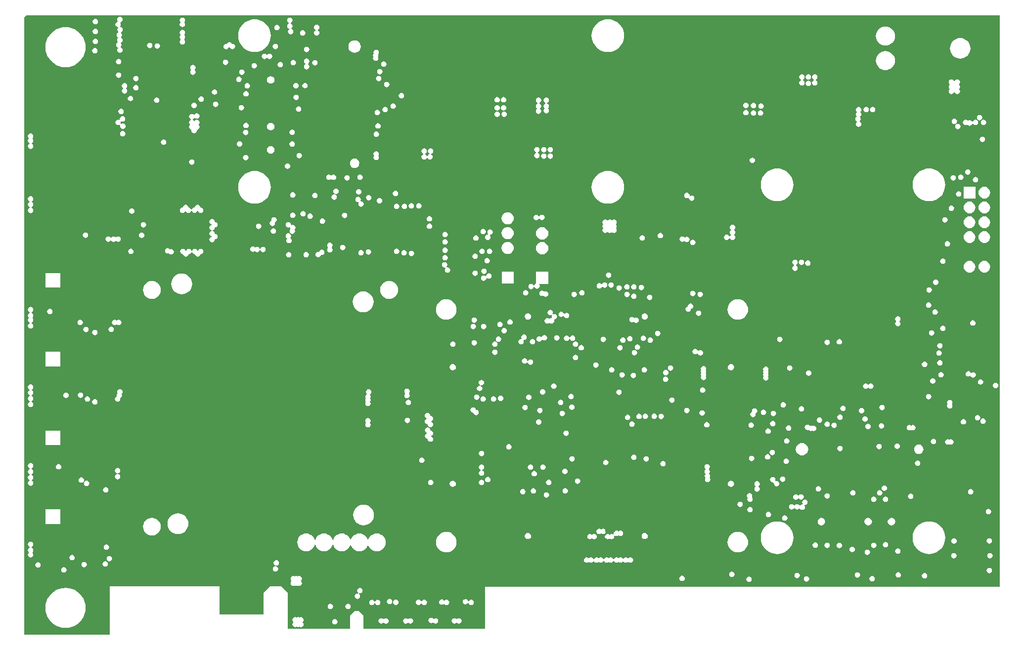
<source format=gbr>
G04*
G04 #@! TF.GenerationSoftware,Altium Limited,Altium Designer,23.7.1 (13)*
G04*
G04 Layer_Physical_Order=2*
G04 Layer_Color=36540*
%FSLAX25Y25*%
%MOIN*%
G70*
G04*
G04 #@! TF.SameCoordinates,AF00DCEB-AC48-4C7C-91EA-99F42E284231*
G04*
G04*
G04 #@! TF.FilePolarity,Positive*
G04*
G01*
G75*
%ADD211R,0.10827X0.10827*%
%ADD212C,0.10827*%
%ADD217C,0.06299*%
%ADD236C,0.06102*%
%ADD240O,0.04921X0.04134*%
%ADD241O,0.07480X0.04724*%
%ADD242C,0.25591*%
%ADD244C,0.10000*%
%ADD246C,0.08661*%
%ADD249C,0.05906*%
%ADD250C,0.01600*%
G36*
X629735Y-364300D02*
X282941Y-364300D01*
Y-392667D01*
X200941D01*
Y-383800D01*
X197741Y-380600D01*
X194941D01*
X191741Y-383800D01*
Y-392667D01*
X149641D01*
Y-368300D01*
X145041Y-363700D01*
X137841D01*
X133341Y-368200D01*
Y-382888D01*
X103641D01*
Y-364000D01*
X29641D01*
Y-396400D01*
X-27759D01*
Y20200D01*
X-26551Y21408D01*
X629735Y21408D01*
X629735Y-364300D01*
D02*
G37*
%LPC*%
G36*
X20079Y19158D02*
X19376Y19018D01*
X18781Y18621D01*
X18383Y18025D01*
X18244Y17323D01*
X18383Y16621D01*
X18781Y16025D01*
X19376Y15627D01*
X20079Y15488D01*
X20781Y15627D01*
X21376Y16025D01*
X21774Y16621D01*
X21914Y17323D01*
X21774Y18025D01*
X21376Y18621D01*
X20781Y19018D01*
X20079Y19158D01*
D02*
G37*
G36*
X78740Y19945D02*
X78038Y19806D01*
X77442Y19408D01*
X77045Y18813D01*
X76905Y18110D01*
X77045Y17408D01*
X77442Y16813D01*
Y16652D01*
X77045Y16057D01*
X76905Y15354D01*
X77045Y14652D01*
X77442Y14057D01*
X78038Y13659D01*
X78740Y13519D01*
X79443Y13659D01*
X80038Y14057D01*
X80436Y14652D01*
X80575Y15354D01*
X80436Y16057D01*
X80038Y16652D01*
Y16813D01*
X80436Y17408D01*
X80575Y18110D01*
X80436Y18813D01*
X80038Y19408D01*
X79443Y19806D01*
X78740Y19945D01*
D02*
G37*
G36*
X142520Y15024D02*
X141817Y14885D01*
X141222Y14487D01*
X140824Y13891D01*
X140684Y13189D01*
X140824Y12487D01*
X141222Y11891D01*
X141817Y11493D01*
X142520Y11354D01*
X143222Y11493D01*
X143817Y11891D01*
X144215Y12487D01*
X144355Y13189D01*
X144215Y13891D01*
X143817Y14487D01*
X143222Y14885D01*
X142520Y15024D01*
D02*
G37*
G36*
X20079Y12465D02*
X19376Y12325D01*
X18781Y11928D01*
X18383Y11332D01*
X18244Y10630D01*
X18383Y9928D01*
X18781Y9332D01*
X19376Y8934D01*
X20079Y8795D01*
X20781Y8934D01*
X21376Y9332D01*
X21774Y9928D01*
X21914Y10630D01*
X21774Y11332D01*
X21376Y11928D01*
X20781Y12325D01*
X20079Y12465D01*
D02*
G37*
G36*
X151181Y19945D02*
X150479Y19806D01*
X149883Y19408D01*
X149486Y18813D01*
X149346Y18110D01*
X149486Y17408D01*
X149883Y16813D01*
X150479Y16415D01*
X150569Y16397D01*
Y15887D01*
X150479Y15869D01*
X149883Y15471D01*
X149486Y14876D01*
X149346Y14173D01*
X149486Y13471D01*
X149883Y12876D01*
X150479Y12478D01*
X150639Y12446D01*
X150745Y11915D01*
X150484Y11741D01*
X150086Y11145D01*
X149946Y10443D01*
X150086Y9741D01*
X150484Y9145D01*
X151079Y8748D01*
X151782Y8608D01*
X152484Y8748D01*
X153079Y9145D01*
X153477Y9741D01*
X153617Y10443D01*
X153477Y11145D01*
X153079Y11741D01*
X152484Y12139D01*
X152324Y12171D01*
X152218Y12701D01*
X152479Y12876D01*
X152877Y13471D01*
X153016Y14173D01*
X152877Y14876D01*
X152479Y15471D01*
X151883Y15869D01*
X151793Y15887D01*
Y16397D01*
X151883Y16415D01*
X152479Y16813D01*
X152877Y17408D01*
X153016Y18110D01*
X152877Y18813D01*
X152479Y19408D01*
X151883Y19806D01*
X151181Y19945D01*
D02*
G37*
G36*
X169291Y15221D02*
X168589Y15081D01*
X167994Y14683D01*
X167596Y14088D01*
X167456Y13386D01*
X167596Y12684D01*
X167994Y12088D01*
X168435Y11794D01*
X168448Y11753D01*
Y11279D01*
X168435Y11238D01*
X167994Y10943D01*
X167596Y10348D01*
X167456Y9646D01*
X167596Y8943D01*
X167994Y8348D01*
X168589Y7950D01*
X169291Y7810D01*
X169994Y7950D01*
X170589Y8348D01*
X170987Y8943D01*
X171127Y9646D01*
X170987Y10348D01*
X170589Y10943D01*
X170148Y11238D01*
X170134Y11279D01*
Y11753D01*
X170148Y11794D01*
X170589Y12088D01*
X170987Y12684D01*
X171127Y13386D01*
X170987Y14088D01*
X170589Y14683D01*
X169994Y15081D01*
X169291Y15221D01*
D02*
G37*
G36*
X159843Y11481D02*
X159140Y11341D01*
X158545Y10943D01*
X158147Y10348D01*
X158007Y9646D01*
X158147Y8943D01*
X158545Y8348D01*
X159140Y7950D01*
X159843Y7810D01*
X160545Y7950D01*
X161140Y8348D01*
X161538Y8943D01*
X161678Y9646D01*
X161538Y10348D01*
X161140Y10943D01*
X160545Y11341D01*
X159843Y11481D01*
D02*
G37*
G36*
X110589Y3424D02*
X109887Y3284D01*
X109291Y2886D01*
X108893Y2291D01*
X108858Y2112D01*
X108268Y2229D01*
X107565Y2089D01*
X106970Y1691D01*
X106572Y1096D01*
X106432Y394D01*
X106572Y-309D01*
X106970Y-904D01*
X107565Y-1302D01*
X108268Y-1442D01*
X108970Y-1302D01*
X109565Y-904D01*
X109963Y-309D01*
X109999Y-129D01*
X110589Y-246D01*
X110879Y-189D01*
X110903Y-309D01*
X111301Y-904D01*
X111896Y-1302D01*
X112598Y-1442D01*
X113301Y-1302D01*
X113896Y-904D01*
X114294Y-309D01*
X114434Y394D01*
X114294Y1096D01*
X113896Y1691D01*
X113301Y2089D01*
X112598Y2229D01*
X112308Y2171D01*
X112285Y2291D01*
X111887Y2886D01*
X111291Y3284D01*
X110589Y3424D01*
D02*
G37*
G36*
X20079Y5772D02*
X19376Y5633D01*
X18781Y5235D01*
X18383Y4639D01*
X18244Y3937D01*
X18383Y3235D01*
X18781Y2639D01*
X19376Y2241D01*
X20079Y2102D01*
X20781Y2241D01*
X21376Y2639D01*
X21774Y3235D01*
X21914Y3937D01*
X21774Y4639D01*
X21376Y5235D01*
X20781Y5633D01*
X20079Y5772D01*
D02*
G37*
G36*
X78740Y11678D02*
X78038Y11538D01*
X77442Y11140D01*
X77045Y10545D01*
X76905Y9843D01*
X77045Y9140D01*
X77442Y8545D01*
X77483Y8518D01*
Y8018D01*
X77442Y7991D01*
X77045Y7395D01*
X76905Y6693D01*
X77045Y5991D01*
X77421Y5428D01*
X77483Y5281D01*
Y4955D01*
X77421Y4808D01*
X77045Y4246D01*
X76905Y3543D01*
X77045Y2841D01*
X77442Y2246D01*
X78038Y1848D01*
X78740Y1708D01*
X79443Y1848D01*
X80038Y2246D01*
X80436Y2841D01*
X80575Y3543D01*
X80436Y4246D01*
X80060Y4808D01*
X79997Y4955D01*
Y5281D01*
X80060Y5428D01*
X80436Y5991D01*
X80575Y6693D01*
X80436Y7395D01*
X80038Y7991D01*
X79997Y8018D01*
Y8518D01*
X80038Y8545D01*
X80436Y9140D01*
X80575Y9843D01*
X80436Y10545D01*
X80038Y11140D01*
X79443Y11538D01*
X78740Y11678D01*
D02*
G37*
G36*
X552709Y13889D02*
X551452Y13766D01*
X550243Y13399D01*
X549129Y12803D01*
X548153Y12002D01*
X547351Y11025D01*
X546756Y9911D01*
X546389Y8702D01*
X546265Y7445D01*
X546389Y6188D01*
X546756Y4979D01*
X547351Y3865D01*
X548153Y2888D01*
X549129Y2087D01*
X550243Y1491D01*
X551452Y1124D01*
X552709Y1001D01*
X553967Y1124D01*
X555176Y1491D01*
X556290Y2087D01*
X557266Y2888D01*
X558068Y3865D01*
X558663Y4979D01*
X559030Y6188D01*
X559154Y7445D01*
X559030Y8702D01*
X558663Y9911D01*
X558068Y11025D01*
X557266Y12002D01*
X556290Y12803D01*
X555176Y13399D01*
X553967Y13766D01*
X552709Y13889D01*
D02*
G37*
G36*
X56693Y2895D02*
X55991Y2755D01*
X55395Y2357D01*
X54997Y1762D01*
X54858Y1060D01*
X54997Y357D01*
X55395Y-238D01*
X55991Y-636D01*
X56693Y-776D01*
X57395Y-636D01*
X57991Y-238D01*
X58389Y357D01*
X58528Y1060D01*
X58389Y1762D01*
X57991Y2357D01*
X57395Y2755D01*
X56693Y2895D01*
D02*
G37*
G36*
X61811Y2623D02*
X61109Y2483D01*
X60513Y2085D01*
X60115Y1490D01*
X59976Y787D01*
X60115Y85D01*
X60513Y-510D01*
X61109Y-908D01*
X61811Y-1048D01*
X62513Y-908D01*
X63109Y-510D01*
X63507Y85D01*
X63646Y787D01*
X63507Y1490D01*
X63109Y2085D01*
X62513Y2483D01*
X61811Y2623D01*
D02*
G37*
G36*
X141339Y2229D02*
X140636Y2089D01*
X140041Y1691D01*
X139643Y1096D01*
X139503Y394D01*
X139643Y-309D01*
X140041Y-904D01*
X140636Y-1302D01*
X141339Y-1442D01*
X142041Y-1302D01*
X142636Y-904D01*
X143034Y-309D01*
X143174Y394D01*
X143034Y1096D01*
X142636Y1691D01*
X142041Y2089D01*
X141339Y2229D01*
D02*
G37*
G36*
X365581Y18839D02*
X363855Y18704D01*
X362171Y18299D01*
X360571Y17637D01*
X359095Y16732D01*
X357779Y15608D01*
X356654Y14291D01*
X355749Y12815D01*
X355087Y11215D01*
X354683Y9532D01*
X354547Y7806D01*
X354683Y6079D01*
X355087Y4396D01*
X355749Y2796D01*
X356654Y1320D01*
X357779Y3D01*
X359095Y-1121D01*
X360571Y-2026D01*
X362171Y-2688D01*
X363855Y-3093D01*
X365581Y-3229D01*
X367307Y-3093D01*
X368990Y-2688D01*
X370590Y-2026D01*
X372066Y-1121D01*
X373383Y3D01*
X374507Y1320D01*
X375412Y2796D01*
X376075Y4396D01*
X376479Y6079D01*
X376615Y7806D01*
X376479Y9532D01*
X376075Y11215D01*
X375412Y12815D01*
X374507Y14291D01*
X373383Y15608D01*
X372066Y16732D01*
X370590Y17637D01*
X368990Y18299D01*
X367307Y18704D01*
X365581Y18839D01*
D02*
G37*
G36*
X127392D02*
X125666Y18704D01*
X123982Y18299D01*
X122382Y17637D01*
X120906Y16732D01*
X119589Y15608D01*
X118465Y14291D01*
X117560Y12815D01*
X116898Y11215D01*
X116494Y9532D01*
X116358Y7806D01*
X116494Y6079D01*
X116898Y4396D01*
X117560Y2796D01*
X118465Y1320D01*
X119589Y3D01*
X120906Y-1121D01*
X122382Y-2026D01*
X123982Y-2688D01*
X125666Y-3093D01*
X127392Y-3229D01*
X129118Y-3093D01*
X130801Y-2688D01*
X132401Y-2026D01*
X133877Y-1121D01*
X135194Y3D01*
X136319Y1320D01*
X137223Y2796D01*
X137886Y4396D01*
X138290Y6079D01*
X138426Y7806D01*
X138290Y9532D01*
X137886Y11215D01*
X137223Y12815D01*
X136319Y14291D01*
X135194Y15608D01*
X133877Y16732D01*
X132401Y17637D01*
X130801Y18299D01*
X129118Y18704D01*
X127392Y18839D01*
D02*
G37*
G36*
X162598Y261D02*
X161896Y121D01*
X161301Y-277D01*
X160903Y-872D01*
X160763Y-1575D01*
X160903Y-2277D01*
X161301Y-2873D01*
X161896Y-3270D01*
X162598Y-3410D01*
X163301Y-3270D01*
X163896Y-2873D01*
X164294Y-2277D01*
X164434Y-1575D01*
X164294Y-872D01*
X163896Y-277D01*
X163301Y121D01*
X162598Y261D01*
D02*
G37*
G36*
X194882Y4579D02*
X193799Y4436D01*
X192789Y4018D01*
X191922Y3353D01*
X191257Y2486D01*
X190839Y1477D01*
X190697Y394D01*
X190839Y-690D01*
X191257Y-1699D01*
X191922Y-2566D01*
X192789Y-3231D01*
X193799Y-3649D01*
X194882Y-3792D01*
X195965Y-3649D01*
X196975Y-3231D01*
X197841Y-2566D01*
X198507Y-1699D01*
X198925Y-690D01*
X199067Y394D01*
X198925Y1477D01*
X198507Y2486D01*
X197841Y3353D01*
X196975Y4018D01*
X195965Y4436D01*
X194882Y4579D01*
D02*
G37*
G36*
X36614Y20536D02*
X35912Y20396D01*
X35316Y19998D01*
X34919Y19403D01*
X34779Y18701D01*
X34919Y17999D01*
X35155Y17644D01*
X34949Y17093D01*
X34731Y17050D01*
X34135Y16652D01*
X33737Y16057D01*
X33598Y15354D01*
X33737Y14652D01*
X34135Y14057D01*
X34731Y13659D01*
X35237Y13558D01*
X35342Y13351D01*
X35423Y13046D01*
X35067Y12513D01*
X34927Y11811D01*
X35067Y11109D01*
X35465Y10513D01*
X35523Y10474D01*
X35521Y10229D01*
X35453Y9920D01*
X34923Y9565D01*
X34525Y8970D01*
X34385Y8268D01*
X34525Y7565D01*
X34923Y6970D01*
X35232Y6764D01*
X35316Y6224D01*
X35285Y6172D01*
X34919Y5624D01*
X34779Y4921D01*
X34919Y4219D01*
X35201Y3796D01*
X35138Y3361D01*
X35036Y3211D01*
X34529Y2873D01*
X34131Y2277D01*
X33992Y1575D01*
X34131Y872D01*
X34529Y277D01*
X35124Y-121D01*
X35213Y-138D01*
X35319Y-669D01*
X35316Y-671D01*
X34919Y-1266D01*
X34779Y-1969D01*
X34919Y-2671D01*
X35316Y-3266D01*
X35912Y-3664D01*
X36614Y-3804D01*
X37317Y-3664D01*
X37912Y-3266D01*
X38310Y-2671D01*
X38449Y-1969D01*
X38310Y-1266D01*
X37912Y-671D01*
X37317Y-273D01*
X37228Y-255D01*
X37122Y276D01*
X37124Y277D01*
X37522Y872D01*
X37662Y1575D01*
X37522Y2277D01*
X37239Y2701D01*
X37303Y3135D01*
X37405Y3285D01*
X37912Y3624D01*
X38310Y4219D01*
X38449Y4921D01*
X38310Y5624D01*
X37912Y6219D01*
X37603Y6425D01*
X37519Y6965D01*
X37549Y7017D01*
X37916Y7565D01*
X38056Y8268D01*
X37916Y8970D01*
X37518Y9565D01*
X37459Y9605D01*
X37462Y9850D01*
X37530Y10159D01*
X38060Y10513D01*
X38458Y11109D01*
X38597Y11811D01*
X38458Y12513D01*
X38060Y13109D01*
X37464Y13507D01*
X36958Y13607D01*
X36854Y13814D01*
X36773Y14119D01*
X37129Y14652D01*
X37268Y15354D01*
X37129Y16057D01*
X36892Y16411D01*
X37099Y16962D01*
X37317Y17005D01*
X37912Y17403D01*
X38310Y17999D01*
X38449Y18701D01*
X38310Y19403D01*
X37912Y19998D01*
X37317Y20396D01*
X36614Y20536D01*
D02*
G37*
G36*
X19685Y-527D02*
X18983Y-667D01*
X18387Y-1065D01*
X17989Y-1660D01*
X17850Y-2362D01*
X17989Y-3064D01*
X18387Y-3660D01*
X18983Y-4058D01*
X19685Y-4197D01*
X20387Y-4058D01*
X20983Y-3660D01*
X21381Y-3064D01*
X21520Y-2362D01*
X21381Y-1660D01*
X20983Y-1065D01*
X20387Y-667D01*
X19685Y-527D01*
D02*
G37*
G36*
X137598Y-4464D02*
X136896Y-4604D01*
X136301Y-5001D01*
X136127Y-5261D01*
X135526D01*
X135353Y-5001D01*
X134757Y-4604D01*
X134055Y-4464D01*
X133353Y-4604D01*
X132757Y-5001D01*
X132360Y-5597D01*
X132220Y-6299D01*
X132360Y-7001D01*
X132757Y-7597D01*
X133353Y-7995D01*
X134055Y-8134D01*
X134757Y-7995D01*
X135353Y-7597D01*
X135526Y-7338D01*
X136127D01*
X136301Y-7597D01*
X136896Y-7995D01*
X137598Y-8134D01*
X138301Y-7995D01*
X138896Y-7597D01*
X139294Y-7001D01*
X139434Y-6299D01*
X139294Y-5597D01*
X138896Y-5001D01*
X138301Y-4604D01*
X137598Y-4464D01*
D02*
G37*
G36*
X603110Y6128D02*
X601757Y5995D01*
X600456Y5601D01*
X599258Y4960D01*
X598207Y4098D01*
X597344Y3047D01*
X596704Y1848D01*
X596309Y548D01*
X596176Y-805D01*
X596309Y-2158D01*
X596704Y-3458D01*
X597344Y-4657D01*
X598207Y-5708D01*
X599258Y-6570D01*
X600456Y-7211D01*
X601757Y-7605D01*
X603110Y-7739D01*
X604462Y-7605D01*
X605763Y-7211D01*
X606961Y-6570D01*
X608012Y-5708D01*
X608874Y-4657D01*
X609515Y-3458D01*
X609910Y-2158D01*
X610043Y-805D01*
X609910Y548D01*
X609515Y1848D01*
X608874Y3047D01*
X608012Y4098D01*
X606961Y4960D01*
X605763Y5601D01*
X604462Y5995D01*
X603110Y6128D01*
D02*
G37*
G36*
X209449Y-1708D02*
X208747Y-1848D01*
X208151Y-2246D01*
X207753Y-2841D01*
X207614Y-3543D01*
X207749Y-4226D01*
X207360Y-4809D01*
X207220Y-5512D01*
X207360Y-6214D01*
X207548Y-6496D01*
X207360Y-6778D01*
X207220Y-7480D01*
X207360Y-8183D01*
X207757Y-8778D01*
X208353Y-9176D01*
X209055Y-9316D01*
X209757Y-9176D01*
X210353Y-8778D01*
X210751Y-8183D01*
X210890Y-7480D01*
X210751Y-6778D01*
X210562Y-6496D01*
X210751Y-6214D01*
X210890Y-5512D01*
X210755Y-4829D01*
X211144Y-4246D01*
X211284Y-3543D01*
X211144Y-2841D01*
X210747Y-2246D01*
X210151Y-1848D01*
X209449Y-1708D01*
D02*
G37*
G36*
X35731Y-8007D02*
X35029Y-8147D01*
X34434Y-8545D01*
X34036Y-9140D01*
X33896Y-9843D01*
X34036Y-10545D01*
X34434Y-11140D01*
X35029Y-11538D01*
X35731Y-11678D01*
X36434Y-11538D01*
X37029Y-11140D01*
X37427Y-10545D01*
X37567Y-9843D01*
X37427Y-9140D01*
X37029Y-8545D01*
X36434Y-8147D01*
X35731Y-8007D01*
D02*
G37*
G36*
X107832Y-8362D02*
X107130Y-8501D01*
X106535Y-8899D01*
X106137Y-9494D01*
X105997Y-10197D01*
X106137Y-10899D01*
X106535Y-11495D01*
X107130Y-11892D01*
X107832Y-12032D01*
X108535Y-11892D01*
X109130Y-11495D01*
X109528Y-10899D01*
X109668Y-10197D01*
X109528Y-9494D01*
X109130Y-8899D01*
X108535Y-8501D01*
X107832Y-8362D01*
D02*
G37*
G36*
X153543Y-8598D02*
X152841Y-8738D01*
X152246Y-9135D01*
X151848Y-9731D01*
X151708Y-10433D01*
X151848Y-11135D01*
X152246Y-11731D01*
X152841Y-12129D01*
X153543Y-12268D01*
X154246Y-12129D01*
X154841Y-11731D01*
X155239Y-11135D01*
X155379Y-10433D01*
X155239Y-9731D01*
X154841Y-9135D01*
X154246Y-8738D01*
X153543Y-8598D01*
D02*
G37*
G36*
X168110Y-8795D02*
X167408Y-8934D01*
X166813Y-9332D01*
X166415Y-9928D01*
X166275Y-10630D01*
X166415Y-11332D01*
X166813Y-11928D01*
X167408Y-12325D01*
X168110Y-12465D01*
X168813Y-12325D01*
X169408Y-11928D01*
X169806Y-11332D01*
X169946Y-10630D01*
X169806Y-9928D01*
X169408Y-9332D01*
X168813Y-8934D01*
X168110Y-8795D01*
D02*
G37*
G36*
X214567Y-9582D02*
X213865Y-9722D01*
X213269Y-10120D01*
X212871Y-10715D01*
X212732Y-11417D01*
X212871Y-12120D01*
X213269Y-12715D01*
X213865Y-13113D01*
X214567Y-13253D01*
X215269Y-13113D01*
X215865Y-12715D01*
X216263Y-12120D01*
X216402Y-11417D01*
X216263Y-10715D01*
X215865Y-10120D01*
X215269Y-9722D01*
X214567Y-9582D01*
D02*
G37*
G36*
X0Y13542D02*
X-2118Y13375D01*
X-4185Y12879D01*
X-6148Y12066D01*
X-7960Y10955D01*
X-9576Y9576D01*
X-10955Y7960D01*
X-12066Y6148D01*
X-12879Y4185D01*
X-13375Y2118D01*
X-13542Y0D01*
X-13375Y-2118D01*
X-12879Y-4185D01*
X-12066Y-6148D01*
X-10955Y-7960D01*
X-9576Y-9576D01*
X-7960Y-10955D01*
X-6148Y-12066D01*
X-4185Y-12879D01*
X-2118Y-13375D01*
X0Y-13542D01*
X2118Y-13375D01*
X4185Y-12879D01*
X6148Y-12066D01*
X7960Y-10955D01*
X9576Y-9576D01*
X10955Y-7960D01*
X12066Y-6148D01*
X12879Y-4185D01*
X13375Y-2118D01*
X13542Y0D01*
X13375Y2118D01*
X12879Y4185D01*
X12066Y6148D01*
X10955Y7960D01*
X9576Y9576D01*
X7960Y10955D01*
X6148Y12066D01*
X4185Y12879D01*
X2118Y13375D01*
X0Y13542D01*
D02*
G37*
G36*
X144685Y-9976D02*
X143983Y-10115D01*
X143387Y-10513D01*
X142990Y-11109D01*
X142850Y-11811D01*
X142990Y-12513D01*
X143387Y-13109D01*
X143983Y-13507D01*
X144685Y-13646D01*
X145387Y-13507D01*
X145983Y-13109D01*
X146381Y-12513D01*
X146520Y-11811D01*
X146381Y-11109D01*
X145983Y-10513D01*
X145387Y-10115D01*
X144685Y-9976D01*
D02*
G37*
G36*
X127165Y-10763D02*
X126463Y-10903D01*
X125868Y-11301D01*
X125470Y-11896D01*
X125330Y-12598D01*
X125470Y-13301D01*
X125868Y-13896D01*
X126463Y-14294D01*
X127165Y-14434D01*
X127868Y-14294D01*
X128463Y-13896D01*
X128861Y-13301D01*
X129001Y-12598D01*
X128861Y-11896D01*
X128463Y-11301D01*
X127868Y-10903D01*
X127165Y-10763D01*
D02*
G37*
G36*
X162598Y-7614D02*
X161896Y-7753D01*
X161301Y-8151D01*
X160903Y-8747D01*
X160763Y-9449D01*
X160903Y-10151D01*
X161301Y-10746D01*
X161742Y-11041D01*
X161756Y-11082D01*
Y-11556D01*
X161742Y-11597D01*
X161301Y-11891D01*
X160903Y-12487D01*
X160763Y-13189D01*
X160903Y-13891D01*
X161301Y-14487D01*
X161896Y-14885D01*
X162598Y-15024D01*
X163301Y-14885D01*
X163896Y-14487D01*
X164294Y-13891D01*
X164434Y-13189D01*
X164294Y-12487D01*
X163896Y-11891D01*
X163455Y-11597D01*
X163441Y-11556D01*
Y-11082D01*
X163455Y-11041D01*
X163896Y-10746D01*
X164294Y-10151D01*
X164434Y-9449D01*
X164294Y-8747D01*
X163896Y-8151D01*
X163301Y-7753D01*
X162598Y-7614D01*
D02*
G37*
G36*
X552709Y-2611D02*
X551452Y-2734D01*
X550243Y-3101D01*
X549129Y-3697D01*
X548153Y-4498D01*
X547351Y-5475D01*
X546756Y-6589D01*
X546389Y-7798D01*
X546265Y-9055D01*
X546389Y-10312D01*
X546756Y-11521D01*
X547351Y-12635D01*
X548153Y-13612D01*
X549129Y-14413D01*
X550243Y-15009D01*
X551452Y-15376D01*
X552709Y-15499D01*
X553967Y-15376D01*
X555176Y-15009D01*
X556290Y-14413D01*
X557266Y-13612D01*
X558068Y-12635D01*
X558663Y-11521D01*
X559030Y-10312D01*
X559154Y-9055D01*
X559030Y-7798D01*
X558663Y-6589D01*
X558068Y-5475D01*
X557266Y-4498D01*
X556290Y-3697D01*
X555176Y-3101D01*
X553967Y-2734D01*
X552709Y-2611D01*
D02*
G37*
G36*
X211811Y-14700D02*
X211109Y-14840D01*
X210513Y-15238D01*
X210116Y-15833D01*
X209976Y-16535D01*
X210116Y-17238D01*
X210513Y-17833D01*
X211109Y-18231D01*
X211811Y-18371D01*
X212513Y-18231D01*
X213109Y-17833D01*
X213507Y-17238D01*
X213646Y-16535D01*
X213507Y-15833D01*
X213109Y-15238D01*
X212513Y-14840D01*
X211811Y-14700D01*
D02*
G37*
G36*
X118898Y-15094D02*
X118195Y-15234D01*
X117600Y-15631D01*
X117202Y-16227D01*
X117062Y-16929D01*
X117202Y-17631D01*
X117600Y-18227D01*
X118195Y-18625D01*
X118898Y-18764D01*
X119600Y-18625D01*
X120195Y-18227D01*
X120593Y-17631D01*
X120733Y-16929D01*
X120593Y-16227D01*
X120195Y-15631D01*
X119600Y-15234D01*
X118898Y-15094D01*
D02*
G37*
G36*
X85853Y-11944D02*
X85151Y-12084D01*
X84556Y-12482D01*
X84158Y-13077D01*
X84018Y-13780D01*
X84158Y-14482D01*
X84556Y-15077D01*
X84583Y-15096D01*
Y-15596D01*
X84529Y-15631D01*
X84131Y-16227D01*
X83991Y-16929D01*
X84131Y-17631D01*
X84529Y-18227D01*
X85124Y-18625D01*
X85827Y-18764D01*
X86529Y-18625D01*
X87125Y-18227D01*
X87522Y-17631D01*
X87662Y-16929D01*
X87522Y-16227D01*
X87125Y-15631D01*
X87097Y-15613D01*
Y-15113D01*
X87151Y-15077D01*
X87549Y-14482D01*
X87688Y-13780D01*
X87549Y-13077D01*
X87151Y-12482D01*
X86556Y-12084D01*
X85853Y-11944D01*
D02*
G37*
G36*
X35731Y-17062D02*
X35029Y-17202D01*
X34434Y-17600D01*
X34036Y-18195D01*
X33896Y-18898D01*
X34036Y-19600D01*
X34434Y-20195D01*
X35029Y-20593D01*
X35731Y-20733D01*
X36434Y-20593D01*
X37029Y-20195D01*
X37427Y-19600D01*
X37567Y-18898D01*
X37427Y-18195D01*
X37029Y-17600D01*
X36434Y-17202D01*
X35731Y-17062D01*
D02*
G37*
G36*
X500787Y-18244D02*
X500085Y-18383D01*
X499490Y-18781D01*
X499092Y-19376D01*
X498952Y-20079D01*
X499092Y-20781D01*
X499490Y-21376D01*
X500085Y-21774D01*
X500787Y-21914D01*
X501490Y-21774D01*
X502085Y-21376D01*
X502483Y-20781D01*
X502623Y-20079D01*
X502483Y-19376D01*
X502085Y-18781D01*
X501490Y-18383D01*
X500787Y-18244D01*
D02*
G37*
G36*
X601181Y-21787D02*
X600479Y-21926D01*
X599883Y-22324D01*
X599485Y-22920D01*
X599468Y-23010D01*
X598958D01*
X598940Y-22920D01*
X598542Y-22324D01*
X597946Y-21926D01*
X597244Y-21787D01*
X596542Y-21926D01*
X595946Y-22324D01*
X595548Y-22920D01*
X595409Y-23622D01*
X595548Y-24324D01*
X595925Y-24887D01*
X595987Y-25034D01*
Y-25360D01*
X595925Y-25507D01*
X595548Y-26069D01*
X595409Y-26772D01*
X595548Y-27474D01*
X595946Y-28069D01*
X595987Y-28096D01*
Y-28596D01*
X595946Y-28624D01*
X595548Y-29219D01*
X595409Y-29921D01*
X595548Y-30624D01*
X595946Y-31219D01*
X596542Y-31617D01*
X597244Y-31756D01*
X597946Y-31617D01*
X598542Y-31219D01*
X598940Y-30624D01*
X598958Y-30533D01*
X599468D01*
X599485Y-30624D01*
X599883Y-31219D01*
X600479Y-31617D01*
X601181Y-31756D01*
X601883Y-31617D01*
X602479Y-31219D01*
X602877Y-30624D01*
X603016Y-29921D01*
X602877Y-29219D01*
X602479Y-28624D01*
X602438Y-28596D01*
Y-28096D01*
X602479Y-28069D01*
X602877Y-27474D01*
X603016Y-26772D01*
X602877Y-26069D01*
X602501Y-25507D01*
X602438Y-25360D01*
Y-25034D01*
X602501Y-24887D01*
X602877Y-24324D01*
X603016Y-23622D01*
X602877Y-22920D01*
X602479Y-22324D01*
X601883Y-21926D01*
X601181Y-21787D01*
D02*
G37*
G36*
X211024Y-19425D02*
X210321Y-19564D01*
X209726Y-19962D01*
X209328Y-20558D01*
X209188Y-21260D01*
X209328Y-21962D01*
X209726Y-22558D01*
X210321Y-22955D01*
X211024Y-23095D01*
X211726Y-22955D01*
X212321Y-22558D01*
X212719Y-21962D01*
X212859Y-21260D01*
X212719Y-20558D01*
X212321Y-19962D01*
X211726Y-19564D01*
X211024Y-19425D01*
D02*
G37*
G36*
X47441D02*
X46739Y-19564D01*
X46143Y-19962D01*
X45745Y-20558D01*
X45606Y-21260D01*
X45745Y-21962D01*
X46143Y-22558D01*
X46739Y-22955D01*
X47441Y-23095D01*
X48143Y-22955D01*
X48739Y-22558D01*
X49136Y-21962D01*
X49276Y-21260D01*
X49136Y-20558D01*
X48739Y-19962D01*
X48143Y-19564D01*
X47441Y-19425D01*
D02*
G37*
G36*
X116929Y-19818D02*
X116227Y-19958D01*
X115631Y-20356D01*
X115234Y-20951D01*
X115094Y-21654D01*
X115234Y-22356D01*
X115631Y-22951D01*
X116227Y-23349D01*
X116929Y-23489D01*
X117631Y-23349D01*
X118227Y-22951D01*
X118625Y-22356D01*
X118764Y-21654D01*
X118625Y-20951D01*
X118227Y-20356D01*
X117631Y-19958D01*
X116929Y-19818D01*
D02*
G37*
G36*
X138297Y-19551D02*
X137323Y-19745D01*
X136498Y-20297D01*
X135946Y-21122D01*
X135752Y-22096D01*
X135946Y-23070D01*
X136498Y-23896D01*
X137323Y-24447D01*
X138297Y-24641D01*
X139271Y-24447D01*
X140097Y-23896D01*
X140648Y-23070D01*
X140842Y-22096D01*
X140648Y-21122D01*
X140097Y-20297D01*
X139271Y-19745D01*
X138297Y-19551D01*
D02*
G37*
G36*
X505118Y-18244D02*
X504416Y-18383D01*
X503820Y-18781D01*
X503422Y-19376D01*
X503283Y-20079D01*
X503422Y-20781D01*
X503820Y-21376D01*
X504416Y-21774D01*
X504506Y-21792D01*
Y-22302D01*
X504416Y-22320D01*
X503820Y-22718D01*
X503422Y-23313D01*
X503283Y-24016D01*
X503422Y-24718D01*
X503820Y-25313D01*
X504416Y-25711D01*
X505118Y-25851D01*
X505820Y-25711D01*
X506416Y-25313D01*
X506814Y-24718D01*
X506953Y-24016D01*
X506814Y-23313D01*
X506416Y-22718D01*
X505820Y-22320D01*
X505730Y-22302D01*
Y-21792D01*
X505820Y-21774D01*
X506416Y-21376D01*
X506814Y-20781D01*
X506953Y-20079D01*
X506814Y-19376D01*
X506416Y-18781D01*
X505820Y-18383D01*
X505118Y-18244D01*
D02*
G37*
G36*
X496457D02*
X495754Y-18383D01*
X495159Y-18781D01*
X494761Y-19376D01*
X494621Y-20079D01*
X494761Y-20781D01*
X495159Y-21376D01*
X495754Y-21774D01*
X495845Y-21792D01*
Y-22302D01*
X495754Y-22320D01*
X495159Y-22718D01*
X494761Y-23313D01*
X494621Y-24016D01*
X494761Y-24718D01*
X495159Y-25313D01*
X495754Y-25711D01*
X496457Y-25851D01*
X497159Y-25711D01*
X497754Y-25313D01*
X498152Y-24718D01*
X498292Y-24016D01*
X498152Y-23313D01*
X497754Y-22718D01*
X497159Y-22320D01*
X497068Y-22302D01*
Y-21792D01*
X497159Y-21774D01*
X497754Y-21376D01*
X498152Y-20781D01*
X498292Y-20079D01*
X498152Y-19376D01*
X497754Y-18781D01*
X497159Y-18383D01*
X496457Y-18244D01*
D02*
G37*
G36*
X500787Y-22574D02*
X500085Y-22714D01*
X499490Y-23112D01*
X499092Y-23707D01*
X498952Y-24409D01*
X499092Y-25112D01*
X499490Y-25707D01*
X500085Y-26105D01*
X500787Y-26245D01*
X501490Y-26105D01*
X502085Y-25707D01*
X502483Y-25112D01*
X502623Y-24409D01*
X502483Y-23707D01*
X502085Y-23112D01*
X501490Y-22714D01*
X500787Y-22574D01*
D02*
G37*
G36*
X216535Y-23362D02*
X215833Y-23501D01*
X215238Y-23899D01*
X214840Y-24495D01*
X214700Y-25197D01*
X214840Y-25899D01*
X215238Y-26495D01*
X215833Y-26892D01*
X216535Y-27032D01*
X217238Y-26892D01*
X217833Y-26495D01*
X218231Y-25899D01*
X218371Y-25197D01*
X218231Y-24495D01*
X217833Y-23899D01*
X217238Y-23501D01*
X216535Y-23362D01*
D02*
G37*
G36*
X161417Y-24149D02*
X160715Y-24289D01*
X160120Y-24687D01*
X159722Y-25282D01*
X159582Y-25984D01*
X159722Y-26687D01*
X160120Y-27282D01*
X160715Y-27680D01*
X161417Y-27819D01*
X162120Y-27680D01*
X162715Y-27282D01*
X163113Y-26687D01*
X163253Y-25984D01*
X163113Y-25282D01*
X162715Y-24687D01*
X162120Y-24289D01*
X161417Y-24149D01*
D02*
G37*
G36*
X155328Y-24198D02*
X154625Y-24338D01*
X154030Y-24735D01*
X153632Y-25331D01*
X153492Y-26033D01*
X153632Y-26735D01*
X154030Y-27331D01*
X154625Y-27729D01*
X155328Y-27868D01*
X156030Y-27729D01*
X156625Y-27331D01*
X157023Y-26735D01*
X157163Y-26033D01*
X157023Y-25331D01*
X156625Y-24735D01*
X156030Y-24338D01*
X155328Y-24198D01*
D02*
G37*
G36*
X122539D02*
X121837Y-24338D01*
X121241Y-24735D01*
X120844Y-25331D01*
X120704Y-26033D01*
X120844Y-26735D01*
X121241Y-27331D01*
X121837Y-27729D01*
X122539Y-27868D01*
X123241Y-27729D01*
X123837Y-27331D01*
X124235Y-26735D01*
X124374Y-26033D01*
X124235Y-25331D01*
X123837Y-24735D01*
X123241Y-24338D01*
X122539Y-24198D01*
D02*
G37*
G36*
X47441Y-25527D02*
X46739Y-25667D01*
X46143Y-26065D01*
X45745Y-26660D01*
X45606Y-27362D01*
X45745Y-28065D01*
X46143Y-28660D01*
X46739Y-29058D01*
X47441Y-29197D01*
X48143Y-29058D01*
X48739Y-28660D01*
X49136Y-28065D01*
X49276Y-27362D01*
X49136Y-26660D01*
X48739Y-26065D01*
X48143Y-25667D01*
X47441Y-25527D01*
D02*
G37*
G36*
X39764Y-24149D02*
X39061Y-24289D01*
X38466Y-24687D01*
X38068Y-25282D01*
X37929Y-25984D01*
X38068Y-26687D01*
X38466Y-27282D01*
X38725Y-27455D01*
Y-28057D01*
X38466Y-28230D01*
X38068Y-28825D01*
X37929Y-29528D01*
X38068Y-30230D01*
X38466Y-30825D01*
X39061Y-31223D01*
X39764Y-31363D01*
X40466Y-31223D01*
X41061Y-30825D01*
X41459Y-30230D01*
X41599Y-29528D01*
X41459Y-28825D01*
X41061Y-28230D01*
X40802Y-28057D01*
Y-27455D01*
X41061Y-27282D01*
X41459Y-26687D01*
X41599Y-25984D01*
X41459Y-25282D01*
X41061Y-24687D01*
X40466Y-24289D01*
X39764Y-24149D01*
D02*
G37*
G36*
X100394Y-28480D02*
X99691Y-28619D01*
X99096Y-29017D01*
X98698Y-29613D01*
X98558Y-30315D01*
X98698Y-31017D01*
X99096Y-31613D01*
X99691Y-32010D01*
X100394Y-32150D01*
X101096Y-32010D01*
X101691Y-31613D01*
X102089Y-31017D01*
X102229Y-30315D01*
X102089Y-29613D01*
X101691Y-29017D01*
X101096Y-28619D01*
X100394Y-28480D01*
D02*
G37*
G36*
X121653Y-29661D02*
X120951Y-29801D01*
X120356Y-30198D01*
X119958Y-30794D01*
X119818Y-31496D01*
X119958Y-32198D01*
X120356Y-32794D01*
X120951Y-33192D01*
X121653Y-33331D01*
X122356Y-33192D01*
X122951Y-32794D01*
X123349Y-32198D01*
X123489Y-31496D01*
X123349Y-30794D01*
X122951Y-30198D01*
X122356Y-29801D01*
X121653Y-29661D01*
D02*
G37*
G36*
X226378Y-30842D02*
X225676Y-30982D01*
X225080Y-31380D01*
X224682Y-31975D01*
X224543Y-32677D01*
X224682Y-33380D01*
X225080Y-33975D01*
X225676Y-34373D01*
X226378Y-34512D01*
X227080Y-34373D01*
X227676Y-33975D01*
X228074Y-33380D01*
X228213Y-32677D01*
X228074Y-31975D01*
X227676Y-31380D01*
X227080Y-30982D01*
X226378Y-30842D01*
D02*
G37*
G36*
X155427Y-32072D02*
X154724Y-32212D01*
X154129Y-32609D01*
X153731Y-33205D01*
X153592Y-33907D01*
X153731Y-34609D01*
X154129Y-35205D01*
X154724Y-35603D01*
X155427Y-35742D01*
X156129Y-35603D01*
X156725Y-35205D01*
X157122Y-34609D01*
X157262Y-33907D01*
X157122Y-33205D01*
X156725Y-32609D01*
X156129Y-32212D01*
X155427Y-32072D01*
D02*
G37*
G36*
X43701Y-32810D02*
X42998Y-32950D01*
X42403Y-33348D01*
X42005Y-33943D01*
X41866Y-34646D01*
X42005Y-35348D01*
X42403Y-35943D01*
X42998Y-36341D01*
X43701Y-36481D01*
X44403Y-36341D01*
X44998Y-35943D01*
X45396Y-35348D01*
X45536Y-34646D01*
X45396Y-33943D01*
X44998Y-33348D01*
X44403Y-32950D01*
X43701Y-32810D01*
D02*
G37*
G36*
X91339Y-33204D02*
X90636Y-33344D01*
X90041Y-33742D01*
X89643Y-34337D01*
X89503Y-35039D01*
X89643Y-35742D01*
X90041Y-36337D01*
X90636Y-36735D01*
X91339Y-36875D01*
X92041Y-36735D01*
X92636Y-36337D01*
X93034Y-35742D01*
X93174Y-35039D01*
X93034Y-34337D01*
X92636Y-33742D01*
X92041Y-33344D01*
X91339Y-33204D01*
D02*
G37*
G36*
X295276Y-33598D02*
X294573Y-33737D01*
X293978Y-34135D01*
X293580Y-34731D01*
X293440Y-35433D01*
X293580Y-36135D01*
X293978Y-36731D01*
X294573Y-37129D01*
X295276Y-37268D01*
X295978Y-37129D01*
X296573Y-36731D01*
X296971Y-36135D01*
X297111Y-35433D01*
X296971Y-34731D01*
X296573Y-34135D01*
X295978Y-33737D01*
X295276Y-33598D01*
D02*
G37*
G36*
X290945D02*
X290243Y-33737D01*
X289647Y-34135D01*
X289249Y-34731D01*
X289110Y-35433D01*
X289249Y-36135D01*
X289647Y-36731D01*
X290243Y-37129D01*
X290945Y-37268D01*
X291647Y-37129D01*
X292243Y-36731D01*
X292640Y-36135D01*
X292780Y-35433D01*
X292640Y-34731D01*
X292243Y-34135D01*
X291647Y-33737D01*
X290945Y-33598D01*
D02*
G37*
G36*
X61417Y-33906D02*
X60715Y-34045D01*
X60120Y-34443D01*
X59722Y-35039D01*
X59582Y-35741D01*
X59722Y-36443D01*
X60120Y-37038D01*
X60715Y-37436D01*
X61417Y-37576D01*
X62120Y-37436D01*
X62715Y-37038D01*
X63113Y-36443D01*
X63253Y-35741D01*
X63113Y-35039D01*
X62715Y-34443D01*
X62120Y-34045D01*
X61417Y-33906D01*
D02*
G37*
G36*
X101181Y-36747D02*
X100479Y-36887D01*
X99883Y-37285D01*
X99485Y-37880D01*
X99346Y-38583D01*
X99485Y-39285D01*
X99883Y-39880D01*
X100479Y-40278D01*
X101181Y-40418D01*
X101883Y-40278D01*
X102479Y-39880D01*
X102877Y-39285D01*
X103016Y-38583D01*
X102877Y-37880D01*
X102479Y-37285D01*
X101883Y-36887D01*
X101181Y-36747D01*
D02*
G37*
G36*
X463779Y-37535D02*
X463077Y-37674D01*
X462482Y-38072D01*
X462084Y-38668D01*
X461944Y-39370D01*
X462084Y-40072D01*
X462482Y-40668D01*
X463077Y-41066D01*
X463779Y-41205D01*
X464482Y-41066D01*
X465077Y-40668D01*
X465475Y-40072D01*
X465615Y-39370D01*
X465475Y-38668D01*
X465077Y-38072D01*
X464482Y-37674D01*
X463779Y-37535D01*
D02*
G37*
G36*
X458661D02*
X457959Y-37674D01*
X457364Y-38072D01*
X456966Y-38668D01*
X456826Y-39370D01*
X456966Y-40072D01*
X457364Y-40668D01*
X457959Y-41066D01*
X458661Y-41205D01*
X459364Y-41066D01*
X459959Y-40668D01*
X460357Y-40072D01*
X460497Y-39370D01*
X460357Y-38668D01*
X459959Y-38072D01*
X459364Y-37674D01*
X458661Y-37535D01*
D02*
G37*
G36*
X86614D02*
X85912Y-37674D01*
X85316Y-38072D01*
X84919Y-38668D01*
X84779Y-39370D01*
X84919Y-40072D01*
X85316Y-40668D01*
X85912Y-41066D01*
X86614Y-41205D01*
X87317Y-41066D01*
X87912Y-40668D01*
X88310Y-40072D01*
X88449Y-39370D01*
X88310Y-38668D01*
X87912Y-38072D01*
X87317Y-37674D01*
X86614Y-37535D01*
D02*
G37*
G36*
X468898Y-37929D02*
X468195Y-38068D01*
X467600Y-38466D01*
X467202Y-39061D01*
X467062Y-39764D01*
X467202Y-40466D01*
X467600Y-41061D01*
X468195Y-41459D01*
X468898Y-41599D01*
X469600Y-41459D01*
X470195Y-41061D01*
X470593Y-40466D01*
X470733Y-39764D01*
X470593Y-39061D01*
X470195Y-38466D01*
X469600Y-38068D01*
X468898Y-37929D01*
D02*
G37*
G36*
X220866D02*
X220164Y-38068D01*
X219568Y-38466D01*
X219171Y-39061D01*
X219031Y-39764D01*
X219171Y-40466D01*
X219568Y-41061D01*
X220164Y-41459D01*
X220866Y-41599D01*
X221568Y-41459D01*
X222164Y-41061D01*
X222562Y-40466D01*
X222701Y-39764D01*
X222562Y-39061D01*
X222164Y-38466D01*
X221568Y-38068D01*
X220866Y-37929D01*
D02*
G37*
G36*
X295276Y-39110D02*
X294573Y-39249D01*
X293978Y-39647D01*
X293580Y-40243D01*
X293440Y-40945D01*
X293580Y-41647D01*
X293978Y-42243D01*
X294573Y-42640D01*
X295276Y-42780D01*
X295978Y-42640D01*
X296573Y-42243D01*
X296971Y-41647D01*
X297111Y-40945D01*
X296971Y-40243D01*
X296573Y-39647D01*
X295978Y-39249D01*
X295276Y-39110D01*
D02*
G37*
G36*
X290945D02*
X290243Y-39249D01*
X289647Y-39647D01*
X289249Y-40243D01*
X289110Y-40945D01*
X289249Y-41647D01*
X289647Y-42243D01*
X290243Y-42640D01*
X290945Y-42780D01*
X291647Y-42640D01*
X292243Y-42243D01*
X292640Y-41647D01*
X292780Y-40945D01*
X292640Y-40243D01*
X292243Y-39647D01*
X291647Y-39249D01*
X290945Y-39110D01*
D02*
G37*
G36*
X118504D02*
X117802Y-39249D01*
X117206Y-39647D01*
X116808Y-40243D01*
X116669Y-40945D01*
X116808Y-41647D01*
X117206Y-42243D01*
X117802Y-42640D01*
X118504Y-42780D01*
X119206Y-42640D01*
X119802Y-42243D01*
X120200Y-41647D01*
X120339Y-40945D01*
X120200Y-40243D01*
X119802Y-39647D01*
X119206Y-39249D01*
X118504Y-39110D01*
D02*
G37*
G36*
X157087Y-39897D02*
X156384Y-40037D01*
X155789Y-40435D01*
X155391Y-41030D01*
X155251Y-41732D01*
X155391Y-42435D01*
X155789Y-43030D01*
X156384Y-43428D01*
X157087Y-43567D01*
X157789Y-43428D01*
X158384Y-43030D01*
X158782Y-42435D01*
X158922Y-41732D01*
X158782Y-41030D01*
X158384Y-40435D01*
X157789Y-40037D01*
X157087Y-39897D01*
D02*
G37*
G36*
X544095Y-40291D02*
X543392Y-40430D01*
X542797Y-40828D01*
X542399Y-41424D01*
X542259Y-42126D01*
X542399Y-42828D01*
X542797Y-43424D01*
X543392Y-43821D01*
X544095Y-43961D01*
X544797Y-43821D01*
X545392Y-43424D01*
X545790Y-42828D01*
X545930Y-42126D01*
X545790Y-41424D01*
X545392Y-40828D01*
X544797Y-40430D01*
X544095Y-40291D01*
D02*
G37*
G36*
X539764D02*
X539061Y-40430D01*
X538466Y-40828D01*
X538068Y-41424D01*
X537928Y-42126D01*
X538068Y-42828D01*
X538466Y-43424D01*
X539061Y-43821D01*
X539764Y-43961D01*
X540466Y-43821D01*
X541061Y-43424D01*
X541459Y-42828D01*
X541599Y-42126D01*
X541459Y-41424D01*
X541061Y-40828D01*
X540466Y-40430D01*
X539764Y-40291D01*
D02*
G37*
G36*
X215354D02*
X214652Y-40430D01*
X214057Y-40828D01*
X213659Y-41424D01*
X213519Y-42126D01*
X213659Y-42828D01*
X214057Y-43424D01*
X214652Y-43821D01*
X215354Y-43961D01*
X216057Y-43821D01*
X216652Y-43424D01*
X217050Y-42828D01*
X217190Y-42126D01*
X217050Y-41424D01*
X216652Y-40828D01*
X216057Y-40430D01*
X215354Y-40291D01*
D02*
G37*
G36*
X324016Y-33992D02*
X323313Y-34131D01*
X322718Y-34529D01*
X322320Y-35124D01*
X322181Y-35827D01*
X322320Y-36529D01*
X322718Y-37124D01*
X323313Y-37522D01*
X323404Y-37540D01*
Y-38050D01*
X323313Y-38068D01*
X322718Y-38466D01*
X322320Y-39061D01*
X322181Y-39764D01*
X322320Y-40466D01*
X322718Y-41061D01*
X322759Y-41089D01*
Y-41589D01*
X322718Y-41616D01*
X322320Y-42211D01*
X322181Y-42913D01*
X322320Y-43616D01*
X322718Y-44211D01*
X323313Y-44609D01*
X324016Y-44749D01*
X324718Y-44609D01*
X325313Y-44211D01*
X325711Y-43616D01*
X325851Y-42913D01*
X325711Y-42211D01*
X325313Y-41616D01*
X325273Y-41589D01*
Y-41089D01*
X325313Y-41061D01*
X325711Y-40466D01*
X325851Y-39764D01*
X325711Y-39061D01*
X325313Y-38466D01*
X324718Y-38068D01*
X324627Y-38050D01*
Y-37540D01*
X324718Y-37522D01*
X325313Y-37124D01*
X325711Y-36529D01*
X325851Y-35827D01*
X325711Y-35124D01*
X325313Y-34529D01*
X324718Y-34131D01*
X324016Y-33992D01*
D02*
G37*
G36*
X318898D02*
X318195Y-34131D01*
X317600Y-34529D01*
X317202Y-35124D01*
X317062Y-35827D01*
X317202Y-36529D01*
X317600Y-37124D01*
X318195Y-37522D01*
X318286Y-37540D01*
Y-38050D01*
X318195Y-38068D01*
X317600Y-38466D01*
X317202Y-39061D01*
X317062Y-39764D01*
X317202Y-40466D01*
X317600Y-41061D01*
X317859Y-41235D01*
Y-41836D01*
X317600Y-42009D01*
X317202Y-42605D01*
X317062Y-43307D01*
X317202Y-44009D01*
X317600Y-44605D01*
X318195Y-45003D01*
X318898Y-45142D01*
X319600Y-45003D01*
X320195Y-44605D01*
X320593Y-44009D01*
X320733Y-43307D01*
X320593Y-42605D01*
X320195Y-42009D01*
X319936Y-41836D01*
Y-41235D01*
X320195Y-41061D01*
X320593Y-40466D01*
X320733Y-39764D01*
X320593Y-39061D01*
X320195Y-38466D01*
X319600Y-38068D01*
X319509Y-38050D01*
Y-37540D01*
X319600Y-37522D01*
X320195Y-37124D01*
X320593Y-36529D01*
X320733Y-35827D01*
X320593Y-35124D01*
X320195Y-34529D01*
X319600Y-34131D01*
X318898Y-33992D01*
D02*
G37*
G36*
X37402Y-41520D02*
X36699Y-41660D01*
X36104Y-42058D01*
X35706Y-42653D01*
X35566Y-43355D01*
X35706Y-44058D01*
X36104Y-44653D01*
X36699Y-45051D01*
X37402Y-45191D01*
X38104Y-45051D01*
X38699Y-44653D01*
X39097Y-44058D01*
X39237Y-43355D01*
X39097Y-42653D01*
X38699Y-42058D01*
X38104Y-41660D01*
X37402Y-41520D01*
D02*
G37*
G36*
X88583Y-44621D02*
X87880Y-44761D01*
X87285Y-45159D01*
X86980Y-45615D01*
X86528Y-45677D01*
X86402Y-45649D01*
X86337Y-45553D01*
X85742Y-45155D01*
X85039Y-45015D01*
X84337Y-45155D01*
X83742Y-45553D01*
X83344Y-46148D01*
X83204Y-46850D01*
X83344Y-47553D01*
X83742Y-48148D01*
X84337Y-48546D01*
X84428Y-48564D01*
Y-49074D01*
X84337Y-49092D01*
X83742Y-49490D01*
X83344Y-50085D01*
X83204Y-50787D01*
X83344Y-51490D01*
X83742Y-52085D01*
X83782Y-52112D01*
Y-52612D01*
X83742Y-52639D01*
X83344Y-53235D01*
X83204Y-53937D01*
X83344Y-54639D01*
X83742Y-55235D01*
X84337Y-55633D01*
X84890Y-55743D01*
X84779Y-56299D01*
X84919Y-57002D01*
X85316Y-57597D01*
X85912Y-57995D01*
X86614Y-58135D01*
X87317Y-57995D01*
X87912Y-57597D01*
X88310Y-57002D01*
X88449Y-56299D01*
X88432Y-56213D01*
X88781Y-55733D01*
X89285Y-55633D01*
X89880Y-55235D01*
X90278Y-54639D01*
X90418Y-53937D01*
X90278Y-53235D01*
X89880Y-52639D01*
X89840Y-52612D01*
Y-52112D01*
X89880Y-52085D01*
X90278Y-51490D01*
X90418Y-50787D01*
X90278Y-50085D01*
X89880Y-49490D01*
X89285Y-49092D01*
X88583Y-48952D01*
X87880Y-49092D01*
X87285Y-49490D01*
X87112Y-49749D01*
X86510D01*
X86337Y-49490D01*
X85742Y-49092D01*
X85651Y-49074D01*
Y-48564D01*
X85742Y-48546D01*
X86337Y-48148D01*
X86642Y-47692D01*
X87094Y-47630D01*
X87220Y-47658D01*
X87285Y-47754D01*
X87880Y-48152D01*
X88583Y-48292D01*
X89285Y-48152D01*
X89880Y-47754D01*
X90278Y-47159D01*
X90418Y-46457D01*
X90278Y-45754D01*
X89880Y-45159D01*
X89285Y-44761D01*
X88583Y-44621D01*
D02*
G37*
G36*
X458661Y-42259D02*
X457959Y-42399D01*
X457364Y-42797D01*
X456966Y-43392D01*
X456826Y-44094D01*
X456966Y-44797D01*
X457364Y-45392D01*
X457959Y-45790D01*
X458661Y-45930D01*
X459364Y-45790D01*
X459959Y-45392D01*
X460357Y-44797D01*
X460497Y-44094D01*
X460357Y-43392D01*
X459959Y-42797D01*
X459364Y-42399D01*
X458661Y-42259D01*
D02*
G37*
G36*
X210236D02*
X209534Y-42399D01*
X208939Y-42797D01*
X208541Y-43392D01*
X208401Y-44094D01*
X208541Y-44797D01*
X208939Y-45392D01*
X209534Y-45790D01*
X210236Y-45930D01*
X210939Y-45790D01*
X211534Y-45392D01*
X211932Y-44797D01*
X212071Y-44094D01*
X211932Y-43392D01*
X211534Y-42797D01*
X210939Y-42399D01*
X210236Y-42259D01*
D02*
G37*
G36*
X468504Y-42653D02*
X467802Y-42793D01*
X467206Y-43191D01*
X466808Y-43786D01*
X466669Y-44488D01*
X466808Y-45191D01*
X467206Y-45786D01*
X467802Y-46184D01*
X468504Y-46323D01*
X469206Y-46184D01*
X469802Y-45786D01*
X470199Y-45191D01*
X470339Y-44488D01*
X470199Y-43786D01*
X469802Y-43191D01*
X469206Y-42793D01*
X468504Y-42653D01*
D02*
G37*
G36*
X463779D02*
X463077Y-42793D01*
X462482Y-43191D01*
X462084Y-43786D01*
X461944Y-44488D01*
X462084Y-45191D01*
X462482Y-45786D01*
X463077Y-46184D01*
X463779Y-46323D01*
X464482Y-46184D01*
X465077Y-45786D01*
X465475Y-45191D01*
X465615Y-44488D01*
X465475Y-43786D01*
X465077Y-43191D01*
X464482Y-42793D01*
X463779Y-42653D01*
D02*
G37*
G36*
X295669Y-43440D02*
X294967Y-43580D01*
X294372Y-43978D01*
X293974Y-44573D01*
X293834Y-45276D01*
X293974Y-45978D01*
X294372Y-46573D01*
X294967Y-46971D01*
X295669Y-47111D01*
X296372Y-46971D01*
X296967Y-46573D01*
X297365Y-45978D01*
X297504Y-45276D01*
X297365Y-44573D01*
X296967Y-43978D01*
X296372Y-43580D01*
X295669Y-43440D01*
D02*
G37*
G36*
X290945D02*
X290243Y-43580D01*
X289647Y-43978D01*
X289249Y-44573D01*
X289110Y-45276D01*
X289249Y-45978D01*
X289647Y-46573D01*
X290243Y-46971D01*
X290945Y-47111D01*
X291647Y-46971D01*
X292243Y-46573D01*
X292640Y-45978D01*
X292780Y-45276D01*
X292640Y-44573D01*
X292243Y-43978D01*
X291647Y-43580D01*
X290945Y-43440D01*
D02*
G37*
G36*
X38382Y-46520D02*
X37680Y-46660D01*
X37084Y-47058D01*
X36686Y-47653D01*
X36547Y-48355D01*
X36641Y-48828D01*
X36191Y-49129D01*
X36135Y-49092D01*
X35433Y-48952D01*
X34731Y-49092D01*
X34135Y-49490D01*
X33737Y-50085D01*
X33598Y-50787D01*
X33737Y-51490D01*
X34135Y-52085D01*
X34731Y-52483D01*
X35433Y-52623D01*
X36135Y-52483D01*
X36657Y-52135D01*
X36731Y-52085D01*
X37083Y-52406D01*
X37051Y-52453D01*
X36917Y-52653D01*
X36778Y-53355D01*
X36917Y-54058D01*
X37315Y-54653D01*
X37911Y-55051D01*
X38613Y-55191D01*
X39315Y-55051D01*
X39911Y-54653D01*
X40308Y-54058D01*
X40448Y-53355D01*
X40308Y-52653D01*
X39911Y-52058D01*
X39315Y-51660D01*
X38613Y-51520D01*
X37911Y-51660D01*
X37389Y-52008D01*
X37315Y-52058D01*
X36963Y-51737D01*
X36995Y-51689D01*
X37129Y-51490D01*
X37268Y-50787D01*
X37174Y-50315D01*
X37624Y-50014D01*
X37680Y-50051D01*
X38382Y-50191D01*
X39084Y-50051D01*
X39680Y-49653D01*
X40077Y-49058D01*
X40217Y-48355D01*
X40077Y-47653D01*
X39680Y-47058D01*
X39084Y-46660D01*
X38382Y-46520D01*
D02*
G37*
G36*
X616142Y-45803D02*
X615439Y-45942D01*
X614844Y-46340D01*
X614446Y-46935D01*
X614306Y-47638D01*
X614446Y-48340D01*
X614844Y-48935D01*
X615439Y-49333D01*
X616142Y-49473D01*
X616844Y-49333D01*
X617440Y-48935D01*
X617837Y-48340D01*
X617977Y-47638D01*
X617837Y-46935D01*
X617440Y-46340D01*
X616844Y-45942D01*
X616142Y-45803D01*
D02*
G37*
G36*
X613386Y-48952D02*
X612683Y-49092D01*
X612088Y-49490D01*
X611690Y-50085D01*
X611663Y-50223D01*
X611134Y-50317D01*
X610845Y-49883D01*
X610250Y-49485D01*
X609547Y-49346D01*
X608845Y-49485D01*
X608252Y-49882D01*
X607991Y-49490D01*
X607395Y-49092D01*
X606693Y-48952D01*
X605991Y-49092D01*
X605395Y-49490D01*
X604997Y-50085D01*
X604858Y-50787D01*
X604997Y-51490D01*
X605395Y-52085D01*
X605991Y-52483D01*
X606693Y-52623D01*
X607395Y-52483D01*
X607988Y-52087D01*
X608250Y-52479D01*
X608845Y-52877D01*
X609547Y-53016D01*
X610250Y-52877D01*
X610845Y-52479D01*
X611243Y-51883D01*
X611270Y-51746D01*
X611799Y-51652D01*
X612088Y-52085D01*
X612683Y-52483D01*
X613386Y-52623D01*
X614088Y-52483D01*
X614684Y-52085D01*
X615081Y-51490D01*
X615221Y-50787D01*
X615081Y-50085D01*
X614684Y-49490D01*
X614088Y-49092D01*
X613386Y-48952D01*
D02*
G37*
G36*
X599213Y-48165D02*
X598510Y-48304D01*
X597915Y-48702D01*
X597517Y-49298D01*
X597377Y-50000D01*
X597517Y-50702D01*
X597915Y-51298D01*
X598510Y-51696D01*
X599213Y-51835D01*
X599915Y-51696D01*
X600510Y-51298D01*
X600908Y-50702D01*
X601048Y-50000D01*
X600908Y-49298D01*
X600510Y-48702D01*
X599915Y-48304D01*
X599213Y-48165D01*
D02*
G37*
G36*
X618898Y-48952D02*
X618195Y-49092D01*
X617600Y-49490D01*
X617202Y-50085D01*
X617062Y-50787D01*
X617202Y-51490D01*
X617600Y-52085D01*
X618195Y-52483D01*
X618898Y-52623D01*
X619600Y-52483D01*
X620195Y-52085D01*
X620593Y-51490D01*
X620733Y-50787D01*
X620593Y-50085D01*
X620195Y-49490D01*
X619600Y-49092D01*
X618898Y-48952D01*
D02*
G37*
G36*
X534646Y-40291D02*
X533943Y-40430D01*
X533348Y-40828D01*
X532950Y-41424D01*
X532810Y-42126D01*
X532950Y-42828D01*
X533348Y-43424D01*
X533389Y-43451D01*
Y-43951D01*
X533348Y-43978D01*
X532950Y-44573D01*
X532810Y-45276D01*
X532950Y-45978D01*
X533226Y-46391D01*
X533348Y-46573D01*
X533116Y-47019D01*
X532954Y-47128D01*
X532556Y-47723D01*
X532417Y-48425D01*
X532556Y-49128D01*
X532954Y-49723D01*
X533410Y-50028D01*
X533472Y-50480D01*
X533445Y-50606D01*
X533348Y-50671D01*
X532950Y-51266D01*
X532810Y-51968D01*
X532950Y-52671D01*
X533348Y-53266D01*
X533943Y-53664D01*
X534646Y-53804D01*
X535348Y-53664D01*
X535943Y-53266D01*
X536341Y-52671D01*
X536481Y-51968D01*
X536341Y-51266D01*
X535943Y-50671D01*
X535487Y-50366D01*
X535426Y-49914D01*
X535453Y-49788D01*
X535550Y-49723D01*
X535948Y-49128D01*
X536087Y-48425D01*
X535948Y-47723D01*
X535672Y-47310D01*
X535550Y-47128D01*
X535782Y-46681D01*
X535943Y-46573D01*
X536341Y-45978D01*
X536481Y-45276D01*
X536341Y-44573D01*
X535943Y-43978D01*
X535903Y-43951D01*
Y-43451D01*
X535943Y-43424D01*
X536341Y-42828D01*
X536481Y-42126D01*
X536341Y-41424D01*
X535943Y-40828D01*
X535348Y-40430D01*
X534646Y-40291D01*
D02*
G37*
G36*
X121653Y-50921D02*
X120951Y-51060D01*
X120356Y-51458D01*
X119958Y-52054D01*
X119818Y-52756D01*
X119958Y-53458D01*
X120356Y-54054D01*
X120951Y-54452D01*
X121653Y-54591D01*
X122356Y-54452D01*
X122951Y-54054D01*
X123349Y-53458D01*
X123489Y-52756D01*
X123349Y-52054D01*
X122951Y-51458D01*
X122356Y-51060D01*
X121653Y-50921D01*
D02*
G37*
G36*
X210630Y-51314D02*
X209928Y-51454D01*
X209332Y-51852D01*
X208934Y-52447D01*
X208795Y-53150D01*
X208934Y-53852D01*
X209332Y-54447D01*
X209928Y-54845D01*
X210630Y-54985D01*
X211332Y-54845D01*
X211928Y-54447D01*
X212326Y-53852D01*
X212465Y-53150D01*
X212326Y-52447D01*
X211928Y-51852D01*
X211332Y-51454D01*
X210630Y-51314D01*
D02*
G37*
G36*
X601575Y-51708D02*
X600873Y-51848D01*
X600277Y-52246D01*
X599879Y-52841D01*
X599740Y-53543D01*
X599879Y-54246D01*
X600277Y-54841D01*
X600873Y-55239D01*
X601575Y-55379D01*
X602277Y-55239D01*
X602873Y-54841D01*
X603270Y-54246D01*
X603410Y-53543D01*
X603270Y-52841D01*
X602873Y-52246D01*
X602277Y-51848D01*
X601575Y-51708D01*
D02*
G37*
G36*
X138297Y-51047D02*
X137323Y-51241D01*
X136498Y-51793D01*
X135946Y-52618D01*
X135752Y-53592D01*
X135946Y-54566D01*
X136498Y-55392D01*
X137323Y-55943D01*
X138297Y-56137D01*
X139271Y-55943D01*
X140097Y-55392D01*
X140648Y-54566D01*
X140842Y-53592D01*
X140648Y-52618D01*
X140097Y-51793D01*
X139271Y-51241D01*
X138297Y-51047D01*
D02*
G37*
G36*
X152756Y-55645D02*
X152054Y-55785D01*
X151458Y-56183D01*
X151060Y-56778D01*
X150921Y-57480D01*
X151060Y-58183D01*
X151458Y-58778D01*
X152054Y-59176D01*
X152756Y-59316D01*
X153458Y-59176D01*
X154054Y-58778D01*
X154452Y-58183D01*
X154591Y-57480D01*
X154452Y-56778D01*
X154054Y-56183D01*
X153458Y-55785D01*
X152756Y-55645D01*
D02*
G37*
G36*
X121457Y-55694D02*
X120754Y-55834D01*
X120159Y-56231D01*
X119761Y-56827D01*
X119622Y-57529D01*
X119761Y-58232D01*
X120159Y-58827D01*
X120754Y-59225D01*
X121457Y-59364D01*
X122159Y-59225D01*
X122754Y-58827D01*
X123152Y-58232D01*
X123292Y-57529D01*
X123152Y-56827D01*
X122754Y-56231D01*
X122159Y-55834D01*
X121457Y-55694D01*
D02*
G37*
G36*
X38583Y-56520D02*
X37880Y-56660D01*
X37285Y-57058D01*
X36887Y-57653D01*
X36747Y-58355D01*
X36887Y-59058D01*
X37285Y-59653D01*
X37880Y-60051D01*
X38583Y-60191D01*
X39285Y-60051D01*
X39880Y-59653D01*
X40278Y-59058D01*
X40418Y-58355D01*
X40278Y-57653D01*
X39880Y-57058D01*
X39285Y-56660D01*
X38583Y-56520D01*
D02*
G37*
G36*
X209541Y-56854D02*
X208839Y-56994D01*
X208244Y-57391D01*
X207846Y-57987D01*
X207706Y-58689D01*
X207846Y-59391D01*
X208244Y-59987D01*
X208839Y-60385D01*
X209541Y-60524D01*
X210244Y-60385D01*
X210839Y-59987D01*
X211237Y-59391D01*
X211377Y-58689D01*
X211237Y-57987D01*
X210839Y-57391D01*
X210244Y-56994D01*
X209541Y-56854D01*
D02*
G37*
G36*
X618110Y-60369D02*
X617408Y-60509D01*
X616813Y-60907D01*
X616415Y-61502D01*
X616275Y-62205D01*
X616415Y-62907D01*
X616813Y-63502D01*
X617408Y-63900D01*
X618110Y-64040D01*
X618813Y-63900D01*
X619408Y-63502D01*
X619806Y-62907D01*
X619945Y-62205D01*
X619806Y-61502D01*
X619408Y-60907D01*
X618813Y-60509D01*
X618110Y-60369D01*
D02*
G37*
G36*
X66102Y-62249D02*
X65400Y-62389D01*
X64805Y-62787D01*
X64407Y-63382D01*
X64267Y-64085D01*
X64407Y-64787D01*
X64805Y-65382D01*
X65400Y-65780D01*
X66102Y-65920D01*
X66805Y-65780D01*
X67400Y-65382D01*
X67798Y-64787D01*
X67938Y-64085D01*
X67798Y-63382D01*
X67400Y-62787D01*
X66805Y-62389D01*
X66102Y-62249D01*
D02*
G37*
G36*
X152756Y-63519D02*
X152054Y-63659D01*
X151458Y-64057D01*
X151060Y-64652D01*
X150921Y-65354D01*
X151060Y-66057D01*
X151458Y-66652D01*
X152054Y-67050D01*
X152756Y-67190D01*
X153458Y-67050D01*
X154054Y-66652D01*
X154452Y-66057D01*
X154591Y-65354D01*
X154452Y-64652D01*
X154054Y-64057D01*
X153458Y-63659D01*
X152756Y-63519D01*
D02*
G37*
G36*
X117323D02*
X116621Y-63659D01*
X116025Y-64057D01*
X115627Y-64652D01*
X115488Y-65354D01*
X115627Y-66057D01*
X116025Y-66652D01*
X116621Y-67050D01*
X117323Y-67190D01*
X118025Y-67050D01*
X118621Y-66652D01*
X119018Y-66057D01*
X119158Y-65354D01*
X119018Y-64652D01*
X118621Y-64057D01*
X118025Y-63659D01*
X117323Y-63519D01*
D02*
G37*
G36*
X-23622Y-58204D02*
X-24324Y-58344D01*
X-24920Y-58742D01*
X-25318Y-59337D01*
X-25457Y-60039D01*
X-25318Y-60742D01*
X-25032Y-61168D01*
X-24958Y-61516D01*
X-25032Y-61863D01*
X-25318Y-62290D01*
X-25457Y-62992D01*
X-25318Y-63694D01*
X-24920Y-64290D01*
X-24324Y-64688D01*
X-24234Y-64706D01*
Y-65215D01*
X-24324Y-65234D01*
X-24920Y-65631D01*
X-25318Y-66227D01*
X-25457Y-66929D01*
X-25318Y-67631D01*
X-24920Y-68227D01*
X-24324Y-68625D01*
X-23622Y-68764D01*
X-22920Y-68625D01*
X-22324Y-68227D01*
X-21926Y-67631D01*
X-21787Y-66929D01*
X-21926Y-66227D01*
X-22324Y-65631D01*
X-22920Y-65234D01*
X-23010Y-65215D01*
Y-64706D01*
X-22920Y-64688D01*
X-22324Y-64290D01*
X-21926Y-63694D01*
X-21787Y-62992D01*
X-21926Y-62290D01*
X-22212Y-61863D01*
X-22286Y-61516D01*
X-22212Y-61168D01*
X-21926Y-60742D01*
X-21787Y-60039D01*
X-21926Y-59337D01*
X-22324Y-58742D01*
X-22920Y-58344D01*
X-23622Y-58204D01*
D02*
G37*
G36*
X326772Y-67456D02*
X326069Y-67596D01*
X325474Y-67994D01*
X325076Y-68589D01*
X324936Y-69291D01*
X325076Y-69994D01*
X325474Y-70589D01*
X326069Y-70987D01*
X326772Y-71127D01*
X327474Y-70987D01*
X328069Y-70589D01*
X328467Y-69994D01*
X328607Y-69291D01*
X328467Y-68589D01*
X328069Y-67994D01*
X327474Y-67596D01*
X326772Y-67456D01*
D02*
G37*
G36*
X322441D02*
X321739Y-67596D01*
X321143Y-67994D01*
X320745Y-68589D01*
X320606Y-69291D01*
X320745Y-69994D01*
X321143Y-70589D01*
X321739Y-70987D01*
X322441Y-71127D01*
X323143Y-70987D01*
X323739Y-70589D01*
X324136Y-69994D01*
X324276Y-69291D01*
X324136Y-68589D01*
X323739Y-67994D01*
X323143Y-67596D01*
X322441Y-67456D01*
D02*
G37*
G36*
X138297Y-66795D02*
X137323Y-66989D01*
X136498Y-67541D01*
X135946Y-68366D01*
X135752Y-69340D01*
X135946Y-70314D01*
X136498Y-71140D01*
X137323Y-71691D01*
X138297Y-71885D01*
X139271Y-71691D01*
X140097Y-71140D01*
X140648Y-70314D01*
X140842Y-69340D01*
X140648Y-68366D01*
X140097Y-67541D01*
X139271Y-66989D01*
X138297Y-66795D01*
D02*
G37*
G36*
X246063Y-68243D02*
X245361Y-68383D01*
X244765Y-68781D01*
X244367Y-69376D01*
X244228Y-70079D01*
X244367Y-70781D01*
X244765Y-71377D01*
X245312Y-71742D01*
X245327Y-71934D01*
X245259Y-72262D01*
X244967Y-72320D01*
X244372Y-72718D01*
X243974Y-73313D01*
X243956Y-73404D01*
X243446D01*
X243428Y-73313D01*
X243030Y-72718D01*
X242435Y-72320D01*
X242344Y-72302D01*
Y-71792D01*
X242435Y-71774D01*
X243030Y-71377D01*
X243428Y-70781D01*
X243567Y-70079D01*
X243428Y-69376D01*
X243030Y-68781D01*
X242435Y-68383D01*
X241732Y-68243D01*
X241030Y-68383D01*
X240435Y-68781D01*
X240037Y-69376D01*
X239897Y-70079D01*
X240037Y-70781D01*
X240435Y-71377D01*
X241030Y-71774D01*
X241121Y-71792D01*
Y-72302D01*
X241030Y-72320D01*
X240435Y-72718D01*
X240037Y-73313D01*
X239897Y-74016D01*
X240037Y-74718D01*
X240435Y-75314D01*
X241030Y-75711D01*
X241732Y-75851D01*
X242435Y-75711D01*
X243030Y-75314D01*
X243428Y-74718D01*
X243446Y-74627D01*
X243956D01*
X243974Y-74718D01*
X244372Y-75314D01*
X244967Y-75711D01*
X245669Y-75851D01*
X246372Y-75711D01*
X246967Y-75314D01*
X247365Y-74718D01*
X247505Y-74016D01*
X247365Y-73313D01*
X246967Y-72718D01*
X246420Y-72353D01*
X246405Y-72160D01*
X246473Y-71832D01*
X246765Y-71774D01*
X247361Y-71377D01*
X247759Y-70781D01*
X247898Y-70079D01*
X247759Y-69376D01*
X247361Y-68781D01*
X246765Y-68383D01*
X246063Y-68243D01*
D02*
G37*
G36*
X317717Y-67456D02*
X317014Y-67596D01*
X316419Y-67994D01*
X316021Y-68589D01*
X315881Y-69291D01*
X316021Y-69994D01*
X316419Y-70589D01*
X317014Y-70987D01*
X317105Y-71005D01*
Y-71515D01*
X317014Y-71533D01*
X316419Y-71931D01*
X316021Y-72526D01*
X315881Y-73228D01*
X316021Y-73931D01*
X316419Y-74526D01*
X317014Y-74924D01*
X317717Y-75064D01*
X318419Y-74924D01*
X319014Y-74526D01*
X319412Y-73931D01*
X319552Y-73228D01*
X319412Y-72526D01*
X319014Y-71931D01*
X318419Y-71533D01*
X318328Y-71515D01*
Y-71005D01*
X318419Y-70987D01*
X319014Y-70589D01*
X319412Y-69994D01*
X319552Y-69291D01*
X319412Y-68589D01*
X319014Y-67994D01*
X318419Y-67596D01*
X317717Y-67456D01*
D02*
G37*
G36*
X157480Y-71393D02*
X156778Y-71533D01*
X156183Y-71931D01*
X155785Y-72526D01*
X155645Y-73228D01*
X155785Y-73931D01*
X156183Y-74526D01*
X156778Y-74924D01*
X157480Y-75064D01*
X158183Y-74924D01*
X158778Y-74526D01*
X159176Y-73931D01*
X159316Y-73228D01*
X159176Y-72526D01*
X158778Y-71931D01*
X158183Y-71533D01*
X157480Y-71393D01*
D02*
G37*
G36*
X326772Y-71787D02*
X326069Y-71926D01*
X325474Y-72324D01*
X325076Y-72920D01*
X324936Y-73622D01*
X325076Y-74324D01*
X325474Y-74920D01*
X326069Y-75318D01*
X326772Y-75457D01*
X327474Y-75318D01*
X328069Y-74920D01*
X328467Y-74324D01*
X328607Y-73622D01*
X328467Y-72920D01*
X328069Y-72324D01*
X327474Y-71926D01*
X326772Y-71787D01*
D02*
G37*
G36*
X322441D02*
X321739Y-71926D01*
X321143Y-72324D01*
X320745Y-72920D01*
X320606Y-73622D01*
X320745Y-74324D01*
X321143Y-74920D01*
X321739Y-75318D01*
X322441Y-75457D01*
X323143Y-75318D01*
X323739Y-74920D01*
X324136Y-74324D01*
X324276Y-73622D01*
X324136Y-72920D01*
X323739Y-72324D01*
X323143Y-71926D01*
X322441Y-71787D01*
D02*
G37*
G36*
X209449Y-70212D02*
X208747Y-70352D01*
X208151Y-70749D01*
X207753Y-71345D01*
X207614Y-72047D01*
X207753Y-72750D01*
X208073Y-73228D01*
X207753Y-73707D01*
X207614Y-74410D01*
X207753Y-75112D01*
X208151Y-75707D01*
X208747Y-76105D01*
X209449Y-76245D01*
X210151Y-76105D01*
X210747Y-75707D01*
X211144Y-75112D01*
X211284Y-74410D01*
X211144Y-73707D01*
X210824Y-73228D01*
X211144Y-72750D01*
X211284Y-72047D01*
X211144Y-71345D01*
X210747Y-70749D01*
X210151Y-70352D01*
X209449Y-70212D01*
D02*
G37*
G36*
X121467Y-72739D02*
X120764Y-72879D01*
X120169Y-73277D01*
X119771Y-73872D01*
X119631Y-74575D01*
X119771Y-75277D01*
X120169Y-75872D01*
X120764Y-76270D01*
X121467Y-76410D01*
X122169Y-76270D01*
X122764Y-75872D01*
X123162Y-75277D01*
X123302Y-74575D01*
X123162Y-73872D01*
X122764Y-73277D01*
X122169Y-72879D01*
X121467Y-72739D01*
D02*
G37*
G36*
X462992Y-74543D02*
X462290Y-74682D01*
X461694Y-75080D01*
X461297Y-75676D01*
X461157Y-76378D01*
X461297Y-77080D01*
X461694Y-77676D01*
X462290Y-78074D01*
X462992Y-78213D01*
X463694Y-78074D01*
X464290Y-77676D01*
X464688Y-77080D01*
X464827Y-76378D01*
X464688Y-75676D01*
X464290Y-75080D01*
X463694Y-74682D01*
X462992Y-74543D01*
D02*
G37*
G36*
X85039Y-75724D02*
X84337Y-75863D01*
X83742Y-76261D01*
X83344Y-76857D01*
X83204Y-77559D01*
X83344Y-78261D01*
X83742Y-78857D01*
X84337Y-79255D01*
X85039Y-79394D01*
X85742Y-79255D01*
X86337Y-78857D01*
X86735Y-78261D01*
X86875Y-77559D01*
X86735Y-76857D01*
X86337Y-76261D01*
X85742Y-75863D01*
X85039Y-75724D01*
D02*
G37*
G36*
X194882Y-75154D02*
X194056Y-75263D01*
X193286Y-75582D01*
X192624Y-76089D01*
X192117Y-76750D01*
X191798Y-77520D01*
X191689Y-78347D01*
X191798Y-79173D01*
X192117Y-79943D01*
X192624Y-80604D01*
X193286Y-81111D01*
X194056Y-81430D01*
X194882Y-81539D01*
X195708Y-81430D01*
X196478Y-81111D01*
X197139Y-80604D01*
X197647Y-79943D01*
X197966Y-79173D01*
X198074Y-78347D01*
X197966Y-77520D01*
X197647Y-76750D01*
X197139Y-76089D01*
X196478Y-75582D01*
X195708Y-75263D01*
X194882Y-75154D01*
D02*
G37*
G36*
X149606Y-78480D02*
X148904Y-78619D01*
X148309Y-79017D01*
X147911Y-79613D01*
X147771Y-80315D01*
X147911Y-81017D01*
X148309Y-81613D01*
X148904Y-82011D01*
X149606Y-82150D01*
X150309Y-82011D01*
X150904Y-81613D01*
X151302Y-81017D01*
X151442Y-80315D01*
X151302Y-79613D01*
X150904Y-79017D01*
X150309Y-78619D01*
X149606Y-78480D01*
D02*
G37*
G36*
X608268Y-82417D02*
X607565Y-82556D01*
X606970Y-82954D01*
X606572Y-83550D01*
X606432Y-84252D01*
X606572Y-84954D01*
X606970Y-85550D01*
X607565Y-85948D01*
X608268Y-86087D01*
X608970Y-85948D01*
X609565Y-85550D01*
X609963Y-84954D01*
X610103Y-84252D01*
X609963Y-83550D01*
X609565Y-82954D01*
X608970Y-82556D01*
X608268Y-82417D01*
D02*
G37*
G36*
X180610Y-85960D02*
X179908Y-86100D01*
X179413Y-86430D01*
X179085Y-86470D01*
X178756Y-86430D01*
X178261Y-86100D01*
X177559Y-85960D01*
X176857Y-86100D01*
X176261Y-86498D01*
X175864Y-87093D01*
X175724Y-87795D01*
X175864Y-88498D01*
X176261Y-89093D01*
X176857Y-89491D01*
X177559Y-89631D01*
X178261Y-89491D01*
X178756Y-89160D01*
X179085Y-89121D01*
X179413Y-89160D01*
X179908Y-89491D01*
X180610Y-89631D01*
X181313Y-89491D01*
X181908Y-89093D01*
X182306Y-88498D01*
X182446Y-87795D01*
X182306Y-87093D01*
X181908Y-86498D01*
X181313Y-86100D01*
X180610Y-85960D01*
D02*
G37*
G36*
X603543D02*
X602841Y-86100D01*
X602246Y-86498D01*
X601848Y-87093D01*
X601708Y-87795D01*
X601848Y-88498D01*
X602246Y-89093D01*
X602841Y-89491D01*
X603543Y-89631D01*
X604246Y-89491D01*
X604841Y-89093D01*
X605239Y-88498D01*
X605379Y-87795D01*
X605239Y-87093D01*
X604841Y-86498D01*
X604246Y-86100D01*
X603543Y-85960D01*
D02*
G37*
G36*
X198524D02*
X197821Y-86100D01*
X197226Y-86498D01*
X196828Y-87093D01*
X196688Y-87795D01*
X196828Y-88498D01*
X197226Y-89093D01*
X197821Y-89491D01*
X198524Y-89631D01*
X199226Y-89491D01*
X199821Y-89093D01*
X200219Y-88498D01*
X200359Y-87795D01*
X200219Y-87093D01*
X199821Y-86498D01*
X199226Y-86100D01*
X198524Y-85960D01*
D02*
G37*
G36*
X189764Y-86354D02*
X189061Y-86493D01*
X188466Y-86891D01*
X188068Y-87487D01*
X187928Y-88189D01*
X188068Y-88891D01*
X188466Y-89487D01*
X189061Y-89885D01*
X189764Y-90024D01*
X190466Y-89885D01*
X191061Y-89487D01*
X191459Y-88891D01*
X191599Y-88189D01*
X191459Y-87487D01*
X191061Y-86891D01*
X190466Y-86493D01*
X189764Y-86354D01*
D02*
G37*
G36*
X598397Y-86452D02*
X597694Y-86592D01*
X597099Y-86990D01*
X596701Y-87585D01*
X596561Y-88288D01*
X596701Y-88990D01*
X597099Y-89585D01*
X597694Y-89983D01*
X598397Y-90123D01*
X599099Y-89983D01*
X599694Y-89585D01*
X600092Y-88990D01*
X600232Y-88288D01*
X600092Y-87585D01*
X599694Y-86990D01*
X599099Y-86592D01*
X598397Y-86452D01*
D02*
G37*
G36*
X613406Y-87659D02*
X612703Y-87799D01*
X612108Y-88197D01*
X611710Y-88792D01*
X611570Y-89494D01*
X611710Y-90197D01*
X612108Y-90792D01*
X612703Y-91190D01*
X613406Y-91330D01*
X614108Y-91190D01*
X614703Y-90792D01*
X615101Y-90197D01*
X615241Y-89494D01*
X615101Y-88792D01*
X614703Y-88197D01*
X614108Y-87799D01*
X613406Y-87659D01*
D02*
G37*
G36*
X182283Y-95409D02*
X181581Y-95548D01*
X180986Y-95946D01*
X180588Y-96542D01*
X180448Y-97244D01*
X180588Y-97946D01*
X180986Y-98542D01*
X181581Y-98940D01*
X182283Y-99079D01*
X182986Y-98940D01*
X183581Y-98542D01*
X183979Y-97946D01*
X184119Y-97244D01*
X183979Y-96542D01*
X183581Y-95946D01*
X182986Y-95548D01*
X182283Y-95409D01*
D02*
G37*
G36*
X197638Y-95802D02*
X196935Y-95942D01*
X196340Y-96340D01*
X195942Y-96935D01*
X195802Y-97638D01*
X195942Y-98340D01*
X196340Y-98936D01*
X196935Y-99333D01*
X197638Y-99473D01*
X198340Y-99333D01*
X198935Y-98936D01*
X199333Y-98340D01*
X199473Y-97638D01*
X199333Y-96935D01*
X198935Y-96340D01*
X198340Y-95942D01*
X197638Y-95802D01*
D02*
G37*
G36*
X222351Y-96858D02*
X221649Y-96998D01*
X221053Y-97396D01*
X220655Y-97991D01*
X220516Y-98694D01*
X220655Y-99396D01*
X221053Y-99991D01*
X221649Y-100389D01*
X222351Y-100529D01*
X223053Y-100389D01*
X223649Y-99991D01*
X224046Y-99396D01*
X224186Y-98694D01*
X224046Y-97991D01*
X223649Y-97396D01*
X223053Y-96998D01*
X222351Y-96858D01*
D02*
G37*
G36*
X602105Y-97274D02*
X601402Y-97414D01*
X600807Y-97812D01*
X600409Y-98407D01*
X600269Y-99109D01*
X600409Y-99812D01*
X600807Y-100407D01*
X601402Y-100805D01*
X602105Y-100944D01*
X602807Y-100805D01*
X603402Y-100407D01*
X603800Y-99812D01*
X603940Y-99109D01*
X603800Y-98407D01*
X603402Y-97812D01*
X602807Y-97414D01*
X602105Y-97274D01*
D02*
G37*
G36*
X153150Y-97855D02*
X152447Y-97995D01*
X151852Y-98393D01*
X151454Y-98988D01*
X151314Y-99691D01*
X151454Y-100393D01*
X151852Y-100988D01*
X152447Y-101386D01*
X153150Y-101526D01*
X153852Y-101386D01*
X154447Y-100988D01*
X154845Y-100393D01*
X154985Y-99691D01*
X154845Y-98988D01*
X154447Y-98393D01*
X153852Y-97995D01*
X153150Y-97855D01*
D02*
G37*
G36*
X168110Y-98296D02*
X167408Y-98436D01*
X166813Y-98834D01*
X166415Y-99429D01*
X166275Y-100132D01*
X166415Y-100834D01*
X166813Y-101429D01*
X167408Y-101827D01*
X168110Y-101967D01*
X168813Y-101827D01*
X169408Y-101429D01*
X169806Y-100834D01*
X169946Y-100132D01*
X169806Y-99429D01*
X169408Y-98834D01*
X168813Y-98436D01*
X168110Y-98296D01*
D02*
G37*
G36*
X613402Y-94236D02*
X605496D01*
Y-102142D01*
X613402D01*
Y-94236D01*
D02*
G37*
G36*
X619449Y-94202D02*
X618417Y-94338D01*
X617455Y-94736D01*
X616630Y-95370D01*
X615996Y-96196D01*
X615598Y-97157D01*
X615462Y-98189D01*
X615598Y-99221D01*
X615996Y-100182D01*
X616630Y-101008D01*
X617455Y-101642D01*
X618417Y-102040D01*
X619449Y-102176D01*
X620481Y-102040D01*
X621442Y-101642D01*
X622268Y-101008D01*
X622901Y-100182D01*
X623300Y-99221D01*
X623436Y-98189D01*
X623300Y-97157D01*
X622901Y-96196D01*
X622268Y-95370D01*
X621442Y-94736D01*
X620481Y-94338D01*
X619449Y-94202D01*
D02*
G37*
G36*
X181004Y-99346D02*
X180302Y-99485D01*
X179706Y-99883D01*
X179308Y-100479D01*
X179169Y-101181D01*
X179308Y-101883D01*
X179706Y-102479D01*
X180302Y-102877D01*
X181004Y-103016D01*
X181706Y-102877D01*
X182302Y-102479D01*
X182700Y-101883D01*
X182839Y-101181D01*
X182700Y-100479D01*
X182302Y-99883D01*
X181706Y-99485D01*
X181004Y-99346D01*
D02*
G37*
G36*
X204331Y-99739D02*
X203628Y-99879D01*
X203033Y-100277D01*
X202635Y-100873D01*
X202496Y-101575D01*
X202635Y-102277D01*
X203033Y-102873D01*
X203628Y-103270D01*
X204331Y-103410D01*
X205033Y-103270D01*
X205628Y-102873D01*
X206026Y-102277D01*
X206166Y-101575D01*
X206026Y-100873D01*
X205628Y-100277D01*
X205033Y-99879D01*
X204331Y-99739D01*
D02*
G37*
G36*
X418898Y-98165D02*
X418195Y-98304D01*
X417600Y-98702D01*
X417202Y-99298D01*
X417062Y-100000D01*
X417202Y-100702D01*
X417600Y-101298D01*
X418195Y-101696D01*
X418898Y-101835D01*
X419600Y-101696D01*
X419780Y-101575D01*
X420230Y-101876D01*
X420212Y-101969D01*
X420352Y-102671D01*
X420750Y-103266D01*
X421345Y-103664D01*
X422047Y-103804D01*
X422750Y-103664D01*
X423345Y-103266D01*
X423743Y-102671D01*
X423882Y-101969D01*
X423743Y-101266D01*
X423345Y-100671D01*
X422750Y-100273D01*
X422047Y-100133D01*
X421345Y-100273D01*
X421164Y-100394D01*
X420714Y-100093D01*
X420733Y-100000D01*
X420593Y-99298D01*
X420195Y-98702D01*
X419600Y-98304D01*
X418898Y-98165D01*
D02*
G37*
G36*
X582058Y-81850D02*
X580331Y-81986D01*
X578648Y-82390D01*
X577048Y-83052D01*
X575572Y-83957D01*
X574255Y-85082D01*
X573131Y-86398D01*
X572226Y-87875D01*
X571564Y-89474D01*
X571159Y-91158D01*
X571024Y-92884D01*
X571159Y-94610D01*
X571564Y-96293D01*
X572226Y-97893D01*
X573131Y-99370D01*
X574255Y-100686D01*
X575572Y-101811D01*
X577048Y-102715D01*
X578648Y-103378D01*
X580331Y-103782D01*
X582058Y-103918D01*
X583784Y-103782D01*
X585467Y-103378D01*
X587067Y-102715D01*
X588543Y-101811D01*
X589860Y-100686D01*
X590984Y-99370D01*
X591889Y-97893D01*
X592552Y-96293D01*
X592956Y-94610D01*
X593091Y-92884D01*
X592956Y-91158D01*
X592552Y-89474D01*
X591889Y-87875D01*
X590984Y-86398D01*
X589860Y-85082D01*
X588543Y-83957D01*
X587067Y-83052D01*
X585467Y-82390D01*
X583784Y-81986D01*
X582058Y-81850D01*
D02*
G37*
G36*
X479695D02*
X477969Y-81986D01*
X476286Y-82390D01*
X474686Y-83052D01*
X473210Y-83957D01*
X471893Y-85082D01*
X470769Y-86398D01*
X469864Y-87875D01*
X469201Y-89474D01*
X468797Y-91158D01*
X468661Y-92884D01*
X468797Y-94610D01*
X469201Y-96293D01*
X469864Y-97893D01*
X470769Y-99370D01*
X471893Y-100686D01*
X473210Y-101811D01*
X474686Y-102715D01*
X476286Y-103378D01*
X477969Y-103782D01*
X479695Y-103918D01*
X481421Y-103782D01*
X483105Y-103378D01*
X484705Y-102715D01*
X486181Y-101811D01*
X487498Y-100686D01*
X488622Y-99370D01*
X489527Y-97893D01*
X490189Y-96293D01*
X490593Y-94610D01*
X490729Y-92884D01*
X490593Y-91158D01*
X490189Y-89474D01*
X489527Y-87875D01*
X488622Y-86398D01*
X487498Y-85082D01*
X486181Y-83957D01*
X484705Y-83052D01*
X483105Y-82390D01*
X481421Y-81986D01*
X479695Y-81850D01*
D02*
G37*
G36*
X211648Y-101859D02*
X210946Y-101999D01*
X210350Y-102397D01*
X209953Y-102992D01*
X209813Y-103695D01*
X209953Y-104397D01*
X210350Y-104992D01*
X210946Y-105390D01*
X211648Y-105530D01*
X212351Y-105390D01*
X212946Y-104992D01*
X213344Y-104397D01*
X213484Y-103695D01*
X213344Y-102992D01*
X212946Y-102397D01*
X212351Y-101999D01*
X211648Y-101859D01*
D02*
G37*
G36*
X365581Y-83523D02*
X363855Y-83659D01*
X362171Y-84063D01*
X360571Y-84725D01*
X359095Y-85630D01*
X357779Y-86755D01*
X356654Y-88071D01*
X355749Y-89547D01*
X355087Y-91147D01*
X354683Y-92831D01*
X354547Y-94557D01*
X354683Y-96283D01*
X355087Y-97966D01*
X355749Y-99566D01*
X356654Y-101042D01*
X357779Y-102359D01*
X359095Y-103483D01*
X360571Y-104388D01*
X362171Y-105051D01*
X363855Y-105455D01*
X365581Y-105591D01*
X367307Y-105455D01*
X368990Y-105051D01*
X370590Y-104388D01*
X372066Y-103483D01*
X373383Y-102359D01*
X374507Y-101042D01*
X375412Y-99566D01*
X376075Y-97966D01*
X376479Y-96283D01*
X376615Y-94557D01*
X376479Y-92831D01*
X376075Y-91147D01*
X375412Y-89547D01*
X374507Y-88071D01*
X373383Y-86755D01*
X372066Y-85630D01*
X370590Y-84725D01*
X368990Y-84063D01*
X367307Y-83659D01*
X365581Y-83523D01*
D02*
G37*
G36*
X127392D02*
X125666Y-83659D01*
X123982Y-84063D01*
X122382Y-84725D01*
X120906Y-85630D01*
X119589Y-86755D01*
X118465Y-88071D01*
X117560Y-89547D01*
X116898Y-91147D01*
X116494Y-92831D01*
X116358Y-94557D01*
X116494Y-96283D01*
X116898Y-97966D01*
X117560Y-99566D01*
X118465Y-101042D01*
X119589Y-102359D01*
X120906Y-103483D01*
X122382Y-104388D01*
X123982Y-105051D01*
X125666Y-105455D01*
X127392Y-105591D01*
X129118Y-105455D01*
X130801Y-105051D01*
X132401Y-104388D01*
X133877Y-103483D01*
X135194Y-102359D01*
X136319Y-101042D01*
X137223Y-99566D01*
X137886Y-97966D01*
X138290Y-96283D01*
X138426Y-94557D01*
X138290Y-92831D01*
X137886Y-91147D01*
X137223Y-89547D01*
X136319Y-88071D01*
X135194Y-86755D01*
X133877Y-85630D01*
X132401Y-84725D01*
X130801Y-84063D01*
X129118Y-83659D01*
X127392Y-83523D01*
D02*
G37*
G36*
X197244Y-100921D02*
X196542Y-101060D01*
X195946Y-101458D01*
X195548Y-102054D01*
X195409Y-102756D01*
X195548Y-103458D01*
X195946Y-104054D01*
X196542Y-104452D01*
X197244Y-104591D01*
X197329Y-104574D01*
X197630Y-105024D01*
X197497Y-105223D01*
X197358Y-105925D01*
X197497Y-106627D01*
X197895Y-107223D01*
X198491Y-107621D01*
X199193Y-107760D01*
X199895Y-107621D01*
X200491Y-107223D01*
X200888Y-106627D01*
X201028Y-105925D01*
X200888Y-105223D01*
X200491Y-104627D01*
X199895Y-104229D01*
X199193Y-104090D01*
X199108Y-104107D01*
X198807Y-103657D01*
X198940Y-103458D01*
X199079Y-102756D01*
X198940Y-102054D01*
X198542Y-101458D01*
X197946Y-101060D01*
X197244Y-100921D01*
D02*
G37*
G36*
X238189Y-105251D02*
X237487Y-105391D01*
X236891Y-105789D01*
X236493Y-106384D01*
X236354Y-107087D01*
X236493Y-107789D01*
X236891Y-108384D01*
X237487Y-108782D01*
X238189Y-108922D01*
X238891Y-108782D01*
X239487Y-108384D01*
X239884Y-107789D01*
X240024Y-107087D01*
X239884Y-106384D01*
X239487Y-105789D01*
X238891Y-105391D01*
X238189Y-105251D01*
D02*
G37*
G36*
X233071D02*
X232369Y-105391D01*
X231773Y-105789D01*
X231375Y-106384D01*
X231236Y-107087D01*
X231375Y-107789D01*
X231773Y-108384D01*
X232369Y-108782D01*
X233071Y-108922D01*
X233773Y-108782D01*
X234369Y-108384D01*
X234766Y-107789D01*
X234906Y-107087D01*
X234766Y-106384D01*
X234369Y-105789D01*
X233773Y-105391D01*
X233071Y-105251D01*
D02*
G37*
G36*
X228346Y-105645D02*
X227644Y-105785D01*
X227049Y-106183D01*
X226651Y-106778D01*
X226511Y-107480D01*
X226651Y-108183D01*
X227049Y-108778D01*
X227644Y-109176D01*
X228346Y-109316D01*
X229049Y-109176D01*
X229644Y-108778D01*
X230042Y-108183D01*
X230182Y-107480D01*
X230042Y-106778D01*
X229644Y-106183D01*
X229049Y-105785D01*
X228346Y-105645D01*
D02*
G37*
G36*
X223228D02*
X222526Y-105785D01*
X221931Y-106183D01*
X221533Y-106778D01*
X221393Y-107480D01*
X221533Y-108183D01*
X221931Y-108778D01*
X222526Y-109176D01*
X223228Y-109316D01*
X223931Y-109176D01*
X224526Y-108778D01*
X224924Y-108183D01*
X225064Y-107480D01*
X224924Y-106778D01*
X224526Y-106183D01*
X223931Y-105785D01*
X223228Y-105645D01*
D02*
G37*
G36*
X88981Y-106226D02*
X88279Y-106366D01*
X87684Y-106763D01*
X87286Y-107359D01*
X87212Y-107730D01*
X87022Y-108112D01*
X86675Y-108255D01*
X86279Y-108334D01*
X85684Y-108732D01*
X85286Y-109327D01*
X85205Y-109735D01*
X84695D01*
X84614Y-109327D01*
X84216Y-108732D01*
X83621Y-108334D01*
X83251Y-108261D01*
X82817Y-108061D01*
X82677Y-107359D01*
X82279Y-106763D01*
X81684Y-106366D01*
X80981Y-106226D01*
X80279Y-106366D01*
X79684Y-106763D01*
X79286Y-107359D01*
X79210Y-107742D01*
X78918Y-108194D01*
X78216Y-108334D01*
X77621Y-108732D01*
X77223Y-109327D01*
X77083Y-110029D01*
X77223Y-110732D01*
X77621Y-111327D01*
X78216Y-111725D01*
X78918Y-111865D01*
X79621Y-111725D01*
X80216Y-111327D01*
X80614Y-110732D01*
X80664Y-110483D01*
X81173D01*
X81223Y-110732D01*
X81621Y-111327D01*
X82216Y-111725D01*
X82918Y-111865D01*
X83621Y-111725D01*
X84216Y-111327D01*
X84614Y-110732D01*
X84695Y-110325D01*
X85205D01*
X85286Y-110732D01*
X85684Y-111327D01*
X86279Y-111725D01*
X86981Y-111865D01*
X87684Y-111725D01*
X88279Y-111327D01*
X88677Y-110732D01*
X88755Y-110340D01*
X89265D01*
X89349Y-110763D01*
X89747Y-111359D01*
X90342Y-111757D01*
X91044Y-111896D01*
X91747Y-111757D01*
X92342Y-111359D01*
X92740Y-110763D01*
X92880Y-110061D01*
X92740Y-109359D01*
X92342Y-108763D01*
X91747Y-108365D01*
X91284Y-108273D01*
X90817Y-108061D01*
X90677Y-107359D01*
X90279Y-106763D01*
X89684Y-106366D01*
X88981Y-106226D01*
D02*
G37*
G36*
X597244Y-106826D02*
X596542Y-106966D01*
X595946Y-107364D01*
X595548Y-107959D01*
X595409Y-108661D01*
X595548Y-109364D01*
X595946Y-109959D01*
X596542Y-110357D01*
X597244Y-110497D01*
X597946Y-110357D01*
X598542Y-109959D01*
X598940Y-109364D01*
X599079Y-108661D01*
X598940Y-107959D01*
X598542Y-107364D01*
X597946Y-106966D01*
X597244Y-106826D01*
D02*
G37*
G36*
X-23622Y-100527D02*
X-24324Y-100667D01*
X-24920Y-101065D01*
X-25318Y-101660D01*
X-25457Y-102362D01*
X-25318Y-103065D01*
X-24920Y-103660D01*
X-24324Y-104058D01*
X-24234Y-104076D01*
Y-104586D01*
X-24324Y-104604D01*
X-24920Y-105001D01*
X-25318Y-105597D01*
X-25457Y-106299D01*
X-25318Y-107001D01*
X-24920Y-107597D01*
X-24324Y-107995D01*
X-24234Y-108013D01*
Y-108523D01*
X-24324Y-108541D01*
X-24920Y-108939D01*
X-25318Y-109534D01*
X-25457Y-110236D01*
X-25318Y-110939D01*
X-24920Y-111534D01*
X-24324Y-111932D01*
X-23622Y-112072D01*
X-22920Y-111932D01*
X-22324Y-111534D01*
X-21926Y-110939D01*
X-21787Y-110236D01*
X-21926Y-109534D01*
X-22324Y-108939D01*
X-22920Y-108541D01*
X-23010Y-108523D01*
Y-108013D01*
X-22920Y-107995D01*
X-22324Y-107597D01*
X-21926Y-107001D01*
X-21787Y-106299D01*
X-21926Y-105597D01*
X-22324Y-105001D01*
X-22920Y-104604D01*
X-23010Y-104586D01*
Y-104076D01*
X-22920Y-104058D01*
X-22324Y-103660D01*
X-21926Y-103065D01*
X-21787Y-102362D01*
X-21926Y-101660D01*
X-22324Y-101065D01*
X-22920Y-100667D01*
X-23622Y-100527D01*
D02*
G37*
G36*
X619449Y-104202D02*
X618417Y-104338D01*
X617455Y-104736D01*
X616630Y-105370D01*
X615996Y-106196D01*
X615598Y-107157D01*
X615462Y-108189D01*
X615598Y-109221D01*
X615996Y-110182D01*
X616630Y-111008D01*
X617455Y-111642D01*
X618417Y-112040D01*
X619449Y-112176D01*
X620481Y-112040D01*
X621442Y-111642D01*
X622268Y-111008D01*
X622901Y-110182D01*
X623300Y-109221D01*
X623436Y-108189D01*
X623300Y-107157D01*
X622901Y-106196D01*
X622268Y-105370D01*
X621442Y-104736D01*
X620481Y-104338D01*
X619449Y-104202D01*
D02*
G37*
G36*
X609449D02*
X608417Y-104338D01*
X607455Y-104736D01*
X606630Y-105370D01*
X605996Y-106196D01*
X605598Y-107157D01*
X605462Y-108189D01*
X605598Y-109221D01*
X605996Y-110182D01*
X606630Y-111008D01*
X607455Y-111642D01*
X608417Y-112040D01*
X609449Y-112176D01*
X610481Y-112040D01*
X611442Y-111642D01*
X612268Y-111008D01*
X612901Y-110182D01*
X613300Y-109221D01*
X613436Y-108189D01*
X613300Y-107157D01*
X612901Y-106196D01*
X612268Y-105370D01*
X611442Y-104736D01*
X610481Y-104338D01*
X609449Y-104202D01*
D02*
G37*
G36*
X44621Y-108792D02*
X43919Y-108932D01*
X43324Y-109330D01*
X42926Y-109925D01*
X42786Y-110628D01*
X42926Y-111330D01*
X43324Y-111925D01*
X43919Y-112323D01*
X44621Y-112463D01*
X45324Y-112323D01*
X45919Y-111925D01*
X46317Y-111330D01*
X46457Y-110628D01*
X46317Y-109925D01*
X45919Y-109330D01*
X45324Y-108932D01*
X44621Y-108792D01*
D02*
G37*
G36*
X160075Y-110566D02*
X159373Y-110706D01*
X158778Y-111104D01*
X158380Y-111699D01*
X158240Y-112402D01*
X158380Y-113104D01*
X158778Y-113699D01*
X159373Y-114097D01*
X160075Y-114237D01*
X160778Y-114097D01*
X161373Y-113699D01*
X161771Y-113104D01*
X161910Y-112402D01*
X161771Y-111699D01*
X161373Y-111104D01*
X160778Y-110706D01*
X160075Y-110566D01*
D02*
G37*
G36*
X321260Y-113125D02*
X320557Y-113265D01*
X319962Y-113663D01*
X319564Y-114258D01*
X319546Y-114349D01*
X319036D01*
X319018Y-114258D01*
X318621Y-113663D01*
X318025Y-113265D01*
X317323Y-113125D01*
X316620Y-113265D01*
X316025Y-113663D01*
X315627Y-114258D01*
X315488Y-114961D01*
X315627Y-115663D01*
X316025Y-116258D01*
X316620Y-116656D01*
X317323Y-116796D01*
X318025Y-116656D01*
X318621Y-116258D01*
X319018Y-115663D01*
X319036Y-115572D01*
X319546D01*
X319564Y-115663D01*
X319962Y-116258D01*
X320557Y-116656D01*
X321260Y-116796D01*
X321962Y-116656D01*
X322558Y-116258D01*
X322955Y-115663D01*
X323095Y-114961D01*
X322955Y-114258D01*
X322558Y-113663D01*
X321962Y-113265D01*
X321260Y-113125D01*
D02*
G37*
G36*
X153150Y-111551D02*
X152447Y-111690D01*
X151852Y-112088D01*
X151454Y-112683D01*
X151314Y-113386D01*
X151454Y-114088D01*
X151852Y-114683D01*
X152447Y-115081D01*
X153150Y-115221D01*
X153852Y-115081D01*
X154447Y-114683D01*
X154845Y-114088D01*
X154985Y-113386D01*
X154845Y-112683D01*
X154447Y-112088D01*
X153852Y-111690D01*
X153150Y-111551D01*
D02*
G37*
G36*
X188028Y-111747D02*
X187326Y-111887D01*
X186730Y-112285D01*
X186332Y-112880D01*
X186193Y-113583D01*
X186332Y-114285D01*
X186730Y-114880D01*
X187326Y-115278D01*
X188028Y-115418D01*
X188730Y-115278D01*
X189326Y-114880D01*
X189724Y-114285D01*
X189863Y-113583D01*
X189724Y-112880D01*
X189326Y-112285D01*
X188730Y-111887D01*
X188028Y-111747D01*
D02*
G37*
G36*
X164843Y-112204D02*
X164140Y-112344D01*
X163545Y-112742D01*
X163147Y-113337D01*
X163008Y-114040D01*
X163147Y-114742D01*
X163545Y-115337D01*
X164140Y-115735D01*
X164843Y-115875D01*
X165545Y-115735D01*
X166141Y-115337D01*
X166538Y-114742D01*
X166678Y-114040D01*
X166538Y-113337D01*
X166141Y-112742D01*
X165545Y-112344D01*
X164843Y-112204D01*
D02*
G37*
G36*
X369685Y-116275D02*
X368983Y-116415D01*
X368692Y-116609D01*
X368307Y-116777D01*
X367922Y-116609D01*
X367631Y-116415D01*
X366929Y-116275D01*
X366227Y-116415D01*
X365664Y-116791D01*
X365517Y-116853D01*
X365191D01*
X365045Y-116791D01*
X364482Y-116415D01*
X363779Y-116275D01*
X363077Y-116415D01*
X362482Y-116813D01*
X362084Y-117408D01*
X361944Y-118110D01*
X362084Y-118813D01*
X362278Y-119103D01*
X362447Y-119488D01*
X362278Y-119873D01*
X362084Y-120164D01*
X361944Y-120866D01*
X362084Y-121569D01*
X362482Y-122164D01*
Y-122324D01*
X362084Y-122920D01*
X361944Y-123622D01*
X362084Y-124324D01*
X362482Y-124920D01*
X363077Y-125318D01*
X363779Y-125457D01*
X364482Y-125318D01*
X365045Y-124942D01*
X365191Y-124879D01*
X365517D01*
X365664Y-124942D01*
X366227Y-125318D01*
X366929Y-125457D01*
X367631Y-125318D01*
X367922Y-125123D01*
X368307Y-124955D01*
X368692Y-125123D01*
X368983Y-125318D01*
X369685Y-125457D01*
X370387Y-125318D01*
X370983Y-124920D01*
X371381Y-124324D01*
X371520Y-123622D01*
X371381Y-122920D01*
X370983Y-122324D01*
Y-122164D01*
X371381Y-121569D01*
X371520Y-120866D01*
X371381Y-120164D01*
X371186Y-119873D01*
X371018Y-119488D01*
X371186Y-119103D01*
X371381Y-118813D01*
X371520Y-118110D01*
X371381Y-117408D01*
X370983Y-116813D01*
X370387Y-116415D01*
X369685Y-116275D01*
D02*
G37*
G36*
X245276Y-113913D02*
X244573Y-114052D01*
X243978Y-114450D01*
X243580Y-115046D01*
X243440Y-115748D01*
X243580Y-116450D01*
X243978Y-117046D01*
X244573Y-117444D01*
X245276Y-117583D01*
X245978Y-117444D01*
X246573Y-117046D01*
X246971Y-116450D01*
X247111Y-115748D01*
X246971Y-115046D01*
X246573Y-114450D01*
X245978Y-114052D01*
X245276Y-113913D01*
D02*
G37*
G36*
X592913Y-114700D02*
X592211Y-114840D01*
X591616Y-115238D01*
X591218Y-115833D01*
X591078Y-116535D01*
X591218Y-117238D01*
X591616Y-117833D01*
X592211Y-118231D01*
X592913Y-118371D01*
X593616Y-118231D01*
X594211Y-117833D01*
X594609Y-117238D01*
X594749Y-116535D01*
X594609Y-115833D01*
X594211Y-115238D01*
X593616Y-114840D01*
X592913Y-114700D01*
D02*
G37*
G36*
X173228Y-115488D02*
X172526Y-115627D01*
X171931Y-116025D01*
X171533Y-116621D01*
X171393Y-117323D01*
X171533Y-118025D01*
X171931Y-118621D01*
X172526Y-119018D01*
X173228Y-119158D01*
X173931Y-119018D01*
X174526Y-118621D01*
X174924Y-118025D01*
X175064Y-117323D01*
X174924Y-116621D01*
X174526Y-116025D01*
X173931Y-115627D01*
X173228Y-115488D01*
D02*
G37*
G36*
X298031Y-111426D02*
X296974Y-111565D01*
X295988Y-111973D01*
X295142Y-112622D01*
X294493Y-113469D01*
X294085Y-114454D01*
X293945Y-115512D01*
X294085Y-116569D01*
X294493Y-117555D01*
X295142Y-118401D01*
X295988Y-119051D01*
X296974Y-119459D01*
X298031Y-119598D01*
X299089Y-119459D01*
X300075Y-119051D01*
X300921Y-118401D01*
X301570Y-117555D01*
X301978Y-116569D01*
X302118Y-115512D01*
X301978Y-114454D01*
X301570Y-113469D01*
X300921Y-112622D01*
X300075Y-111973D01*
X299089Y-111565D01*
X298031Y-111426D01*
D02*
G37*
G36*
X140551Y-114700D02*
X139849Y-114840D01*
X139253Y-115238D01*
X138856Y-115833D01*
X138716Y-116535D01*
X138842Y-117167D01*
X138668Y-117202D01*
X138072Y-117600D01*
X137674Y-118195D01*
X137535Y-118898D01*
X137674Y-119600D01*
X138072Y-120195D01*
X138668Y-120593D01*
X139370Y-120733D01*
X140072Y-120593D01*
X140668Y-120195D01*
X141066Y-119600D01*
X141205Y-118898D01*
X141080Y-118266D01*
X141253Y-118231D01*
X141849Y-117833D01*
X142247Y-117238D01*
X142386Y-116535D01*
X142247Y-115833D01*
X141849Y-115238D01*
X141253Y-114840D01*
X140551Y-114700D01*
D02*
G37*
G36*
X52501Y-118037D02*
X51799Y-118176D01*
X51203Y-118574D01*
X50805Y-119170D01*
X50666Y-119872D01*
X50805Y-120574D01*
X51203Y-121170D01*
X51799Y-121568D01*
X52501Y-121707D01*
X53203Y-121568D01*
X53799Y-121170D01*
X54197Y-120574D01*
X54336Y-119872D01*
X54197Y-119170D01*
X53799Y-118574D01*
X53203Y-118176D01*
X52501Y-118037D01*
D02*
G37*
G36*
X619449Y-114202D02*
X618417Y-114338D01*
X617455Y-114736D01*
X616630Y-115370D01*
X615996Y-116196D01*
X615598Y-117157D01*
X615462Y-118189D01*
X615598Y-119221D01*
X615996Y-120182D01*
X616630Y-121008D01*
X617455Y-121642D01*
X618417Y-122040D01*
X619449Y-122176D01*
X620481Y-122040D01*
X621442Y-121642D01*
X622268Y-121008D01*
X622901Y-120182D01*
X623300Y-119221D01*
X623436Y-118189D01*
X623300Y-117157D01*
X622901Y-116196D01*
X622268Y-115370D01*
X621442Y-114736D01*
X620481Y-114338D01*
X619449Y-114202D01*
D02*
G37*
G36*
X609449D02*
X608417Y-114338D01*
X607455Y-114736D01*
X606630Y-115370D01*
X605996Y-116196D01*
X605598Y-117157D01*
X605462Y-118189D01*
X605598Y-119221D01*
X605996Y-120182D01*
X606630Y-121008D01*
X607455Y-121642D01*
X608417Y-122040D01*
X609449Y-122176D01*
X610481Y-122040D01*
X611442Y-121642D01*
X612268Y-121008D01*
X612901Y-120182D01*
X613300Y-119221D01*
X613436Y-118189D01*
X613300Y-117157D01*
X612901Y-116196D01*
X612268Y-115370D01*
X611442Y-114736D01*
X610481Y-114338D01*
X609449Y-114202D01*
D02*
G37*
G36*
X245325Y-119002D02*
X244623Y-119141D01*
X244027Y-119539D01*
X243629Y-120135D01*
X243490Y-120837D01*
X243629Y-121539D01*
X244027Y-122135D01*
X244623Y-122532D01*
X245325Y-122672D01*
X246027Y-122532D01*
X246623Y-122135D01*
X247020Y-121539D01*
X247160Y-120837D01*
X247020Y-120135D01*
X246623Y-119539D01*
X246027Y-119141D01*
X245325Y-119002D01*
D02*
G37*
G36*
X130245Y-119034D02*
X129542Y-119174D01*
X128947Y-119572D01*
X128549Y-120167D01*
X128409Y-120870D01*
X128549Y-121572D01*
X128947Y-122167D01*
X129542Y-122565D01*
X130245Y-122705D01*
X130947Y-122565D01*
X131542Y-122167D01*
X131940Y-121572D01*
X132080Y-120870D01*
X131940Y-120167D01*
X131542Y-119572D01*
X130947Y-119174D01*
X130245Y-119034D01*
D02*
G37*
G36*
X140116Y-122213D02*
X139414Y-122353D01*
X138818Y-122751D01*
X138421Y-123346D01*
X138281Y-124048D01*
X138421Y-124751D01*
X138818Y-125346D01*
X139414Y-125744D01*
X140116Y-125884D01*
X140819Y-125744D01*
X141414Y-125346D01*
X141812Y-124751D01*
X141951Y-124048D01*
X141812Y-123346D01*
X141414Y-122751D01*
X140819Y-122353D01*
X140116Y-122213D01*
D02*
G37*
G36*
X150233Y-118047D02*
X149530Y-118186D01*
X148935Y-118584D01*
X148537Y-119180D01*
X148398Y-119882D01*
X148537Y-120584D01*
X148935Y-121180D01*
X149530Y-121577D01*
X150233Y-121717D01*
X150935Y-121577D01*
X150956Y-121564D01*
X151413Y-121860D01*
X151530Y-122449D01*
X151769Y-122807D01*
X151607Y-122915D01*
X151209Y-123510D01*
X151069Y-124213D01*
X151209Y-124915D01*
X151607Y-125510D01*
X152202Y-125908D01*
X152904Y-126048D01*
X153607Y-125908D01*
X154202Y-125510D01*
X154600Y-124915D01*
X154739Y-124213D01*
X154600Y-123510D01*
X154361Y-123153D01*
X154523Y-123044D01*
X154921Y-122449D01*
X155061Y-121747D01*
X154921Y-121044D01*
X154523Y-120449D01*
X153928Y-120051D01*
X153225Y-119911D01*
X152523Y-120051D01*
X152503Y-120065D01*
X152046Y-119769D01*
X151928Y-119180D01*
X151531Y-118584D01*
X150935Y-118186D01*
X150233Y-118047D01*
D02*
G37*
G36*
X281496Y-122574D02*
X280794Y-122714D01*
X280198Y-123112D01*
X279801Y-123707D01*
X279661Y-124409D01*
X279801Y-125112D01*
X280198Y-125707D01*
X280794Y-126105D01*
X281496Y-126245D01*
X282198Y-126105D01*
X282794Y-125707D01*
X283192Y-125112D01*
X283331Y-124409D01*
X283192Y-123707D01*
X282794Y-123112D01*
X282198Y-122714D01*
X281496Y-122574D01*
D02*
G37*
G36*
X449606Y-119818D02*
X448904Y-119958D01*
X448309Y-120356D01*
X447911Y-120951D01*
X447771Y-121653D01*
X447911Y-122356D01*
X448309Y-122951D01*
X448349Y-122978D01*
Y-123478D01*
X448309Y-123505D01*
X447911Y-124101D01*
X447771Y-124803D01*
X447911Y-125505D01*
X448309Y-126101D01*
X448568Y-126274D01*
Y-126875D01*
X448309Y-127049D01*
X447911Y-127644D01*
X447893Y-127735D01*
X447383D01*
X447365Y-127644D01*
X446967Y-127049D01*
X446372Y-126651D01*
X445669Y-126511D01*
X444967Y-126651D01*
X444372Y-127049D01*
X443974Y-127644D01*
X443834Y-128347D01*
X443974Y-129049D01*
X444372Y-129644D01*
X444967Y-130042D01*
X445669Y-130182D01*
X446372Y-130042D01*
X446967Y-129644D01*
X447365Y-129049D01*
X447383Y-128958D01*
X447893D01*
X447911Y-129049D01*
X448309Y-129644D01*
X448904Y-130042D01*
X449606Y-130182D01*
X450309Y-130042D01*
X450904Y-129644D01*
X451302Y-129049D01*
X451442Y-128347D01*
X451302Y-127644D01*
X450904Y-127049D01*
X450645Y-126875D01*
Y-126274D01*
X450904Y-126101D01*
X451302Y-125505D01*
X451442Y-124803D01*
X451302Y-124101D01*
X450904Y-123505D01*
X450864Y-123478D01*
Y-122978D01*
X450904Y-122951D01*
X451302Y-122356D01*
X451442Y-121653D01*
X451302Y-120951D01*
X450904Y-120356D01*
X450309Y-119958D01*
X449606Y-119818D01*
D02*
G37*
G36*
X255906Y-124543D02*
X255203Y-124682D01*
X254608Y-125080D01*
X254210Y-125676D01*
X254070Y-126378D01*
X254210Y-127080D01*
X254608Y-127676D01*
X255203Y-128074D01*
X255906Y-128213D01*
X256608Y-128074D01*
X257203Y-127676D01*
X257601Y-127080D01*
X257741Y-126378D01*
X257601Y-125676D01*
X257203Y-125080D01*
X256608Y-124682D01*
X255906Y-124543D01*
D02*
G37*
G36*
X35433Y-127692D02*
X34731Y-127832D01*
X34135Y-128230D01*
X34108Y-128270D01*
X33608D01*
X33581Y-128230D01*
X32986Y-127832D01*
X32283Y-127692D01*
X31581Y-127832D01*
X30986Y-128230D01*
X30812Y-128489D01*
X30211D01*
X30038Y-128230D01*
X29443Y-127832D01*
X28740Y-127692D01*
X28038Y-127832D01*
X27442Y-128230D01*
X27045Y-128825D01*
X26905Y-129528D01*
X27045Y-130230D01*
X27442Y-130825D01*
X28038Y-131223D01*
X28740Y-131363D01*
X29443Y-131223D01*
X30038Y-130825D01*
X30211Y-130566D01*
X30812D01*
X30986Y-130825D01*
X31581Y-131223D01*
X32283Y-131363D01*
X32986Y-131223D01*
X33581Y-130825D01*
X33608Y-130785D01*
X34108D01*
X34135Y-130825D01*
X34731Y-131223D01*
X35433Y-131363D01*
X36135Y-131223D01*
X36731Y-130825D01*
X37129Y-130230D01*
X37268Y-129528D01*
X37129Y-128825D01*
X36731Y-128230D01*
X36135Y-127832D01*
X35433Y-127692D01*
D02*
G37*
G36*
X51287Y-125042D02*
X50585Y-125182D01*
X49989Y-125580D01*
X49591Y-126175D01*
X49452Y-126878D01*
X49591Y-127580D01*
X49989Y-128175D01*
X50585Y-128573D01*
X51287Y-128713D01*
X51989Y-128573D01*
X52585Y-128175D01*
X52983Y-127580D01*
X53122Y-126878D01*
X52983Y-126175D01*
X52585Y-125580D01*
X51989Y-125182D01*
X51287Y-125042D01*
D02*
G37*
G36*
X13386D02*
X12684Y-125182D01*
X12088Y-125580D01*
X11690Y-126175D01*
X11551Y-126878D01*
X11690Y-127580D01*
X12088Y-128175D01*
X12684Y-128573D01*
X13386Y-128713D01*
X14088Y-128573D01*
X14683Y-128175D01*
X15081Y-127580D01*
X15221Y-126878D01*
X15081Y-126175D01*
X14683Y-125580D01*
X14088Y-125182D01*
X13386Y-125042D01*
D02*
G37*
G36*
X400984Y-125267D02*
X400282Y-125406D01*
X399687Y-125804D01*
X399289Y-126400D01*
X399149Y-127102D01*
X399289Y-127804D01*
X399687Y-128400D01*
X400282Y-128798D01*
X400984Y-128937D01*
X401687Y-128798D01*
X402282Y-128400D01*
X402680Y-127804D01*
X402819Y-127102D01*
X402680Y-126400D01*
X402282Y-125804D01*
X401687Y-125406D01*
X400984Y-125267D01*
D02*
G37*
G36*
X298031Y-121426D02*
X296974Y-121565D01*
X295988Y-121973D01*
X295142Y-122623D01*
X294493Y-123469D01*
X294085Y-124454D01*
X293945Y-125512D01*
X294085Y-126569D01*
X294493Y-127555D01*
X295142Y-128401D01*
X295988Y-129051D01*
X296974Y-129459D01*
X298031Y-129598D01*
X299089Y-129459D01*
X300075Y-129051D01*
X300921Y-128401D01*
X301570Y-127555D01*
X301978Y-126569D01*
X302118Y-125512D01*
X301978Y-124454D01*
X301570Y-123469D01*
X300921Y-122623D01*
X300075Y-121973D01*
X299089Y-121565D01*
X298031Y-121426D01*
D02*
G37*
G36*
X321260Y-121484D02*
X320177Y-121626D01*
X319167Y-122045D01*
X318300Y-122710D01*
X317635Y-123577D01*
X317217Y-124586D01*
X317074Y-125669D01*
X317217Y-126752D01*
X317635Y-127762D01*
X318300Y-128629D01*
X319167Y-129294D01*
X320177Y-129712D01*
X321260Y-129855D01*
X322343Y-129712D01*
X323353Y-129294D01*
X324219Y-128629D01*
X324885Y-127762D01*
X325303Y-126752D01*
X325445Y-125669D01*
X325303Y-124586D01*
X324885Y-123577D01*
X324219Y-122710D01*
X323353Y-122045D01*
X322343Y-121626D01*
X321260Y-121484D01*
D02*
G37*
G36*
X286221Y-122968D02*
X285518Y-123108D01*
X284923Y-123505D01*
X284525Y-124101D01*
X284385Y-124803D01*
X284525Y-125505D01*
X284889Y-126050D01*
X284824Y-126245D01*
X284642Y-126512D01*
X283943Y-126651D01*
X283348Y-127049D01*
X282950Y-127644D01*
X282810Y-128347D01*
X282950Y-129049D01*
X283348Y-129644D01*
X283943Y-130042D01*
X284646Y-130182D01*
X285348Y-130042D01*
X285943Y-129644D01*
X286341Y-129049D01*
X286481Y-128347D01*
X286341Y-127644D01*
X285978Y-127100D01*
X286042Y-126904D01*
X286224Y-126638D01*
X286923Y-126499D01*
X287518Y-126101D01*
X287916Y-125505D01*
X288056Y-124803D01*
X287916Y-124101D01*
X287518Y-123505D01*
X286923Y-123108D01*
X286221Y-122968D01*
D02*
G37*
G36*
X388713Y-126896D02*
X388010Y-127036D01*
X387415Y-127433D01*
X387017Y-128029D01*
X386877Y-128731D01*
X387017Y-129433D01*
X387415Y-130029D01*
X388010Y-130427D01*
X388713Y-130566D01*
X389415Y-130427D01*
X390010Y-130029D01*
X390408Y-129433D01*
X390548Y-128731D01*
X390408Y-128029D01*
X390010Y-127433D01*
X389415Y-127036D01*
X388713Y-126896D01*
D02*
G37*
G36*
X276650Y-126975D02*
X275948Y-127115D01*
X275352Y-127513D01*
X274954Y-128108D01*
X274815Y-128810D01*
X274954Y-129513D01*
X275352Y-130108D01*
X275948Y-130506D01*
X276650Y-130646D01*
X277352Y-130506D01*
X277948Y-130108D01*
X278346Y-129513D01*
X278485Y-128810D01*
X278346Y-128108D01*
X277948Y-127513D01*
X277352Y-127115D01*
X276650Y-126975D01*
D02*
G37*
G36*
X415748Y-127774D02*
X415046Y-127913D01*
X414450Y-128311D01*
X414052Y-128907D01*
X413913Y-129609D01*
X414052Y-130311D01*
X414450Y-130907D01*
X415046Y-131304D01*
X415748Y-131444D01*
X416450Y-131304D01*
X417046Y-130907D01*
X417503D01*
X417600Y-131051D01*
X418195Y-131449D01*
X418898Y-131589D01*
X419600Y-131449D01*
X420195Y-131051D01*
X420593Y-130456D01*
X420733Y-129753D01*
X420593Y-129051D01*
X420195Y-128456D01*
X419600Y-128058D01*
X418898Y-127918D01*
X418195Y-128058D01*
X417600Y-128456D01*
X417142D01*
X417046Y-128311D01*
X416450Y-127913D01*
X415748Y-127774D01*
D02*
G37*
G36*
X98761Y-115911D02*
X98059Y-116051D01*
X97463Y-116448D01*
X97065Y-117044D01*
X96926Y-117746D01*
X97065Y-118448D01*
X97463Y-119044D01*
X98059Y-119442D01*
X98454Y-119520D01*
X98494Y-119552D01*
X98458Y-120088D01*
X98430Y-120102D01*
X98059Y-120176D01*
X97463Y-120574D01*
X97065Y-121169D01*
X96926Y-121871D01*
X97065Y-122574D01*
X97463Y-123169D01*
X98059Y-123567D01*
X98308Y-123617D01*
Y-124126D01*
X98059Y-124176D01*
X97463Y-124574D01*
X97065Y-125169D01*
X96926Y-125872D01*
X97065Y-126574D01*
X97463Y-127169D01*
X98059Y-127567D01*
X98309Y-127617D01*
Y-128127D01*
X98059Y-128176D01*
X97463Y-128574D01*
X97065Y-129170D01*
X96926Y-129872D01*
X97065Y-130574D01*
X97463Y-131170D01*
X98059Y-131568D01*
X98761Y-131707D01*
X99463Y-131568D01*
X100059Y-131170D01*
X100456Y-130574D01*
X100596Y-129872D01*
X101060Y-129641D01*
X101432Y-129567D01*
X102027Y-129169D01*
X102425Y-128574D01*
X102565Y-127872D01*
X102425Y-127169D01*
X102027Y-126574D01*
X101432Y-126176D01*
X101060Y-126102D01*
X100596Y-125872D01*
X100456Y-125169D01*
X100059Y-124574D01*
X99463Y-124176D01*
X99214Y-124126D01*
Y-123617D01*
X99463Y-123567D01*
X100059Y-123169D01*
X100456Y-122574D01*
X100596Y-121871D01*
X101060Y-121641D01*
X101432Y-121567D01*
X102027Y-121169D01*
X102425Y-120574D01*
X102565Y-119871D01*
X102425Y-119169D01*
X102027Y-118574D01*
X101432Y-118176D01*
X101036Y-118097D01*
X100596Y-117746D01*
X100456Y-117044D01*
X100059Y-116448D01*
X99463Y-116051D01*
X98761Y-115911D01*
D02*
G37*
G36*
X619449Y-124202D02*
X618417Y-124338D01*
X617455Y-124736D01*
X616630Y-125370D01*
X615996Y-126196D01*
X615598Y-127157D01*
X615462Y-128189D01*
X615598Y-129221D01*
X615996Y-130182D01*
X616630Y-131008D01*
X617455Y-131642D01*
X618417Y-132040D01*
X619449Y-132176D01*
X620481Y-132040D01*
X621442Y-131642D01*
X622268Y-131008D01*
X622901Y-130182D01*
X623300Y-129221D01*
X623436Y-128189D01*
X623300Y-127157D01*
X622901Y-126196D01*
X622268Y-125370D01*
X621442Y-124736D01*
X620481Y-124338D01*
X619449Y-124202D01*
D02*
G37*
G36*
X609449D02*
X608417Y-124338D01*
X607455Y-124736D01*
X606630Y-125370D01*
X605996Y-126196D01*
X605598Y-127157D01*
X605462Y-128189D01*
X605598Y-129221D01*
X605996Y-130182D01*
X606630Y-131008D01*
X607455Y-131642D01*
X608417Y-132040D01*
X609449Y-132176D01*
X610481Y-132040D01*
X611442Y-131642D01*
X612268Y-131008D01*
X612901Y-130182D01*
X613300Y-129221D01*
X613436Y-128189D01*
X613300Y-127157D01*
X612901Y-126196D01*
X612268Y-125370D01*
X611442Y-124736D01*
X610481Y-124338D01*
X609449Y-124202D01*
D02*
G37*
G36*
X150233Y-125527D02*
X149530Y-125667D01*
X148935Y-126065D01*
X148537Y-126660D01*
X148398Y-127362D01*
X148537Y-128065D01*
X148935Y-128660D01*
X149097Y-128768D01*
X149329Y-129214D01*
X149207Y-129397D01*
X148931Y-129809D01*
X148791Y-130512D01*
X148931Y-131214D01*
X149329Y-131809D01*
X149924Y-132207D01*
X150627Y-132347D01*
X151329Y-132207D01*
X151924Y-131809D01*
X152322Y-131214D01*
X152462Y-130512D01*
X152322Y-129809D01*
X151924Y-129214D01*
X151763Y-129106D01*
X151531Y-128660D01*
X151653Y-128477D01*
X151928Y-128065D01*
X152068Y-127362D01*
X151928Y-126660D01*
X151531Y-126065D01*
X150935Y-125667D01*
X150233Y-125527D01*
D02*
G37*
G36*
X255906Y-129661D02*
X255203Y-129800D01*
X254608Y-130198D01*
X254210Y-130794D01*
X254070Y-131496D01*
X254210Y-132198D01*
X254608Y-132794D01*
X255203Y-133192D01*
X255906Y-133331D01*
X256608Y-133192D01*
X257203Y-132794D01*
X257601Y-132198D01*
X257741Y-131496D01*
X257601Y-130794D01*
X257203Y-130198D01*
X256608Y-129800D01*
X255906Y-129661D01*
D02*
G37*
G36*
X422835Y-129956D02*
X422132Y-130096D01*
X421537Y-130494D01*
X421139Y-131089D01*
X420999Y-131791D01*
X421139Y-132494D01*
X421537Y-133089D01*
X422132Y-133487D01*
X422835Y-133627D01*
X423537Y-133487D01*
X424132Y-133089D01*
X424530Y-132494D01*
X424670Y-131791D01*
X424530Y-131089D01*
X424132Y-130494D01*
X423537Y-130096D01*
X422835Y-129956D01*
D02*
G37*
G36*
X594488Y-130842D02*
X593786Y-130982D01*
X593190Y-131379D01*
X592793Y-131975D01*
X592653Y-132677D01*
X592793Y-133379D01*
X593190Y-133975D01*
X593786Y-134373D01*
X594488Y-134512D01*
X595190Y-134373D01*
X595786Y-133975D01*
X596184Y-133379D01*
X596323Y-132677D01*
X596184Y-131975D01*
X595786Y-131379D01*
X595190Y-130982D01*
X594488Y-130842D01*
D02*
G37*
G36*
X186847Y-133401D02*
X186145Y-133541D01*
X185549Y-133939D01*
X185151Y-134534D01*
X185012Y-135236D01*
X185151Y-135939D01*
X185549Y-136534D01*
X186145Y-136932D01*
X186847Y-137072D01*
X187549Y-136932D01*
X188145Y-136534D01*
X188542Y-135939D01*
X188682Y-135236D01*
X188542Y-134534D01*
X188145Y-133939D01*
X187549Y-133541D01*
X186847Y-133401D01*
D02*
G37*
G36*
X91044Y-136101D02*
X90342Y-136240D01*
X89747Y-136638D01*
X89349Y-137233D01*
X89299Y-137483D01*
X88789D01*
X88740Y-137233D01*
X88342Y-136638D01*
X87747Y-136240D01*
X87044Y-136101D01*
X86342Y-136240D01*
X85747Y-136638D01*
X85349Y-137233D01*
X85299Y-137483D01*
X84789D01*
X84740Y-137233D01*
X84342Y-136638D01*
X83747Y-136240D01*
X83044Y-136101D01*
X82342Y-136240D01*
X81747Y-136638D01*
X81349Y-137233D01*
X81299Y-137483D01*
X80789D01*
X80740Y-137233D01*
X80342Y-136638D01*
X79747Y-136240D01*
X79044Y-136101D01*
X78342Y-136240D01*
X77747Y-136638D01*
X77349Y-137233D01*
X77209Y-137936D01*
X77349Y-138638D01*
X77747Y-139234D01*
X78342Y-139631D01*
X79044Y-139771D01*
X79244Y-139731D01*
X79349Y-140259D01*
X79747Y-140855D01*
X80342Y-141253D01*
X81044Y-141392D01*
X81747Y-141253D01*
X82342Y-140855D01*
X82740Y-140259D01*
X82845Y-139731D01*
X83044Y-139771D01*
X83747Y-139631D01*
X84342Y-139234D01*
X84740Y-138638D01*
X84789Y-138389D01*
X85299D01*
X85349Y-138638D01*
X85747Y-139234D01*
X86342Y-139631D01*
X87044Y-139771D01*
X87244Y-139731D01*
X87349Y-140259D01*
X87747Y-140855D01*
X88342Y-141253D01*
X89044Y-141392D01*
X89747Y-141253D01*
X90342Y-140855D01*
X90740Y-140259D01*
X90845Y-139731D01*
X91044Y-139771D01*
X91747Y-139631D01*
X92342Y-139234D01*
X92740Y-138638D01*
X92880Y-137936D01*
X92740Y-137233D01*
X92342Y-136638D01*
X91747Y-136240D01*
X91044Y-136101D01*
D02*
G37*
G36*
X172674Y-136551D02*
X171971Y-136690D01*
X171376Y-137088D01*
X170978Y-137683D01*
X170868Y-138236D01*
X170311Y-138125D01*
X169609Y-138265D01*
X169014Y-138663D01*
X168616Y-139258D01*
X168476Y-139961D01*
X168616Y-140663D01*
X169014Y-141258D01*
X169609Y-141656D01*
X170311Y-141796D01*
X171014Y-141656D01*
X171609Y-141258D01*
X172007Y-140663D01*
X172117Y-140110D01*
X172674Y-140221D01*
X173376Y-140081D01*
X173971Y-139683D01*
X174369Y-139088D01*
X174509Y-138386D01*
X174369Y-137683D01*
X173971Y-137088D01*
X173376Y-136690D01*
X172674Y-136551D01*
D02*
G37*
G36*
X126307Y-134389D02*
X125605Y-134528D01*
X125010Y-134926D01*
X124612Y-135522D01*
X124472Y-136224D01*
X124612Y-136926D01*
X125010Y-137522D01*
X125605Y-137919D01*
X126307Y-138059D01*
X127010Y-137919D01*
X127534Y-137569D01*
X127766Y-137915D01*
X128361Y-138313D01*
X129063Y-138453D01*
X129766Y-138313D01*
X130361Y-137915D01*
X130759Y-137320D01*
X130836Y-136933D01*
X131346D01*
X131403Y-137222D01*
X131801Y-137817D01*
X132396Y-138215D01*
X133099Y-138355D01*
X133801Y-138215D01*
X134397Y-137817D01*
X134794Y-137222D01*
X134934Y-136519D01*
X134794Y-135817D01*
X134397Y-135222D01*
X133801Y-134824D01*
X133099Y-134684D01*
X132396Y-134824D01*
X131801Y-135222D01*
X131403Y-135817D01*
X131326Y-136204D01*
X130816D01*
X130759Y-135915D01*
X130361Y-135320D01*
X129766Y-134922D01*
X129063Y-134782D01*
X128361Y-134922D01*
X127837Y-135273D01*
X127605Y-134926D01*
X127010Y-134528D01*
X126307Y-134389D01*
D02*
G37*
G36*
X178185Y-131826D02*
X177483Y-131966D01*
X176888Y-132364D01*
X176490Y-132959D01*
X176350Y-133661D01*
X176490Y-134364D01*
X176866Y-134926D01*
X176928Y-135073D01*
Y-135399D01*
X176866Y-135546D01*
X176490Y-136109D01*
X176350Y-136811D01*
X176490Y-137513D01*
X176888Y-138109D01*
X177483Y-138507D01*
X178185Y-138646D01*
X178888Y-138507D01*
X179483Y-138109D01*
X179881Y-137513D01*
X180021Y-136811D01*
X179881Y-136109D01*
X179505Y-135546D01*
X179443Y-135399D01*
Y-135073D01*
X179505Y-134926D01*
X179881Y-134364D01*
X180021Y-133661D01*
X179881Y-132959D01*
X179483Y-132364D01*
X178888Y-131966D01*
X178185Y-131826D01*
D02*
G37*
G36*
X255906Y-135173D02*
X255203Y-135312D01*
X254608Y-135710D01*
X254210Y-136306D01*
X254070Y-137008D01*
X254210Y-137710D01*
X254608Y-138306D01*
X255203Y-138703D01*
X255906Y-138843D01*
X256608Y-138703D01*
X257203Y-138306D01*
X257601Y-137710D01*
X257741Y-137008D01*
X257601Y-136306D01*
X257203Y-135710D01*
X256608Y-135312D01*
X255906Y-135173D01*
D02*
G37*
G36*
X44001Y-135911D02*
X43298Y-136051D01*
X42703Y-136449D01*
X42305Y-137044D01*
X42165Y-137747D01*
X42305Y-138449D01*
X42703Y-139044D01*
X43298Y-139442D01*
X44001Y-139582D01*
X44703Y-139442D01*
X45298Y-139044D01*
X45696Y-138449D01*
X45836Y-137747D01*
X45696Y-137044D01*
X45298Y-136449D01*
X44703Y-136051D01*
X44001Y-135911D01*
D02*
G37*
G36*
X298031Y-131426D02*
X296974Y-131565D01*
X295988Y-131973D01*
X295142Y-132623D01*
X294493Y-133469D01*
X294085Y-134454D01*
X293945Y-135512D01*
X294085Y-136569D01*
X294493Y-137555D01*
X295142Y-138401D01*
X295988Y-139050D01*
X296974Y-139459D01*
X298031Y-139598D01*
X299089Y-139459D01*
X300075Y-139050D01*
X300921Y-138401D01*
X301570Y-137555D01*
X301978Y-136569D01*
X302118Y-135512D01*
X301978Y-134454D01*
X301570Y-133469D01*
X300921Y-132623D01*
X300075Y-131973D01*
X299089Y-131565D01*
X298031Y-131426D01*
D02*
G37*
G36*
X285827Y-135960D02*
X285124Y-136100D01*
X284529Y-136498D01*
X284131Y-137093D01*
X283992Y-137795D01*
X284131Y-138498D01*
X284529Y-139093D01*
X285124Y-139491D01*
X285827Y-139630D01*
X286529Y-139491D01*
X287124Y-139093D01*
X287522Y-138498D01*
X287662Y-137795D01*
X287522Y-137093D01*
X287124Y-136498D01*
X286529Y-136100D01*
X285827Y-135960D01*
D02*
G37*
G36*
X280709D02*
X280006Y-136100D01*
X279411Y-136498D01*
X279013Y-137093D01*
X278873Y-137795D01*
X279013Y-138498D01*
X279411Y-139093D01*
X280006Y-139491D01*
X280709Y-139630D01*
X281411Y-139491D01*
X282006Y-139093D01*
X282404Y-138498D01*
X282544Y-137795D01*
X282404Y-137093D01*
X282006Y-136498D01*
X281411Y-136100D01*
X280709Y-135960D01*
D02*
G37*
G36*
X223209Y-135980D02*
X222506Y-136119D01*
X221911Y-136517D01*
X221513Y-137113D01*
X221373Y-137815D01*
X221513Y-138517D01*
X221911Y-139113D01*
X222506Y-139511D01*
X223209Y-139650D01*
X223911Y-139511D01*
X224506Y-139113D01*
X224904Y-138517D01*
X225044Y-137815D01*
X224904Y-137113D01*
X224506Y-136517D01*
X223911Y-136119D01*
X223209Y-135980D01*
D02*
G37*
G36*
X321260Y-131484D02*
X320177Y-131626D01*
X319167Y-132045D01*
X318300Y-132710D01*
X317635Y-133577D01*
X317217Y-134586D01*
X317074Y-135669D01*
X317217Y-136752D01*
X317635Y-137762D01*
X318300Y-138629D01*
X319167Y-139294D01*
X320177Y-139712D01*
X321260Y-139855D01*
X322343Y-139712D01*
X323353Y-139294D01*
X324219Y-138629D01*
X324885Y-137762D01*
X325303Y-136752D01*
X325445Y-135669D01*
X325303Y-134586D01*
X324885Y-133577D01*
X324219Y-132710D01*
X323353Y-132045D01*
X322343Y-131626D01*
X321260Y-131484D01*
D02*
G37*
G36*
X68889Y-135618D02*
X68187Y-135758D01*
X67591Y-136156D01*
X67194Y-136751D01*
X67054Y-137453D01*
X67194Y-138156D01*
X67591Y-138751D01*
X68187Y-139149D01*
X68889Y-139289D01*
X69591Y-139149D01*
X69695Y-139080D01*
X69904Y-139393D01*
X70499Y-139790D01*
X71202Y-139930D01*
X71904Y-139790D01*
X72500Y-139393D01*
X72897Y-138797D01*
X73037Y-138095D01*
X72897Y-137393D01*
X72500Y-136797D01*
X71904Y-136399D01*
X71202Y-136260D01*
X70499Y-136399D01*
X70396Y-136469D01*
X70187Y-136156D01*
X69591Y-135758D01*
X68889Y-135618D01*
D02*
G37*
G36*
X204193Y-136422D02*
X203491Y-136562D01*
X202895Y-136959D01*
X202497Y-137555D01*
X202358Y-138257D01*
X202497Y-138959D01*
X202895Y-139555D01*
X203491Y-139953D01*
X204193Y-140092D01*
X204895Y-139953D01*
X205491Y-139555D01*
X205889Y-138959D01*
X206028Y-138257D01*
X205889Y-137555D01*
X205491Y-136959D01*
X204895Y-136562D01*
X204193Y-136422D01*
D02*
G37*
G36*
X199193Y-136844D02*
X198491Y-136984D01*
X197895Y-137382D01*
X197497Y-137977D01*
X197358Y-138680D01*
X197497Y-139382D01*
X197895Y-139977D01*
X198491Y-140375D01*
X199193Y-140515D01*
X199895Y-140375D01*
X200491Y-139977D01*
X200888Y-139382D01*
X201028Y-138680D01*
X200888Y-137977D01*
X200491Y-137382D01*
X199895Y-136984D01*
X199193Y-136844D01*
D02*
G37*
G36*
X228209Y-136885D02*
X227506Y-137025D01*
X226911Y-137423D01*
X226513Y-138018D01*
X226373Y-138721D01*
X226513Y-139423D01*
X226911Y-140018D01*
X227506Y-140416D01*
X228209Y-140556D01*
X228911Y-140416D01*
X229506Y-140018D01*
X229904Y-139423D01*
X230044Y-138721D01*
X229904Y-138018D01*
X229506Y-137423D01*
X228911Y-137025D01*
X228209Y-136885D01*
D02*
G37*
G36*
X233209Y-137397D02*
X232506Y-137537D01*
X231911Y-137935D01*
X231513Y-138530D01*
X231373Y-139232D01*
X231513Y-139935D01*
X231911Y-140530D01*
X232506Y-140928D01*
X233209Y-141068D01*
X233911Y-140928D01*
X234506Y-140530D01*
X234904Y-139935D01*
X235044Y-139232D01*
X234904Y-138530D01*
X234506Y-137935D01*
X233911Y-137537D01*
X233209Y-137397D01*
D02*
G37*
G36*
X162241Y-138169D02*
X161538Y-138309D01*
X160943Y-138706D01*
X160545Y-139302D01*
X160405Y-140004D01*
X160545Y-140706D01*
X160943Y-141302D01*
X161538Y-141700D01*
X162241Y-141839D01*
X162943Y-141700D01*
X163538Y-141302D01*
X163936Y-140706D01*
X164076Y-140004D01*
X163936Y-139302D01*
X163538Y-138706D01*
X162943Y-138309D01*
X162241Y-138169D01*
D02*
G37*
G36*
X150394Y-138322D02*
X149691Y-138462D01*
X149096Y-138860D01*
X148698Y-139455D01*
X148558Y-140157D01*
X148698Y-140860D01*
X149096Y-141455D01*
X149691Y-141853D01*
X150394Y-141993D01*
X151096Y-141853D01*
X151691Y-141455D01*
X152089Y-140860D01*
X152229Y-140157D01*
X152089Y-139455D01*
X151691Y-138860D01*
X151096Y-138462D01*
X150394Y-138322D01*
D02*
G37*
G36*
X276083Y-139306D02*
X275380Y-139446D01*
X274785Y-139844D01*
X274387Y-140439D01*
X274247Y-141142D01*
X274387Y-141844D01*
X274785Y-142439D01*
X275380Y-142837D01*
X276083Y-142977D01*
X276785Y-142837D01*
X277380Y-142439D01*
X277778Y-141844D01*
X277918Y-141142D01*
X277778Y-140439D01*
X277380Y-139844D01*
X276785Y-139446D01*
X276083Y-139306D01*
D02*
G37*
G36*
X255906Y-140291D02*
X255203Y-140430D01*
X254608Y-140828D01*
X254210Y-141424D01*
X254070Y-142126D01*
X254210Y-142828D01*
X254608Y-143424D01*
X255203Y-143822D01*
X255906Y-143961D01*
X256608Y-143822D01*
X257203Y-143424D01*
X257601Y-142828D01*
X257741Y-142126D01*
X257601Y-141424D01*
X257203Y-140828D01*
X256608Y-140430D01*
X255906Y-140291D01*
D02*
G37*
G36*
X284252Y-142259D02*
X283550Y-142399D01*
X282954Y-142797D01*
X282556Y-143392D01*
X282417Y-144095D01*
X282556Y-144797D01*
X282954Y-145392D01*
X283550Y-145790D01*
X284252Y-145930D01*
X284954Y-145790D01*
X285550Y-145392D01*
X285947Y-144797D01*
X286087Y-144095D01*
X285947Y-143392D01*
X285550Y-142797D01*
X284954Y-142399D01*
X284252Y-142259D01*
D02*
G37*
G36*
X591339Y-142653D02*
X590636Y-142793D01*
X590041Y-143191D01*
X589643Y-143786D01*
X589503Y-144488D01*
X589643Y-145191D01*
X590041Y-145786D01*
X590636Y-146184D01*
X591339Y-146324D01*
X592041Y-146184D01*
X592636Y-145786D01*
X593034Y-145191D01*
X593174Y-144488D01*
X593034Y-143786D01*
X592636Y-143191D01*
X592041Y-142793D01*
X591339Y-142653D01*
D02*
G37*
G36*
X496063Y-143440D02*
X495361Y-143580D01*
X494765Y-143978D01*
X494367Y-144573D01*
X494228Y-145276D01*
X494367Y-145978D01*
X494765Y-146573D01*
X495361Y-146971D01*
X496063Y-147111D01*
X496765Y-146971D01*
X497361Y-146573D01*
X497759Y-145978D01*
X497898Y-145276D01*
X497759Y-144573D01*
X497361Y-143978D01*
X496765Y-143580D01*
X496063Y-143440D01*
D02*
G37*
G36*
X500394Y-143834D02*
X499691Y-143974D01*
X499096Y-144372D01*
X498698Y-144967D01*
X498558Y-145669D01*
X498698Y-146372D01*
X499096Y-146967D01*
X499691Y-147365D01*
X500394Y-147504D01*
X501096Y-147365D01*
X501691Y-146967D01*
X502089Y-146372D01*
X502229Y-145669D01*
X502089Y-144967D01*
X501691Y-144372D01*
X501096Y-143974D01*
X500394Y-143834D01*
D02*
G37*
G36*
X491732Y-143440D02*
X491030Y-143580D01*
X490435Y-143978D01*
X490037Y-144573D01*
X489897Y-145276D01*
X490037Y-145978D01*
X490435Y-146573D01*
X491030Y-146971D01*
X491121Y-146989D01*
Y-147499D01*
X491030Y-147517D01*
X490435Y-147915D01*
X490037Y-148510D01*
X489897Y-149213D01*
X490037Y-149915D01*
X490435Y-150510D01*
X491030Y-150908D01*
X491732Y-151048D01*
X492435Y-150908D01*
X493030Y-150510D01*
X493428Y-149915D01*
X493568Y-149213D01*
X493428Y-148510D01*
X493030Y-147915D01*
X492435Y-147517D01*
X492344Y-147499D01*
Y-146989D01*
X492435Y-146971D01*
X493030Y-146573D01*
X493428Y-145978D01*
X493568Y-145276D01*
X493428Y-144573D01*
X493030Y-143978D01*
X492435Y-143580D01*
X491732Y-143440D01*
D02*
G37*
G36*
X619449Y-144202D02*
X618417Y-144338D01*
X617455Y-144736D01*
X616630Y-145370D01*
X615996Y-146196D01*
X615598Y-147157D01*
X615462Y-148189D01*
X615598Y-149221D01*
X615996Y-150182D01*
X616630Y-151008D01*
X617455Y-151642D01*
X618417Y-152040D01*
X619449Y-152176D01*
X620481Y-152040D01*
X621442Y-151642D01*
X622268Y-151008D01*
X622901Y-150182D01*
X623300Y-149221D01*
X623436Y-148189D01*
X623300Y-147157D01*
X622901Y-146196D01*
X622268Y-145370D01*
X621442Y-144736D01*
X620481Y-144338D01*
X619449Y-144202D01*
D02*
G37*
G36*
X609449D02*
X608417Y-144338D01*
X607455Y-144736D01*
X606630Y-145370D01*
X605996Y-146196D01*
X605598Y-147157D01*
X605462Y-148189D01*
X605598Y-149221D01*
X605996Y-150182D01*
X606630Y-151008D01*
X607455Y-151642D01*
X608417Y-152040D01*
X609449Y-152176D01*
X610481Y-152040D01*
X611442Y-151642D01*
X612268Y-151008D01*
X612901Y-150182D01*
X613300Y-149221D01*
X613436Y-148189D01*
X613300Y-147157D01*
X612901Y-146196D01*
X612268Y-145370D01*
X611442Y-144736D01*
X610481Y-144338D01*
X609449Y-144202D01*
D02*
G37*
G36*
X255512Y-145015D02*
X254809Y-145155D01*
X254214Y-145553D01*
X253816Y-146148D01*
X253677Y-146850D01*
X253816Y-147553D01*
X254214Y-148148D01*
X254809Y-148546D01*
X255512Y-148686D01*
X256060Y-148577D01*
X256255Y-149048D01*
X256183Y-149096D01*
X255785Y-149691D01*
X255645Y-150394D01*
X255785Y-151096D01*
X256183Y-151691D01*
X256778Y-152089D01*
X257480Y-152229D01*
X258183Y-152089D01*
X258778Y-151691D01*
X259176Y-151096D01*
X259316Y-150394D01*
X259176Y-149691D01*
X258778Y-149096D01*
X258183Y-148698D01*
X257480Y-148558D01*
X256932Y-148668D01*
X256737Y-148196D01*
X256809Y-148148D01*
X257207Y-147553D01*
X257347Y-146850D01*
X257207Y-146148D01*
X256809Y-145553D01*
X256214Y-145155D01*
X255512Y-145015D01*
D02*
G37*
G36*
X282058Y-149381D02*
X281356Y-149521D01*
X280761Y-149919D01*
X280363Y-150514D01*
X280223Y-151217D01*
X280363Y-151919D01*
X280761Y-152515D01*
X281356Y-152912D01*
X282058Y-153052D01*
X282761Y-152912D01*
X283356Y-152515D01*
X283754Y-151919D01*
X283893Y-151217D01*
X283754Y-150514D01*
X283356Y-149919D01*
X282761Y-149521D01*
X282058Y-149381D01*
D02*
G37*
G36*
X276083Y-150724D02*
X275380Y-150864D01*
X274785Y-151261D01*
X274387Y-151857D01*
X274247Y-152559D01*
X274387Y-153261D01*
X274785Y-153857D01*
X275380Y-154255D01*
X276083Y-154394D01*
X276785Y-154255D01*
X277380Y-153857D01*
X277778Y-153261D01*
X277918Y-152559D01*
X277778Y-151857D01*
X277380Y-151261D01*
X276785Y-150864D01*
X276083Y-150724D01*
D02*
G37*
G36*
X285384Y-152657D02*
X284682Y-152797D01*
X284086Y-153194D01*
X283689Y-153790D01*
X283584Y-154317D01*
X283479Y-154394D01*
X283131Y-154525D01*
X283070Y-154530D01*
X282592Y-154210D01*
X281890Y-154070D01*
X281187Y-154210D01*
X280592Y-154608D01*
X280194Y-155203D01*
X280054Y-155905D01*
X280194Y-156608D01*
X280592Y-157203D01*
X281187Y-157601D01*
X281890Y-157741D01*
X282592Y-157601D01*
X283188Y-157203D01*
X283585Y-156608D01*
X283690Y-156081D01*
X283795Y-156004D01*
X284143Y-155873D01*
X284204Y-155868D01*
X284682Y-156188D01*
X285384Y-156327D01*
X286087Y-156188D01*
X286682Y-155790D01*
X287080Y-155194D01*
X287220Y-154492D01*
X287080Y-153790D01*
X286682Y-153194D01*
X286087Y-152797D01*
X285384Y-152657D01*
D02*
G37*
G36*
X366043Y-152102D02*
X365341Y-152241D01*
X364746Y-152639D01*
X364348Y-153235D01*
X364208Y-153937D01*
X364348Y-154639D01*
X364746Y-155235D01*
X365341Y-155633D01*
X366043Y-155772D01*
X366746Y-155633D01*
X367341Y-155235D01*
X367739Y-154639D01*
X367879Y-153937D01*
X367739Y-153235D01*
X367341Y-152639D01*
X366746Y-152241D01*
X366043Y-152102D01*
D02*
G37*
G36*
X302083Y-151461D02*
X293980D01*
Y-159563D01*
X302083D01*
Y-151461D01*
D02*
G37*
G36*
X363386Y-158795D02*
X362684Y-158934D01*
X362088Y-159332D01*
X361783Y-159788D01*
X361331Y-159850D01*
X361205Y-159823D01*
X361140Y-159726D01*
X360545Y-159328D01*
X359842Y-159188D01*
X359140Y-159328D01*
X358545Y-159726D01*
X358147Y-160321D01*
X358007Y-161024D01*
X358147Y-161726D01*
X358545Y-162321D01*
X359140Y-162719D01*
X359842Y-162859D01*
X360545Y-162719D01*
X361140Y-162321D01*
X361445Y-161865D01*
X361897Y-161804D01*
X362023Y-161831D01*
X362088Y-161928D01*
X362684Y-162326D01*
X363386Y-162465D01*
X364088Y-162326D01*
X364684Y-161928D01*
X365081Y-161332D01*
X365221Y-160630D01*
X365081Y-159928D01*
X364684Y-159332D01*
X364088Y-158934D01*
X363386Y-158795D01*
D02*
G37*
G36*
X586614Y-156826D02*
X585912Y-156966D01*
X585316Y-157364D01*
X584919Y-157959D01*
X584779Y-158661D01*
X584919Y-159364D01*
X585316Y-159959D01*
X585912Y-160357D01*
X586614Y-160497D01*
X587317Y-160357D01*
X587912Y-159959D01*
X588310Y-159364D01*
X588449Y-158661D01*
X588310Y-157959D01*
X587912Y-157364D01*
X587317Y-156966D01*
X586614Y-156826D01*
D02*
G37*
G36*
X325409Y-151520D02*
X317110D01*
Y-159575D01*
X316531Y-159962D01*
X316133Y-160557D01*
X316075Y-160849D01*
X315652Y-160887D01*
X315560Y-160874D01*
X315176Y-160299D01*
X314581Y-159901D01*
X313878Y-159761D01*
X313176Y-159901D01*
X312581Y-160299D01*
X312183Y-160894D01*
X312043Y-161597D01*
X312183Y-162299D01*
X312581Y-162894D01*
X313176Y-163292D01*
X313878Y-163432D01*
X314581Y-163292D01*
X315176Y-162894D01*
X315574Y-162299D01*
X315632Y-162007D01*
X316054Y-161969D01*
X316146Y-161983D01*
X316531Y-162558D01*
X317126Y-162955D01*
X317828Y-163095D01*
X318531Y-162955D01*
X319126Y-162558D01*
X319524Y-161962D01*
X319664Y-161260D01*
X319524Y-160557D01*
X319364Y-160319D01*
X319632Y-159819D01*
X325409D01*
Y-151520D01*
D02*
G37*
G36*
X-3528Y-152395D02*
X-13402D01*
Y-162269D01*
X-3528D01*
Y-152395D01*
D02*
G37*
G36*
X367717Y-158795D02*
X367014Y-158934D01*
X366419Y-159332D01*
X366021Y-159928D01*
X365881Y-160630D01*
X366021Y-161332D01*
X366419Y-161928D01*
X367014Y-162326D01*
X367717Y-162465D01*
X368419Y-162326D01*
X369014Y-161928D01*
X369412Y-161332D01*
X369552Y-160630D01*
X369412Y-159928D01*
X369014Y-159332D01*
X368419Y-158934D01*
X367717Y-158795D01*
D02*
G37*
G36*
X378346Y-159976D02*
X377644Y-160116D01*
X377049Y-160513D01*
X376651Y-161109D01*
X376511Y-161811D01*
X376651Y-162513D01*
X377049Y-163109D01*
X377644Y-163507D01*
X378346Y-163646D01*
X379049Y-163507D01*
X379644Y-163109D01*
X380042Y-162513D01*
X380182Y-161811D01*
X380042Y-161109D01*
X379644Y-160513D01*
X379049Y-160116D01*
X378346Y-159976D01*
D02*
G37*
G36*
X383083Y-160004D02*
X382380Y-160143D01*
X381785Y-160541D01*
X381387Y-161137D01*
X381247Y-161839D01*
X381387Y-162541D01*
X381785Y-163137D01*
X382380Y-163535D01*
X383083Y-163674D01*
X383785Y-163535D01*
X384380Y-163137D01*
X384778Y-162541D01*
X384918Y-161839D01*
X384778Y-161137D01*
X384380Y-160541D01*
X383785Y-160143D01*
X383083Y-160004D01*
D02*
G37*
G36*
X388189Y-160370D02*
X387487Y-160509D01*
X386891Y-160907D01*
X386493Y-161502D01*
X386354Y-162205D01*
X386493Y-162907D01*
X386891Y-163502D01*
X387487Y-163900D01*
X388189Y-164040D01*
X388891Y-163900D01*
X389487Y-163502D01*
X389884Y-162907D01*
X390024Y-162205D01*
X389884Y-161502D01*
X389487Y-160907D01*
X388891Y-160509D01*
X388189Y-160370D01*
D02*
G37*
G36*
X373228Y-160763D02*
X372526Y-160903D01*
X371931Y-161301D01*
X371533Y-161896D01*
X371393Y-162598D01*
X371533Y-163301D01*
X371931Y-163896D01*
X372526Y-164294D01*
X373228Y-164434D01*
X373931Y-164294D01*
X374526Y-163896D01*
X374924Y-163301D01*
X375064Y-162598D01*
X374924Y-161896D01*
X374526Y-161301D01*
X373931Y-160903D01*
X373228Y-160763D01*
D02*
G37*
G36*
X582165Y-162062D02*
X581463Y-162202D01*
X580868Y-162600D01*
X580470Y-163195D01*
X580330Y-163898D01*
X580470Y-164600D01*
X580868Y-165195D01*
X581463Y-165593D01*
X582165Y-165733D01*
X582868Y-165593D01*
X583463Y-165195D01*
X583861Y-164600D01*
X584001Y-163898D01*
X583861Y-163195D01*
X583463Y-162600D01*
X582868Y-162202D01*
X582165Y-162062D01*
D02*
G37*
G36*
X78268Y-152746D02*
X76895Y-152881D01*
X75576Y-153281D01*
X74360Y-153931D01*
X73294Y-154806D01*
X72419Y-155872D01*
X71769Y-157088D01*
X71369Y-158407D01*
X71234Y-159780D01*
X71369Y-161152D01*
X71769Y-162471D01*
X72419Y-163687D01*
X73294Y-164753D01*
X74360Y-165628D01*
X75576Y-166278D01*
X76895Y-166678D01*
X78268Y-166813D01*
X79640Y-166678D01*
X80959Y-166278D01*
X82175Y-165628D01*
X83241Y-164753D01*
X84116Y-163687D01*
X84766Y-162471D01*
X85166Y-161152D01*
X85302Y-159780D01*
X85166Y-158407D01*
X84766Y-157088D01*
X84116Y-155872D01*
X83241Y-154806D01*
X82175Y-153931D01*
X80959Y-153281D01*
X79640Y-152881D01*
X78268Y-152746D01*
D02*
G37*
G36*
X348031Y-163913D02*
X347329Y-164052D01*
X346734Y-164450D01*
X346336Y-165046D01*
X346196Y-165748D01*
X346336Y-166450D01*
X346734Y-167046D01*
X347329Y-167444D01*
X348031Y-167583D01*
X348734Y-167444D01*
X349329Y-167046D01*
X349727Y-166450D01*
X349867Y-165748D01*
X349727Y-165046D01*
X349329Y-164450D01*
X348734Y-164052D01*
X348031Y-163913D01*
D02*
G37*
G36*
X310236D02*
X309534Y-164052D01*
X308939Y-164450D01*
X308541Y-165046D01*
X308401Y-165748D01*
X308541Y-166450D01*
X308939Y-167046D01*
X309534Y-167444D01*
X310236Y-167583D01*
X310939Y-167444D01*
X311534Y-167046D01*
X311932Y-166450D01*
X312071Y-165748D01*
X311932Y-165046D01*
X311534Y-164450D01*
X310939Y-164052D01*
X310236Y-163913D01*
D02*
G37*
G36*
X422835Y-164449D02*
X422132Y-164589D01*
X421537Y-164987D01*
X421139Y-165582D01*
X420999Y-166284D01*
X421139Y-166987D01*
X421537Y-167582D01*
X422132Y-167980D01*
X422835Y-168120D01*
X423537Y-167980D01*
X424132Y-167582D01*
X424530Y-166987D01*
X424670Y-166284D01*
X424530Y-165582D01*
X424132Y-164987D01*
X423537Y-164589D01*
X422835Y-164449D01*
D02*
G37*
G36*
X321260Y-164306D02*
X320557Y-164446D01*
X319962Y-164844D01*
X319564Y-165439D01*
X319425Y-166142D01*
X319564Y-166844D01*
X319962Y-167439D01*
X320557Y-167837D01*
X321260Y-167977D01*
X321962Y-167837D01*
X322214Y-167669D01*
X322324Y-167833D01*
X322920Y-168231D01*
X323622Y-168371D01*
X324324Y-168231D01*
X324920Y-167833D01*
X325318Y-167238D01*
X325457Y-166535D01*
X325318Y-165833D01*
X324920Y-165238D01*
X324324Y-164840D01*
X323622Y-164700D01*
X322920Y-164840D01*
X322667Y-165008D01*
X322558Y-164844D01*
X321962Y-164446D01*
X321260Y-164306D01*
D02*
G37*
G36*
X427843Y-165131D02*
X427141Y-165271D01*
X426545Y-165669D01*
X426148Y-166264D01*
X426008Y-166966D01*
X426148Y-167669D01*
X426545Y-168264D01*
X427141Y-168662D01*
X427843Y-168802D01*
X428545Y-168662D01*
X429141Y-168264D01*
X429539Y-167669D01*
X429678Y-166966D01*
X429539Y-166264D01*
X429141Y-165669D01*
X428545Y-165271D01*
X427843Y-165131D01*
D02*
G37*
G36*
X378594D02*
X377891Y-165271D01*
X377296Y-165669D01*
X376898Y-166264D01*
X376759Y-166966D01*
X376898Y-167669D01*
X377296Y-168264D01*
X377891Y-168662D01*
X378594Y-168802D01*
X379296Y-168662D01*
X379891Y-168264D01*
X380289Y-167669D01*
X380429Y-166966D01*
X380289Y-166264D01*
X379891Y-165669D01*
X379296Y-165271D01*
X378594Y-165131D01*
D02*
G37*
G36*
X342808D02*
X342106Y-165271D01*
X341510Y-165669D01*
X341112Y-166264D01*
X340973Y-166966D01*
X341112Y-167669D01*
X341510Y-168264D01*
X342106Y-168662D01*
X342808Y-168802D01*
X343510Y-168662D01*
X344106Y-168264D01*
X344504Y-167669D01*
X344643Y-166966D01*
X344504Y-166264D01*
X344106Y-165669D01*
X343510Y-165271D01*
X342808Y-165131D01*
D02*
G37*
G36*
X218110Y-157750D02*
X216934Y-157866D01*
X215803Y-158209D01*
X214761Y-158767D01*
X213847Y-159516D01*
X213097Y-160430D01*
X212540Y-161472D01*
X212197Y-162603D01*
X212081Y-163779D01*
X212197Y-164956D01*
X212540Y-166087D01*
X213097Y-167129D01*
X213847Y-168043D01*
X214761Y-168792D01*
X215803Y-169350D01*
X216934Y-169693D01*
X218110Y-169808D01*
X219286Y-169693D01*
X220417Y-169350D01*
X221460Y-168792D01*
X222373Y-168043D01*
X223123Y-167129D01*
X223680Y-166087D01*
X224023Y-164956D01*
X224139Y-163779D01*
X224023Y-162603D01*
X223680Y-161472D01*
X223123Y-160430D01*
X222373Y-159516D01*
X221460Y-158767D01*
X220417Y-158209D01*
X219286Y-157866D01*
X218110Y-157750D01*
D02*
G37*
G36*
X58268D02*
X57091Y-157866D01*
X55961Y-158209D01*
X54918Y-158767D01*
X54005Y-159516D01*
X53255Y-160430D01*
X52698Y-161472D01*
X52355Y-162603D01*
X52239Y-163779D01*
X52355Y-164956D01*
X52698Y-166087D01*
X53255Y-167129D01*
X54005Y-168043D01*
X54918Y-168792D01*
X55961Y-169350D01*
X57091Y-169693D01*
X58268Y-169808D01*
X59444Y-169693D01*
X60575Y-169350D01*
X61617Y-168792D01*
X62531Y-168043D01*
X63281Y-167129D01*
X63838Y-166087D01*
X64181Y-164956D01*
X64297Y-163779D01*
X64181Y-162603D01*
X63838Y-161472D01*
X63281Y-160430D01*
X62531Y-159516D01*
X61617Y-158767D01*
X60575Y-158209D01*
X59444Y-157866D01*
X58268Y-157750D01*
D02*
G37*
G36*
X383071Y-166275D02*
X382369Y-166415D01*
X381773Y-166813D01*
X381375Y-167408D01*
X381236Y-168110D01*
X381375Y-168813D01*
X381773Y-169408D01*
X382369Y-169806D01*
X383071Y-169946D01*
X383773Y-169806D01*
X384369Y-169408D01*
X384766Y-168813D01*
X384906Y-168110D01*
X384766Y-167408D01*
X384369Y-166813D01*
X383773Y-166415D01*
X383071Y-166275D01*
D02*
G37*
G36*
X393701Y-167062D02*
X392999Y-167202D01*
X392403Y-167600D01*
X392005Y-168195D01*
X391865Y-168898D01*
X392005Y-169600D01*
X392403Y-170195D01*
X392999Y-170593D01*
X393701Y-170733D01*
X394403Y-170593D01*
X394999Y-170195D01*
X395396Y-169600D01*
X395536Y-168898D01*
X395396Y-168195D01*
X394999Y-167600D01*
X394403Y-167202D01*
X393701Y-167062D01*
D02*
G37*
G36*
X581890Y-172180D02*
X581187Y-172320D01*
X580592Y-172718D01*
X580194Y-173313D01*
X580055Y-174016D01*
X580194Y-174718D01*
X580592Y-175313D01*
X581187Y-175711D01*
X581890Y-175851D01*
X582592Y-175711D01*
X583187Y-175313D01*
X583585Y-174718D01*
X583725Y-174016D01*
X583585Y-173313D01*
X583187Y-172718D01*
X582592Y-172320D01*
X581890Y-172180D01*
D02*
G37*
G36*
X421313Y-172949D02*
X420611Y-173089D01*
X420015Y-173486D01*
X419617Y-174082D01*
X419478Y-174784D01*
X419514Y-174966D01*
X419096Y-175049D01*
X418500Y-175447D01*
X418102Y-176042D01*
X417963Y-176745D01*
X418102Y-177447D01*
X418500Y-178042D01*
X419096Y-178440D01*
X419798Y-178580D01*
X420500Y-178440D01*
X421096Y-178042D01*
X421493Y-177447D01*
X421633Y-176745D01*
X421597Y-176563D01*
X422015Y-176480D01*
X422611Y-176082D01*
X423009Y-175487D01*
X423148Y-174784D01*
X423009Y-174082D01*
X422611Y-173486D01*
X422015Y-173089D01*
X421313Y-172949D01*
D02*
G37*
G36*
X200610Y-164846D02*
X199238Y-164981D01*
X197918Y-165381D01*
X196703Y-166031D01*
X195637Y-166906D01*
X194762Y-167972D01*
X194112Y-169188D01*
X193712Y-170507D01*
X193576Y-171879D01*
X193712Y-173252D01*
X194112Y-174571D01*
X194762Y-175787D01*
X195637Y-176853D01*
X196703Y-177728D01*
X197918Y-178378D01*
X199238Y-178778D01*
X200610Y-178913D01*
X201982Y-178778D01*
X203302Y-178378D01*
X204518Y-177728D01*
X205584Y-176853D01*
X206459Y-175787D01*
X207109Y-174571D01*
X207509Y-173252D01*
X207644Y-171879D01*
X207509Y-170507D01*
X207109Y-169188D01*
X206459Y-167972D01*
X205584Y-166906D01*
X204518Y-166031D01*
X203302Y-165381D01*
X201982Y-164981D01*
X200610Y-164846D01*
D02*
G37*
G36*
X-10630Y-176511D02*
X-11332Y-176651D01*
X-11928Y-177049D01*
X-12325Y-177644D01*
X-12465Y-178347D01*
X-12325Y-179049D01*
X-11928Y-179644D01*
X-11332Y-180042D01*
X-10630Y-180182D01*
X-9928Y-180042D01*
X-9332Y-179644D01*
X-8934Y-179049D01*
X-8795Y-178347D01*
X-8934Y-177644D01*
X-9332Y-177049D01*
X-9928Y-176651D01*
X-10630Y-176511D01*
D02*
G37*
G36*
X586221Y-176905D02*
X585518Y-177045D01*
X584923Y-177442D01*
X584525Y-178038D01*
X584385Y-178740D01*
X584525Y-179443D01*
X584923Y-180038D01*
X585518Y-180436D01*
X586221Y-180575D01*
X586923Y-180436D01*
X587518Y-180038D01*
X587916Y-179443D01*
X588056Y-178740D01*
X587916Y-178038D01*
X587518Y-177442D01*
X586923Y-177045D01*
X586221Y-176905D01*
D02*
G37*
G36*
X426772Y-177692D02*
X426069Y-177832D01*
X425474Y-178230D01*
X425076Y-178825D01*
X424936Y-179528D01*
X425076Y-180230D01*
X425474Y-180825D01*
X426069Y-181223D01*
X426772Y-181363D01*
X427474Y-181223D01*
X428069Y-180825D01*
X428467Y-180230D01*
X428607Y-179528D01*
X428467Y-178825D01*
X428069Y-178230D01*
X427474Y-177832D01*
X426772Y-177692D01*
D02*
G37*
G36*
X334252Y-178480D02*
X333550Y-178619D01*
X332954Y-179017D01*
X332556Y-179613D01*
X332417Y-180315D01*
X332556Y-181017D01*
X332954Y-181613D01*
X333550Y-182010D01*
X334252Y-182150D01*
X334954Y-182010D01*
X335550Y-181613D01*
X335551Y-181610D01*
X336082Y-181716D01*
X336100Y-181805D01*
X336498Y-182400D01*
X337093Y-182798D01*
X337795Y-182938D01*
X338498Y-182798D01*
X339093Y-182400D01*
X339491Y-181805D01*
X339631Y-181102D01*
X339491Y-180400D01*
X339093Y-179805D01*
X338498Y-179407D01*
X337795Y-179267D01*
X337093Y-179407D01*
X336498Y-179805D01*
X336496Y-179807D01*
X335965Y-179701D01*
X335947Y-179613D01*
X335550Y-179017D01*
X334954Y-178619D01*
X334252Y-178480D01*
D02*
G37*
G36*
X326705Y-177224D02*
X326003Y-177364D01*
X325407Y-177761D01*
X325009Y-178357D01*
X324870Y-179059D01*
X325009Y-179762D01*
X325407Y-180357D01*
X326003Y-180755D01*
X326705Y-180894D01*
X327407Y-180755D01*
X327610Y-180619D01*
X327971Y-180980D01*
X327832Y-181187D01*
X327692Y-181890D01*
X327786Y-182359D01*
X327698Y-182691D01*
X327429Y-182889D01*
X326956Y-182983D01*
X326529Y-183268D01*
X326181Y-183342D01*
X325834Y-183268D01*
X325407Y-182983D01*
X324705Y-182843D01*
X324003Y-182983D01*
X323407Y-183380D01*
X323009Y-183976D01*
X322870Y-184678D01*
X323009Y-185381D01*
X323407Y-185976D01*
X324003Y-186374D01*
X324705Y-186513D01*
X325407Y-186374D01*
X325834Y-186089D01*
X326181Y-186014D01*
X326529Y-186089D01*
X326956Y-186374D01*
X327658Y-186513D01*
X328360Y-186374D01*
X328956Y-185976D01*
X329353Y-185381D01*
X329493Y-184678D01*
X329400Y-184209D01*
X329487Y-183877D01*
X329757Y-183679D01*
X330230Y-183585D01*
X330825Y-183187D01*
X331223Y-182592D01*
X331363Y-181890D01*
X331223Y-181187D01*
X330825Y-180592D01*
X330230Y-180194D01*
X329528Y-180054D01*
X328825Y-180194D01*
X328622Y-180330D01*
X328262Y-179969D01*
X328401Y-179762D01*
X328540Y-179059D01*
X328401Y-178357D01*
X328003Y-177761D01*
X327407Y-177364D01*
X326705Y-177224D01*
D02*
G37*
G36*
X390462Y-179645D02*
X389649Y-179807D01*
X388960Y-180267D01*
X388500Y-180956D01*
X388338Y-181769D01*
X388500Y-182582D01*
X388960Y-183271D01*
X389649Y-183731D01*
X390462Y-183893D01*
X391275Y-183731D01*
X391964Y-183271D01*
X392424Y-182582D01*
X392586Y-181769D01*
X392424Y-180956D01*
X391964Y-180267D01*
X391275Y-179807D01*
X390462Y-179645D01*
D02*
G37*
G36*
X311722D02*
X310909Y-179807D01*
X310220Y-180267D01*
X309760Y-180956D01*
X309598Y-181769D01*
X309760Y-182582D01*
X310220Y-183271D01*
X310909Y-183731D01*
X311722Y-183893D01*
X312535Y-183731D01*
X313224Y-183271D01*
X313684Y-182582D01*
X313846Y-181769D01*
X313684Y-180956D01*
X313224Y-180267D01*
X312535Y-179807D01*
X311722Y-179645D01*
D02*
G37*
G36*
X453193Y-170117D02*
X451839Y-170251D01*
X450537Y-170646D01*
X449338Y-171287D01*
X448286Y-172150D01*
X447423Y-173201D01*
X446782Y-174401D01*
X446387Y-175703D01*
X446254Y-177056D01*
X446387Y-178410D01*
X446782Y-179712D01*
X447423Y-180912D01*
X448286Y-181963D01*
X449338Y-182826D01*
X450537Y-183467D01*
X451839Y-183862D01*
X453193Y-183995D01*
X454546Y-183862D01*
X455848Y-183467D01*
X457048Y-182826D01*
X458099Y-181963D01*
X458962Y-180912D01*
X459604Y-179712D01*
X459998Y-178410D01*
X460132Y-177056D01*
X459998Y-175703D01*
X459604Y-174401D01*
X458962Y-173201D01*
X458099Y-172150D01*
X457048Y-171287D01*
X455848Y-170646D01*
X454546Y-170251D01*
X453193Y-170117D01*
D02*
G37*
G36*
X256593D02*
X255239Y-170251D01*
X253937Y-170646D01*
X252738Y-171287D01*
X251686Y-172150D01*
X250823Y-173201D01*
X250182Y-174401D01*
X249787Y-175703D01*
X249654Y-177056D01*
X249787Y-178410D01*
X250182Y-179712D01*
X250823Y-180912D01*
X251686Y-181963D01*
X252738Y-182826D01*
X253937Y-183467D01*
X255239Y-183862D01*
X256593Y-183995D01*
X257946Y-183862D01*
X259248Y-183467D01*
X260448Y-182826D01*
X261499Y-181963D01*
X262362Y-180912D01*
X263003Y-179712D01*
X263398Y-178410D01*
X263532Y-177056D01*
X263398Y-175703D01*
X263003Y-174401D01*
X262362Y-173201D01*
X261499Y-172150D01*
X260448Y-171287D01*
X259248Y-170646D01*
X257946Y-170251D01*
X256593Y-170117D01*
D02*
G37*
G36*
X35827Y-183920D02*
X35124Y-184060D01*
X34834Y-184254D01*
X34449Y-184422D01*
X34064Y-184254D01*
X33773Y-184060D01*
X33071Y-183920D01*
X32368Y-184060D01*
X31773Y-184457D01*
X31375Y-185053D01*
X31236Y-185755D01*
X31375Y-186457D01*
X31773Y-187053D01*
X32368Y-187451D01*
X33071Y-187590D01*
X33773Y-187451D01*
X34064Y-187257D01*
X34449Y-187088D01*
X34834Y-187257D01*
X35124Y-187451D01*
X35827Y-187590D01*
X36529Y-187451D01*
X37124Y-187053D01*
X37522Y-186457D01*
X37662Y-185755D01*
X37522Y-185053D01*
X37124Y-184457D01*
X36529Y-184060D01*
X35827Y-183920D01*
D02*
G37*
G36*
X381890Y-182023D02*
X381187Y-182163D01*
X380592Y-182561D01*
X380194Y-183156D01*
X380054Y-183858D01*
X380194Y-184561D01*
X380592Y-185156D01*
X381187Y-185554D01*
X381890Y-185694D01*
X382592Y-185554D01*
X383117Y-185203D01*
X383348Y-185550D01*
X383943Y-185948D01*
X384646Y-186087D01*
X385348Y-185948D01*
X385943Y-185550D01*
X386341Y-184954D01*
X386481Y-184252D01*
X386341Y-183550D01*
X385943Y-182954D01*
X385348Y-182556D01*
X384646Y-182417D01*
X383943Y-182556D01*
X383419Y-182907D01*
X383188Y-182561D01*
X382592Y-182163D01*
X381890Y-182023D01*
D02*
G37*
G36*
X275590Y-182417D02*
X274888Y-182556D01*
X274293Y-182954D01*
X273895Y-183550D01*
X273755Y-184252D01*
X273895Y-184954D01*
X274293Y-185550D01*
X274888Y-185948D01*
X275590Y-186087D01*
X276293Y-185948D01*
X276888Y-185550D01*
X277286Y-184954D01*
X277426Y-184252D01*
X277286Y-183550D01*
X276888Y-182954D01*
X276293Y-182556D01*
X275590Y-182417D01*
D02*
G37*
G36*
X299606Y-183598D02*
X298904Y-183738D01*
X298309Y-184135D01*
X297911Y-184731D01*
X297771Y-185433D01*
X297911Y-186135D01*
X298309Y-186731D01*
X298904Y-187129D01*
X299606Y-187268D01*
X300309Y-187129D01*
X300904Y-186731D01*
X301302Y-186135D01*
X301442Y-185433D01*
X301302Y-184731D01*
X300904Y-184135D01*
X300309Y-183738D01*
X299606Y-183598D01*
D02*
G37*
G36*
X9843Y-183920D02*
X9140Y-184060D01*
X8545Y-184457D01*
X8147Y-185053D01*
X8007Y-185755D01*
X8147Y-186457D01*
X8545Y-187053D01*
X9140Y-187451D01*
X9843Y-187590D01*
X10545Y-187451D01*
X11140Y-187053D01*
X11538Y-186457D01*
X11678Y-185755D01*
X11538Y-185053D01*
X11140Y-184457D01*
X10545Y-184060D01*
X9843Y-183920D01*
D02*
G37*
G36*
X611614Y-184272D02*
X610912Y-184412D01*
X610316Y-184810D01*
X609919Y-185405D01*
X609779Y-186107D01*
X609919Y-186810D01*
X610316Y-187405D01*
X610912Y-187803D01*
X611614Y-187943D01*
X612317Y-187803D01*
X612912Y-187405D01*
X613310Y-186810D01*
X613449Y-186107D01*
X613310Y-185405D01*
X612912Y-184810D01*
X612317Y-184412D01*
X611614Y-184272D01*
D02*
G37*
G36*
X561024Y-181629D02*
X560321Y-181769D01*
X559726Y-182167D01*
X559328Y-182762D01*
X559188Y-183465D01*
X559328Y-184167D01*
X559704Y-184730D01*
X559766Y-184876D01*
Y-185202D01*
X559704Y-185349D01*
X559328Y-185912D01*
X559188Y-186614D01*
X559328Y-187317D01*
X559726Y-187912D01*
X560321Y-188310D01*
X561024Y-188449D01*
X561726Y-188310D01*
X562321Y-187912D01*
X562719Y-187317D01*
X562859Y-186614D01*
X562719Y-185912D01*
X562343Y-185349D01*
X562281Y-185202D01*
Y-184876D01*
X562343Y-184730D01*
X562719Y-184167D01*
X562859Y-183465D01*
X562719Y-182762D01*
X562321Y-182167D01*
X561726Y-181769D01*
X561024Y-181629D01*
D02*
G37*
G36*
X292815Y-185271D02*
X292113Y-185411D01*
X291517Y-185809D01*
X291119Y-186404D01*
X290980Y-187106D01*
X291119Y-187809D01*
X291517Y-188404D01*
X292113Y-188802D01*
X292815Y-188942D01*
X293517Y-188802D01*
X294113Y-188404D01*
X294511Y-187809D01*
X294650Y-187106D01*
X294511Y-186404D01*
X294113Y-185809D01*
X293517Y-185411D01*
X292815Y-185271D01*
D02*
G37*
G36*
X-23622Y-175330D02*
X-24324Y-175470D01*
X-24920Y-175868D01*
X-25318Y-176463D01*
X-25457Y-177165D01*
X-25318Y-177868D01*
X-24920Y-178463D01*
X-24324Y-178861D01*
X-24234Y-178879D01*
Y-179389D01*
X-24324Y-179407D01*
X-24920Y-179805D01*
X-25318Y-180400D01*
X-25457Y-181102D01*
X-25318Y-181805D01*
X-25032Y-182231D01*
X-24958Y-182579D01*
X-25032Y-182926D01*
X-25318Y-183353D01*
X-25457Y-184055D01*
X-25318Y-184757D01*
X-24920Y-185353D01*
X-24324Y-185751D01*
X-24234Y-185769D01*
Y-186278D01*
X-24324Y-186297D01*
X-24920Y-186694D01*
X-25318Y-187290D01*
X-25457Y-187992D01*
X-25318Y-188695D01*
X-24920Y-189290D01*
X-24324Y-189688D01*
X-23622Y-189827D01*
X-22920Y-189688D01*
X-22324Y-189290D01*
X-21926Y-188695D01*
X-21787Y-187992D01*
X-21926Y-187290D01*
X-22324Y-186694D01*
X-22920Y-186297D01*
X-23010Y-186278D01*
Y-185769D01*
X-22920Y-185751D01*
X-22324Y-185353D01*
X-21926Y-184757D01*
X-21787Y-184055D01*
X-21926Y-183353D01*
X-22212Y-182926D01*
X-22286Y-182579D01*
X-22212Y-182231D01*
X-21926Y-181805D01*
X-21787Y-181102D01*
X-21926Y-180400D01*
X-22324Y-179805D01*
X-22920Y-179407D01*
X-23010Y-179389D01*
Y-178879D01*
X-22920Y-178861D01*
X-22324Y-178463D01*
X-21926Y-177868D01*
X-21787Y-177165D01*
X-21926Y-176463D01*
X-22324Y-175868D01*
X-22920Y-175470D01*
X-23622Y-175330D01*
D02*
G37*
G36*
X281890Y-186747D02*
X281187Y-186887D01*
X280592Y-187285D01*
X280194Y-187880D01*
X280054Y-188583D01*
X280194Y-189285D01*
X280592Y-189880D01*
X281187Y-190278D01*
X281890Y-190418D01*
X282592Y-190278D01*
X283188Y-189880D01*
X283585Y-189285D01*
X283725Y-188583D01*
X283585Y-187880D01*
X283188Y-187285D01*
X282592Y-186887D01*
X281890Y-186747D01*
D02*
G37*
G36*
X274803D02*
X274101Y-186887D01*
X273505Y-187285D01*
X273108Y-187880D01*
X272968Y-188583D01*
X273108Y-189285D01*
X273505Y-189880D01*
X274101Y-190278D01*
X274803Y-190418D01*
X275505Y-190278D01*
X276101Y-189880D01*
X276499Y-189285D01*
X276638Y-188583D01*
X276499Y-187880D01*
X276101Y-187285D01*
X275505Y-186887D01*
X274803Y-186747D01*
D02*
G37*
G36*
X591339Y-187928D02*
X590636Y-188068D01*
X590041Y-188466D01*
X589643Y-189061D01*
X589503Y-189764D01*
X589643Y-190466D01*
X590041Y-191061D01*
X590636Y-191459D01*
X591339Y-191599D01*
X592041Y-191459D01*
X592636Y-191061D01*
X593034Y-190466D01*
X593174Y-189764D01*
X593034Y-189061D01*
X592636Y-188466D01*
X592041Y-188068D01*
X591339Y-187928D01*
D02*
G37*
G36*
X30709Y-188576D02*
X30006Y-188716D01*
X29411Y-189113D01*
X29013Y-189709D01*
X28873Y-190411D01*
X29013Y-191113D01*
X29411Y-191709D01*
X30006Y-192107D01*
X30709Y-192246D01*
X31411Y-192107D01*
X32006Y-191709D01*
X32404Y-191113D01*
X32544Y-190411D01*
X32404Y-189709D01*
X32006Y-189113D01*
X31411Y-188716D01*
X30709Y-188576D01*
D02*
G37*
G36*
X13780Y-188716D02*
X13077Y-188856D01*
X12482Y-189253D01*
X12084Y-189849D01*
X11944Y-190551D01*
X12084Y-191253D01*
X12482Y-191849D01*
X13077Y-192247D01*
X13780Y-192386D01*
X14482Y-192247D01*
X15077Y-191849D01*
X15475Y-191253D01*
X15615Y-190551D01*
X15475Y-189849D01*
X15077Y-189253D01*
X14482Y-188856D01*
X13780Y-188716D01*
D02*
G37*
G36*
X295669Y-189503D02*
X294967Y-189643D01*
X294372Y-190041D01*
X293974Y-190636D01*
X293834Y-191339D01*
X293974Y-192041D01*
X294372Y-192636D01*
X294967Y-193034D01*
X295669Y-193174D01*
X296372Y-193034D01*
X296967Y-192636D01*
X297365Y-192041D01*
X297505Y-191339D01*
X297365Y-190636D01*
X296967Y-190041D01*
X296372Y-189643D01*
X295669Y-189503D01*
D02*
G37*
G36*
X19682Y-190684D02*
X18980Y-190824D01*
X18384Y-191222D01*
X17986Y-191817D01*
X17846Y-192520D01*
X17986Y-193222D01*
X18384Y-193817D01*
X18980Y-194215D01*
X19682Y-194355D01*
X20384Y-194215D01*
X20979Y-193817D01*
X21377Y-193222D01*
X21517Y-192520D01*
X21377Y-191817D01*
X20979Y-191222D01*
X20384Y-190824D01*
X19682Y-190684D01*
D02*
G37*
G36*
X583858Y-191078D02*
X583156Y-191218D01*
X582560Y-191616D01*
X582163Y-192211D01*
X582023Y-192913D01*
X582163Y-193616D01*
X582560Y-194211D01*
X583156Y-194609D01*
X583858Y-194749D01*
X584561Y-194609D01*
X585156Y-194211D01*
X585554Y-193616D01*
X585694Y-192913D01*
X585554Y-192211D01*
X585156Y-191616D01*
X584561Y-191218D01*
X583858Y-191078D01*
D02*
G37*
G36*
X399213Y-191472D02*
X398510Y-191612D01*
X397915Y-192009D01*
X397517Y-192605D01*
X397377Y-193307D01*
X397517Y-194009D01*
X397915Y-194605D01*
X398510Y-195003D01*
X399213Y-195142D01*
X399915Y-195003D01*
X400510Y-194605D01*
X400908Y-194009D01*
X401048Y-193307D01*
X400908Y-192605D01*
X400510Y-192009D01*
X399915Y-191612D01*
X399213Y-191472D01*
D02*
G37*
G36*
X322835Y-194228D02*
X322132Y-194367D01*
X321537Y-194765D01*
X321139Y-195361D01*
X321121Y-195449D01*
X320591Y-195555D01*
X320589Y-195553D01*
X319994Y-195155D01*
X319291Y-195015D01*
X318589Y-195155D01*
X317994Y-195553D01*
X317596Y-196148D01*
X317456Y-196850D01*
X317596Y-197553D01*
X317994Y-198148D01*
X318589Y-198546D01*
X319291Y-198686D01*
X319994Y-198546D01*
X320589Y-198148D01*
X320987Y-197553D01*
X321005Y-197464D01*
X321535Y-197358D01*
X321537Y-197361D01*
X322132Y-197758D01*
X322835Y-197898D01*
X323537Y-197758D01*
X324132Y-197361D01*
X324530Y-196765D01*
X324670Y-196063D01*
X324530Y-195361D01*
X324132Y-194765D01*
X323537Y-194367D01*
X322835Y-194228D01*
D02*
G37*
G36*
X341774Y-194491D02*
X341071Y-194631D01*
X340476Y-195028D01*
X340078Y-195624D01*
X340012Y-195954D01*
X339503D01*
X339469Y-195787D01*
X339071Y-195192D01*
X338476Y-194794D01*
X337774Y-194654D01*
X337071Y-194794D01*
X336476Y-195192D01*
X336078Y-195787D01*
X335938Y-196489D01*
X336078Y-197192D01*
X336476Y-197787D01*
X337071Y-198185D01*
X337774Y-198325D01*
X338476Y-198185D01*
X339071Y-197787D01*
X339469Y-197192D01*
X339535Y-196861D01*
X340045D01*
X340078Y-197028D01*
X340476Y-197624D01*
X341071Y-198022D01*
X341774Y-198161D01*
X342476Y-198022D01*
X343071Y-197624D01*
X343469Y-197028D01*
X343609Y-196326D01*
X343469Y-195624D01*
X343071Y-195028D01*
X342476Y-194631D01*
X341774Y-194491D01*
D02*
G37*
G36*
X309055Y-193834D02*
X308353Y-193974D01*
X307757Y-194372D01*
X307360Y-194967D01*
X307220Y-195669D01*
X307360Y-196372D01*
X307480Y-196552D01*
X307179Y-197002D01*
X307087Y-196984D01*
X306384Y-197123D01*
X305789Y-197521D01*
X305391Y-198117D01*
X305251Y-198819D01*
X305391Y-199521D01*
X305789Y-200117D01*
X306384Y-200515D01*
X307087Y-200654D01*
X307789Y-200515D01*
X308384Y-200117D01*
X308782Y-199521D01*
X308922Y-198819D01*
X308782Y-198117D01*
X308662Y-197936D01*
X308962Y-197486D01*
X309055Y-197504D01*
X309757Y-197365D01*
X310353Y-196967D01*
X310751Y-196372D01*
X310890Y-195669D01*
X310751Y-194967D01*
X310353Y-194372D01*
X309757Y-193974D01*
X309055Y-193834D01*
D02*
G37*
G36*
X331220Y-194431D02*
X330518Y-194571D01*
X329922Y-194969D01*
X329525Y-195564D01*
X329385Y-196266D01*
X329525Y-196969D01*
X329922Y-197564D01*
X330518Y-197962D01*
X331220Y-198102D01*
X331923Y-197962D01*
X332518Y-197564D01*
X332916Y-196969D01*
X333055Y-196266D01*
X332916Y-195564D01*
X332518Y-194969D01*
X331923Y-194571D01*
X331220Y-194431D01*
D02*
G37*
G36*
X389567Y-194604D02*
X388865Y-194744D01*
X388269Y-195142D01*
X387872Y-195737D01*
X387732Y-196440D01*
X387872Y-197142D01*
X388269Y-197737D01*
X388865Y-198135D01*
X389567Y-198275D01*
X390269Y-198135D01*
X390865Y-197737D01*
X391263Y-197142D01*
X391403Y-196440D01*
X391263Y-195737D01*
X390865Y-195142D01*
X390269Y-194744D01*
X389567Y-194604D01*
D02*
G37*
G36*
X380363Y-194905D02*
X379661Y-195045D01*
X379066Y-195442D01*
X378668Y-196038D01*
X378528Y-196740D01*
X378668Y-197442D01*
X379066Y-198038D01*
X379661Y-198436D01*
X380363Y-198575D01*
X381066Y-198436D01*
X381661Y-198038D01*
X382059Y-197442D01*
X382199Y-196740D01*
X382059Y-196038D01*
X381661Y-195442D01*
X381066Y-195045D01*
X380363Y-194905D01*
D02*
G37*
G36*
X291831Y-195177D02*
X291128Y-195317D01*
X290533Y-195715D01*
X290135Y-196310D01*
X289995Y-197012D01*
X290135Y-197715D01*
X290533Y-198310D01*
X291128Y-198708D01*
X291831Y-198848D01*
X292533Y-198708D01*
X293128Y-198310D01*
X293526Y-197715D01*
X293666Y-197012D01*
X293526Y-196310D01*
X293128Y-195715D01*
X292533Y-195317D01*
X291831Y-195177D01*
D02*
G37*
G36*
X481496Y-195409D02*
X480794Y-195548D01*
X480198Y-195946D01*
X479801Y-196542D01*
X479661Y-197244D01*
X479801Y-197946D01*
X480198Y-198542D01*
X480794Y-198940D01*
X481496Y-199079D01*
X482198Y-198940D01*
X482794Y-198542D01*
X483192Y-197946D01*
X483331Y-197244D01*
X483192Y-196542D01*
X482794Y-195946D01*
X482198Y-195548D01*
X481496Y-195409D01*
D02*
G37*
G36*
X362598D02*
X361896Y-195548D01*
X361301Y-195946D01*
X360903Y-196542D01*
X360763Y-197244D01*
X360903Y-197946D01*
X361301Y-198542D01*
X361896Y-198940D01*
X362598Y-199079D01*
X363301Y-198940D01*
X363896Y-198542D01*
X364294Y-197946D01*
X364434Y-197244D01*
X364294Y-196542D01*
X363896Y-195946D01*
X363301Y-195548D01*
X362598Y-195409D01*
D02*
G37*
G36*
X394193Y-195835D02*
X393491Y-195975D01*
X392896Y-196373D01*
X392498Y-196968D01*
X392358Y-197670D01*
X392498Y-198373D01*
X392896Y-198968D01*
X393491Y-199366D01*
X394193Y-199506D01*
X394896Y-199366D01*
X395491Y-198968D01*
X395889Y-198373D01*
X396028Y-197670D01*
X395889Y-196968D01*
X395491Y-196373D01*
X394896Y-195975D01*
X394193Y-195835D01*
D02*
G37*
G36*
X375698Y-195865D02*
X374996Y-196004D01*
X374400Y-196402D01*
X374002Y-196998D01*
X373863Y-197700D01*
X374002Y-198402D01*
X374400Y-198998D01*
X374996Y-199396D01*
X375698Y-199535D01*
X376400Y-199396D01*
X376996Y-198998D01*
X377394Y-198402D01*
X377533Y-197700D01*
X377394Y-196998D01*
X376996Y-196402D01*
X376400Y-196004D01*
X375698Y-195865D01*
D02*
G37*
G36*
X521654Y-196984D02*
X520951Y-197123D01*
X520356Y-197521D01*
X519958Y-198117D01*
X519818Y-198819D01*
X519958Y-199521D01*
X520356Y-200117D01*
X520951Y-200515D01*
X521654Y-200654D01*
X522356Y-200515D01*
X522951Y-200117D01*
X523349Y-199521D01*
X523489Y-198819D01*
X523349Y-198117D01*
X522951Y-197521D01*
X522356Y-197123D01*
X521654Y-196984D01*
D02*
G37*
G36*
X314675D02*
X313973Y-197123D01*
X313377Y-197521D01*
X312979Y-198117D01*
X312840Y-198819D01*
X312979Y-199521D01*
X313377Y-200117D01*
X313973Y-200515D01*
X314675Y-200654D01*
X315377Y-200515D01*
X315973Y-200117D01*
X316371Y-199521D01*
X316510Y-198819D01*
X316371Y-198117D01*
X315973Y-197521D01*
X315377Y-197123D01*
X314675Y-196984D01*
D02*
G37*
G36*
X513386Y-197377D02*
X512683Y-197517D01*
X512088Y-197915D01*
X511690Y-198510D01*
X511551Y-199213D01*
X511690Y-199915D01*
X512088Y-200510D01*
X512683Y-200908D01*
X513386Y-201048D01*
X514088Y-200908D01*
X514684Y-200510D01*
X515081Y-199915D01*
X515221Y-199213D01*
X515081Y-198510D01*
X514684Y-197915D01*
X514088Y-197517D01*
X513386Y-197377D01*
D02*
G37*
G36*
X275590Y-197771D02*
X274888Y-197911D01*
X274293Y-198309D01*
X273895Y-198904D01*
X273755Y-199606D01*
X273895Y-200309D01*
X274293Y-200904D01*
X274888Y-201302D01*
X275590Y-201442D01*
X276293Y-201302D01*
X276888Y-200904D01*
X277286Y-200309D01*
X277426Y-199606D01*
X277286Y-198904D01*
X276888Y-198309D01*
X276293Y-197911D01*
X275590Y-197771D01*
D02*
G37*
G36*
X343701Y-198558D02*
X342999Y-198698D01*
X342403Y-199096D01*
X342005Y-199691D01*
X341865Y-200394D01*
X342005Y-201096D01*
X342403Y-201691D01*
X342999Y-202089D01*
X343701Y-202229D01*
X344403Y-202089D01*
X344999Y-201691D01*
X345396Y-201096D01*
X345536Y-200394D01*
X345396Y-199691D01*
X344999Y-199096D01*
X344403Y-198698D01*
X343701Y-198558D01*
D02*
G37*
G36*
X289370D02*
X288668Y-198698D01*
X288072Y-199096D01*
X287674Y-199691D01*
X287535Y-200394D01*
X287674Y-201096D01*
X288072Y-201691D01*
X288668Y-202089D01*
X289370Y-202229D01*
X290072Y-202089D01*
X290668Y-201691D01*
X291066Y-201096D01*
X291205Y-200394D01*
X291066Y-199691D01*
X290668Y-199096D01*
X290072Y-198698D01*
X289370Y-198558D01*
D02*
G37*
G36*
X261024D02*
X260321Y-198698D01*
X259726Y-199096D01*
X259328Y-199691D01*
X259188Y-200394D01*
X259328Y-201096D01*
X259726Y-201691D01*
X260321Y-202089D01*
X261024Y-202229D01*
X261726Y-202089D01*
X262321Y-201691D01*
X262719Y-201096D01*
X262859Y-200394D01*
X262719Y-199691D01*
X262321Y-199096D01*
X261726Y-198698D01*
X261024Y-198558D01*
D02*
G37*
G36*
X589370Y-199740D02*
X588668Y-199879D01*
X588072Y-200277D01*
X587675Y-200872D01*
X587535Y-201575D01*
X587675Y-202277D01*
X588072Y-202872D01*
X588668Y-203270D01*
X589370Y-203410D01*
X590072Y-203270D01*
X590668Y-202872D01*
X591066Y-202277D01*
X591205Y-201575D01*
X591066Y-200872D01*
X590668Y-200277D01*
X590072Y-199879D01*
X589370Y-199740D01*
D02*
G37*
G36*
X385541Y-200625D02*
X384839Y-200765D01*
X384243Y-201163D01*
X383845Y-201758D01*
X383706Y-202460D01*
X383845Y-203163D01*
X384243Y-203758D01*
X384839Y-204156D01*
X385541Y-204295D01*
X386243Y-204156D01*
X386839Y-203758D01*
X387237Y-203163D01*
X387376Y-202460D01*
X387237Y-201758D01*
X386839Y-201163D01*
X386243Y-200765D01*
X385541Y-200625D01*
D02*
G37*
G36*
X347638Y-200921D02*
X346936Y-201060D01*
X346340Y-201458D01*
X345942Y-202054D01*
X345802Y-202756D01*
X345942Y-203458D01*
X346340Y-204054D01*
X346936Y-204451D01*
X347638Y-204591D01*
X348340Y-204451D01*
X348936Y-204054D01*
X349333Y-203458D01*
X349473Y-202756D01*
X349333Y-202054D01*
X348936Y-201458D01*
X348340Y-201060D01*
X347638Y-200921D01*
D02*
G37*
G36*
X373730Y-201053D02*
X373028Y-201193D01*
X372432Y-201591D01*
X372035Y-202186D01*
X371895Y-202888D01*
X372035Y-203591D01*
X372432Y-204186D01*
X373028Y-204584D01*
X373730Y-204724D01*
X374432Y-204584D01*
X375028Y-204186D01*
X375426Y-203591D01*
X375565Y-202888D01*
X375426Y-202186D01*
X375028Y-201591D01*
X374432Y-201193D01*
X373730Y-201053D01*
D02*
G37*
G36*
X289370Y-204070D02*
X288668Y-204210D01*
X288072Y-204608D01*
X287674Y-205203D01*
X287535Y-205906D01*
X287674Y-206608D01*
X288072Y-207203D01*
X288668Y-207601D01*
X289370Y-207741D01*
X290072Y-207601D01*
X290668Y-207203D01*
X291066Y-206608D01*
X291205Y-205906D01*
X291066Y-205203D01*
X290668Y-204608D01*
X290072Y-204210D01*
X289370Y-204070D01*
D02*
G37*
G36*
X383572Y-204369D02*
X382870Y-204509D01*
X382274Y-204907D01*
X381876Y-205502D01*
X381737Y-206205D01*
X381876Y-206907D01*
X382274Y-207502D01*
X382870Y-207900D01*
X383572Y-208040D01*
X384274Y-207900D01*
X384870Y-207502D01*
X385268Y-206907D01*
X385407Y-206205D01*
X385268Y-205502D01*
X384870Y-204907D01*
X384274Y-204509D01*
X383572Y-204369D01*
D02*
G37*
G36*
X424409Y-203677D02*
X423707Y-203816D01*
X423112Y-204214D01*
X422714Y-204809D01*
X422574Y-205512D01*
X422714Y-206214D01*
X423112Y-206809D01*
X423707Y-207207D01*
X424409Y-207347D01*
X425112Y-207207D01*
X425707Y-206809D01*
X425709Y-206807D01*
X426239Y-206913D01*
X426257Y-207001D01*
X426655Y-207597D01*
X427250Y-207995D01*
X427953Y-208135D01*
X428655Y-207995D01*
X429250Y-207597D01*
X429648Y-207001D01*
X429788Y-206299D01*
X429648Y-205597D01*
X429250Y-205001D01*
X428655Y-204604D01*
X427953Y-204464D01*
X427250Y-204604D01*
X426655Y-205001D01*
X426653Y-205004D01*
X426123Y-204898D01*
X426105Y-204809D01*
X425707Y-204214D01*
X425112Y-203816D01*
X424409Y-203677D01*
D02*
G37*
G36*
X588922Y-204627D02*
X588220Y-204766D01*
X587625Y-205164D01*
X587227Y-205760D01*
X587087Y-206462D01*
X587227Y-207164D01*
X587625Y-207760D01*
X588220Y-208157D01*
X588922Y-208297D01*
X589625Y-208157D01*
X590220Y-207760D01*
X590618Y-207164D01*
X590758Y-206462D01*
X590618Y-205760D01*
X590220Y-205164D01*
X589625Y-204766D01*
X588922Y-204627D01*
D02*
G37*
G36*
X343701Y-207614D02*
X342999Y-207753D01*
X342403Y-208151D01*
X342005Y-208747D01*
X341865Y-209449D01*
X342005Y-210151D01*
X342403Y-210747D01*
X342999Y-211144D01*
X343701Y-211284D01*
X344403Y-211144D01*
X344999Y-210747D01*
X345396Y-210151D01*
X345536Y-209449D01*
X345396Y-208747D01*
X344999Y-208151D01*
X344403Y-207753D01*
X343701Y-207614D01*
D02*
G37*
G36*
X309449Y-209976D02*
X308747Y-210116D01*
X308151Y-210513D01*
X307753Y-211109D01*
X307614Y-211811D01*
X307753Y-212513D01*
X308151Y-213109D01*
X308747Y-213507D01*
X309449Y-213646D01*
X310151Y-213507D01*
X310747Y-213109D01*
X311076Y-212615D01*
X311575Y-212719D01*
X311690Y-213301D01*
X312088Y-213896D01*
X312684Y-214294D01*
X313386Y-214434D01*
X314088Y-214294D01*
X314684Y-213896D01*
X315081Y-213301D01*
X315221Y-212598D01*
X315081Y-211896D01*
X314684Y-211301D01*
X314088Y-210903D01*
X313386Y-210763D01*
X312684Y-210903D01*
X312088Y-211301D01*
X311758Y-211794D01*
X311260Y-211691D01*
X311144Y-211109D01*
X310747Y-210513D01*
X310151Y-210116D01*
X309449Y-209976D01*
D02*
G37*
G36*
X589370Y-211157D02*
X588668Y-211297D01*
X588072Y-211694D01*
X587675Y-212290D01*
X587535Y-212992D01*
X587675Y-213695D01*
X588072Y-214290D01*
X588668Y-214688D01*
X589370Y-214827D01*
X590072Y-214688D01*
X590668Y-214290D01*
X591066Y-213695D01*
X591205Y-212992D01*
X591066Y-212290D01*
X590668Y-211694D01*
X590072Y-211297D01*
X589370Y-211157D01*
D02*
G37*
G36*
X-3528Y-205543D02*
X-13402D01*
Y-215417D01*
X-3528D01*
Y-205543D01*
D02*
G37*
G36*
X579134Y-212171D02*
X578432Y-212310D01*
X577836Y-212708D01*
X577438Y-213304D01*
X577299Y-214006D01*
X577438Y-214708D01*
X577836Y-215304D01*
X578432Y-215702D01*
X579134Y-215841D01*
X579836Y-215702D01*
X580432Y-215304D01*
X580829Y-214708D01*
X580969Y-214006D01*
X580829Y-213304D01*
X580432Y-212708D01*
X579836Y-212310D01*
X579134Y-212171D01*
D02*
G37*
G36*
X357480Y-212732D02*
X356778Y-212871D01*
X356183Y-213269D01*
X355785Y-213865D01*
X355645Y-214567D01*
X355785Y-215269D01*
X356183Y-215865D01*
X356778Y-216263D01*
X357480Y-216402D01*
X358183Y-216263D01*
X358778Y-215865D01*
X359176Y-215269D01*
X359316Y-214567D01*
X359176Y-213865D01*
X358778Y-213269D01*
X358183Y-212871D01*
X357480Y-212732D01*
D02*
G37*
G36*
X261082Y-213839D02*
X260269Y-214000D01*
X259580Y-214461D01*
X259120Y-215150D01*
X258958Y-215962D01*
X259120Y-216775D01*
X259580Y-217464D01*
X260269Y-217925D01*
X261082Y-218086D01*
X261894Y-217925D01*
X262584Y-217464D01*
X263044Y-216775D01*
X263206Y-215962D01*
X263044Y-215150D01*
X262584Y-214461D01*
X261894Y-214000D01*
X261082Y-213839D01*
D02*
G37*
G36*
X448573Y-213848D02*
X447760Y-214010D01*
X447071Y-214470D01*
X446611Y-215159D01*
X446449Y-215972D01*
X446611Y-216785D01*
X447071Y-217474D01*
X447760Y-217934D01*
X448573Y-218096D01*
X449385Y-217934D01*
X450074Y-217474D01*
X450535Y-216785D01*
X450697Y-215972D01*
X450535Y-215159D01*
X450074Y-214470D01*
X449385Y-214010D01*
X448573Y-213848D01*
D02*
G37*
G36*
X488189Y-214700D02*
X487487Y-214840D01*
X486891Y-215238D01*
X486493Y-215833D01*
X486354Y-216535D01*
X486493Y-217238D01*
X486891Y-217833D01*
X487487Y-218231D01*
X488189Y-218371D01*
X488891Y-218231D01*
X489487Y-217833D01*
X489885Y-217238D01*
X490024Y-216535D01*
X489885Y-215833D01*
X489487Y-215238D01*
X488891Y-214840D01*
X488189Y-214700D01*
D02*
G37*
G36*
X407874D02*
X407172Y-214840D01*
X406576Y-215238D01*
X406179Y-215833D01*
X406039Y-216535D01*
X406179Y-217238D01*
X406576Y-217833D01*
X407172Y-218231D01*
X407874Y-218371D01*
X408576Y-218231D01*
X409172Y-217833D01*
X409570Y-217238D01*
X409709Y-216535D01*
X409570Y-215833D01*
X409172Y-215238D01*
X408576Y-214840D01*
X407874Y-214700D01*
D02*
G37*
G36*
X390158Y-215881D02*
X389455Y-216021D01*
X388860Y-216419D01*
X388462Y-217014D01*
X388322Y-217717D01*
X388462Y-218419D01*
X388860Y-219014D01*
X389455Y-219412D01*
X390158Y-219552D01*
X390860Y-219412D01*
X391455Y-219014D01*
X391853Y-218419D01*
X391993Y-217717D01*
X391853Y-217014D01*
X391455Y-216419D01*
X390860Y-216021D01*
X390158Y-215881D01*
D02*
G37*
G36*
X368232D02*
X367529Y-216021D01*
X366934Y-216419D01*
X366536Y-217014D01*
X366396Y-217717D01*
X366536Y-218419D01*
X366934Y-219014D01*
X367529Y-219412D01*
X368232Y-219552D01*
X368934Y-219412D01*
X369530Y-219014D01*
X369927Y-218419D01*
X370067Y-217717D01*
X369927Y-217014D01*
X369530Y-216419D01*
X368934Y-216021D01*
X368232Y-215881D01*
D02*
G37*
G36*
X404626Y-217850D02*
X403924Y-217989D01*
X403328Y-218387D01*
X402930Y-218983D01*
X402791Y-219685D01*
X402930Y-220387D01*
X403328Y-220983D01*
X403924Y-221381D01*
X404626Y-221520D01*
X405328Y-221381D01*
X405924Y-220983D01*
X406321Y-220387D01*
X406461Y-219685D01*
X406321Y-218983D01*
X405924Y-218387D01*
X405328Y-217989D01*
X404626Y-217850D01*
D02*
G37*
G36*
X500971Y-218060D02*
X500268Y-218200D01*
X499673Y-218598D01*
X499275Y-219193D01*
X499135Y-219896D01*
X499275Y-220598D01*
X499673Y-221193D01*
X500268Y-221591D01*
X500971Y-221731D01*
X501673Y-221591D01*
X502268Y-221193D01*
X502666Y-220598D01*
X502806Y-219896D01*
X502666Y-219193D01*
X502268Y-218598D01*
X501673Y-218200D01*
X500971Y-218060D01*
D02*
G37*
G36*
X590188Y-219326D02*
X589486Y-219466D01*
X588890Y-219864D01*
X588493Y-220459D01*
X588353Y-221161D01*
X588493Y-221864D01*
X588890Y-222459D01*
X589486Y-222857D01*
X590188Y-222997D01*
X590890Y-222857D01*
X591486Y-222459D01*
X591884Y-221864D01*
X592023Y-221161D01*
X591884Y-220459D01*
X591486Y-219864D01*
X590890Y-219466D01*
X590188Y-219326D01*
D02*
G37*
G36*
X608661Y-218637D02*
X607959Y-218777D01*
X607364Y-219175D01*
X606966Y-219770D01*
X606826Y-220472D01*
X606966Y-221175D01*
X607364Y-221770D01*
X607959Y-222168D01*
X608661Y-222308D01*
X609364Y-222168D01*
X609613Y-222001D01*
X610103Y-221963D01*
X610235Y-222141D01*
X610513Y-222558D01*
X611109Y-222955D01*
X611811Y-223095D01*
X612513Y-222955D01*
X613109Y-222558D01*
X613507Y-221962D01*
X613646Y-221260D01*
X613507Y-220557D01*
X613109Y-219962D01*
X612513Y-219564D01*
X611811Y-219425D01*
X611109Y-219564D01*
X610859Y-219731D01*
X610370Y-219769D01*
X610237Y-219591D01*
X609959Y-219175D01*
X609364Y-218777D01*
X608661Y-218637D01*
D02*
G37*
G36*
X375197Y-219425D02*
X374495Y-219564D01*
X373899Y-219962D01*
X373501Y-220557D01*
X373362Y-221260D01*
X373501Y-221962D01*
X373899Y-222558D01*
X374495Y-222955D01*
X375197Y-223095D01*
X375899Y-222955D01*
X376495Y-222558D01*
X376892Y-221962D01*
X377032Y-221260D01*
X376892Y-220557D01*
X376495Y-219962D01*
X375899Y-219564D01*
X375197Y-219425D01*
D02*
G37*
G36*
X382776Y-219720D02*
X382073Y-219860D01*
X381478Y-220257D01*
X381080Y-220853D01*
X380940Y-221555D01*
X381080Y-222257D01*
X381478Y-222853D01*
X382073Y-223251D01*
X382776Y-223390D01*
X383478Y-223251D01*
X384073Y-222853D01*
X384471Y-222257D01*
X384611Y-221555D01*
X384471Y-220853D01*
X384073Y-220257D01*
X383478Y-219860D01*
X382776Y-219720D01*
D02*
G37*
G36*
X430020Y-215175D02*
X429318Y-215315D01*
X428722Y-215713D01*
X428324Y-216308D01*
X428185Y-217010D01*
X428324Y-217713D01*
X428513Y-217995D01*
X428324Y-218277D01*
X428185Y-218979D01*
X428324Y-219681D01*
X428513Y-219963D01*
X428324Y-220245D01*
X428185Y-220948D01*
X428324Y-221650D01*
X428513Y-221932D01*
X428324Y-222214D01*
X428185Y-222916D01*
X428324Y-223618D01*
X428722Y-224214D01*
X429318Y-224612D01*
X430020Y-224751D01*
X430722Y-224612D01*
X431318Y-224214D01*
X431715Y-223618D01*
X431855Y-222916D01*
X431715Y-222214D01*
X431527Y-221932D01*
X431715Y-221650D01*
X431855Y-220948D01*
X431715Y-220245D01*
X431527Y-219963D01*
X431715Y-219681D01*
X431855Y-218979D01*
X431715Y-218277D01*
X431527Y-217995D01*
X431715Y-217713D01*
X431855Y-217010D01*
X431715Y-216308D01*
X431318Y-215713D01*
X430722Y-215315D01*
X430020Y-215175D01*
D02*
G37*
G36*
X472047Y-215488D02*
X471345Y-215627D01*
X470750Y-216025D01*
X470352Y-216620D01*
X470212Y-217323D01*
X470352Y-218025D01*
X470540Y-218307D01*
X470352Y-218589D01*
X470212Y-219291D01*
X470352Y-219994D01*
X470540Y-220276D01*
X470352Y-220557D01*
X470212Y-221260D01*
X470352Y-221962D01*
X470540Y-222244D01*
X470352Y-222526D01*
X470212Y-223228D01*
X470352Y-223931D01*
X470750Y-224526D01*
X471345Y-224924D01*
X472047Y-225064D01*
X472750Y-224924D01*
X473345Y-224526D01*
X473743Y-223931D01*
X473882Y-223228D01*
X473743Y-222526D01*
X473554Y-222244D01*
X473743Y-221962D01*
X473882Y-221260D01*
X473743Y-220557D01*
X473554Y-220276D01*
X473743Y-219994D01*
X473882Y-219291D01*
X473743Y-218589D01*
X473554Y-218307D01*
X473743Y-218025D01*
X473882Y-217323D01*
X473743Y-216620D01*
X473345Y-216025D01*
X472750Y-215627D01*
X472047Y-215488D01*
D02*
G37*
G36*
X404493Y-222314D02*
X403790Y-222453D01*
X403195Y-222851D01*
X402797Y-223447D01*
X402658Y-224149D01*
X402797Y-224851D01*
X403195Y-225447D01*
X403790Y-225845D01*
X404493Y-225984D01*
X405195Y-225845D01*
X405790Y-225447D01*
X406188Y-224851D01*
X406328Y-224149D01*
X406188Y-223447D01*
X405790Y-222851D01*
X405195Y-222453D01*
X404493Y-222314D01*
D02*
G37*
G36*
X584646Y-223362D02*
X583943Y-223501D01*
X583348Y-223899D01*
X582950Y-224495D01*
X582810Y-225197D01*
X582950Y-225899D01*
X583348Y-226495D01*
X583943Y-226892D01*
X584646Y-227032D01*
X585348Y-226892D01*
X585943Y-226495D01*
X586341Y-225899D01*
X586481Y-225197D01*
X586341Y-224495D01*
X585943Y-223899D01*
X585348Y-223501D01*
X584646Y-223362D01*
D02*
G37*
G36*
X542913Y-226905D02*
X542211Y-227045D01*
X541616Y-227442D01*
X541442Y-227702D01*
X540841D01*
X540668Y-227442D01*
X540072Y-227045D01*
X539370Y-226905D01*
X538668Y-227045D01*
X538072Y-227442D01*
X537675Y-228038D01*
X537535Y-228740D01*
X537675Y-229443D01*
X538072Y-230038D01*
X538668Y-230436D01*
X539370Y-230575D01*
X540072Y-230436D01*
X540668Y-230038D01*
X540841Y-229779D01*
X541442D01*
X541616Y-230038D01*
X542211Y-230436D01*
X542913Y-230575D01*
X543616Y-230436D01*
X544211Y-230038D01*
X544609Y-229443D01*
X544749Y-228740D01*
X544609Y-228038D01*
X544211Y-227442D01*
X543616Y-227045D01*
X542913Y-226905D01*
D02*
G37*
G36*
X616929Y-224149D02*
X616227Y-224289D01*
X615631Y-224687D01*
X615234Y-225282D01*
X615094Y-225984D01*
X615234Y-226687D01*
X615631Y-227282D01*
X616227Y-227680D01*
X616929Y-227819D01*
X617631Y-227680D01*
X618227Y-227282D01*
X618625Y-226687D01*
X618764Y-225984D01*
X618625Y-225282D01*
X618227Y-224687D01*
X617631Y-224289D01*
X616929Y-224149D01*
D02*
G37*
G36*
X280315Y-224543D02*
X279613Y-224682D01*
X279017Y-225080D01*
X278619Y-225676D01*
X278480Y-226378D01*
X278619Y-227080D01*
X279017Y-227676D01*
X279489Y-227991D01*
X279613Y-228074D01*
X279497Y-228552D01*
X279353Y-228523D01*
X279134Y-228480D01*
X278432Y-228619D01*
X277836Y-229017D01*
X277438Y-229613D01*
X277299Y-230315D01*
X277438Y-231017D01*
X277836Y-231613D01*
X278432Y-232011D01*
X279134Y-232150D01*
X279836Y-232011D01*
X280432Y-231613D01*
X280829Y-231017D01*
X280969Y-230315D01*
X280829Y-229613D01*
X280432Y-229017D01*
X279960Y-228702D01*
X279836Y-228619D01*
X279952Y-228141D01*
X280095Y-228169D01*
X280315Y-228213D01*
X281017Y-228074D01*
X281613Y-227676D01*
X282011Y-227080D01*
X282150Y-226378D01*
X282011Y-225676D01*
X281613Y-225080D01*
X281017Y-224682D01*
X280315Y-224543D01*
D02*
G37*
G36*
X626987Y-226511D02*
X626285Y-226651D01*
X625690Y-227049D01*
X625292Y-227644D01*
X625152Y-228346D01*
X625292Y-229049D01*
X625690Y-229644D01*
X626285Y-230042D01*
X626987Y-230182D01*
X627690Y-230042D01*
X628285Y-229644D01*
X628683Y-229049D01*
X628823Y-228346D01*
X628683Y-227644D01*
X628285Y-227049D01*
X627690Y-226651D01*
X626987Y-226511D01*
D02*
G37*
G36*
X329134Y-226905D02*
X328432Y-227045D01*
X327836Y-227442D01*
X327438Y-228038D01*
X327299Y-228740D01*
X327438Y-229443D01*
X327836Y-230038D01*
X328432Y-230436D01*
X329134Y-230575D01*
X329836Y-230436D01*
X330432Y-230038D01*
X330829Y-229443D01*
X330969Y-228740D01*
X330829Y-228038D01*
X330432Y-227442D01*
X329836Y-227045D01*
X329134Y-226905D01*
D02*
G37*
G36*
X429528Y-229661D02*
X428825Y-229801D01*
X428230Y-230198D01*
X427832Y-230794D01*
X427692Y-231496D01*
X427832Y-232198D01*
X428230Y-232794D01*
X428825Y-233192D01*
X429528Y-233331D01*
X430230Y-233192D01*
X430825Y-232794D01*
X431223Y-232198D01*
X431363Y-231496D01*
X431223Y-230794D01*
X430825Y-230198D01*
X430230Y-229801D01*
X429528Y-229661D01*
D02*
G37*
G36*
X321654Y-230842D02*
X320951Y-230982D01*
X320356Y-231379D01*
X319958Y-231975D01*
X319818Y-232677D01*
X319958Y-233380D01*
X320356Y-233975D01*
X320951Y-234373D01*
X321654Y-234512D01*
X322356Y-234373D01*
X322951Y-233975D01*
X323349Y-233380D01*
X323489Y-232677D01*
X323349Y-231975D01*
X322951Y-231379D01*
X322356Y-230982D01*
X321654Y-230842D01*
D02*
G37*
G36*
X373093Y-231137D02*
X372391Y-231277D01*
X371796Y-231675D01*
X371398Y-232270D01*
X371258Y-232972D01*
X371398Y-233675D01*
X371796Y-234270D01*
X372391Y-234668D01*
X373093Y-234808D01*
X373796Y-234668D01*
X374391Y-234270D01*
X374789Y-233675D01*
X374929Y-232972D01*
X374789Y-232270D01*
X374391Y-231675D01*
X373796Y-231277D01*
X373093Y-231137D01*
D02*
G37*
G36*
X10007Y-233133D02*
X9305Y-233272D01*
X8710Y-233670D01*
X8312Y-234265D01*
X8172Y-234968D01*
X8312Y-235670D01*
X8710Y-236265D01*
X9305Y-236663D01*
X10007Y-236803D01*
X10710Y-236663D01*
X11305Y-236265D01*
X11703Y-235670D01*
X11843Y-234968D01*
X11703Y-234265D01*
X11305Y-233670D01*
X10710Y-233272D01*
X10007Y-233133D01*
D02*
G37*
G36*
X288D02*
X-414Y-233272D01*
X-1010Y-233670D01*
X-1407Y-234265D01*
X-1547Y-234968D01*
X-1407Y-235670D01*
X-1010Y-236265D01*
X-414Y-236663D01*
X288Y-236803D01*
X990Y-236663D01*
X1586Y-236265D01*
X1984Y-235670D01*
X2123Y-234968D01*
X1984Y-234265D01*
X1586Y-233670D01*
X990Y-233272D01*
X288Y-233133D01*
D02*
G37*
G36*
X230251Y-230431D02*
X229548Y-230571D01*
X228953Y-230969D01*
X228555Y-231564D01*
X228415Y-232266D01*
X228555Y-232969D01*
X228953Y-233564D01*
X228735Y-234020D01*
X228469Y-234417D01*
X228329Y-235119D01*
X228469Y-235822D01*
X228867Y-236417D01*
X229462Y-236815D01*
X230165Y-236954D01*
X230867Y-236815D01*
X231463Y-236417D01*
X231860Y-235822D01*
X232000Y-235119D01*
X231860Y-234417D01*
X231463Y-233822D01*
X231681Y-233366D01*
X231946Y-232969D01*
X232086Y-232266D01*
X231946Y-231564D01*
X231548Y-230969D01*
X230953Y-230571D01*
X230251Y-230431D01*
D02*
G37*
G36*
X340786Y-233992D02*
X340083Y-234131D01*
X339488Y-234529D01*
X339090Y-235124D01*
X338950Y-235827D01*
X339090Y-236529D01*
X339488Y-237124D01*
X340083Y-237522D01*
X340786Y-237662D01*
X341488Y-237522D01*
X342083Y-237124D01*
X342481Y-236529D01*
X342621Y-235827D01*
X342481Y-235124D01*
X342083Y-234529D01*
X341488Y-234131D01*
X340786Y-233992D01*
D02*
G37*
G36*
X581890Y-234090D02*
X581187Y-234230D01*
X580592Y-234628D01*
X580194Y-235223D01*
X580055Y-235925D01*
X580194Y-236628D01*
X580592Y-237223D01*
X581187Y-237621D01*
X581890Y-237760D01*
X582592Y-237621D01*
X583187Y-237223D01*
X583585Y-236628D01*
X583725Y-235925D01*
X583585Y-235223D01*
X583187Y-234628D01*
X582592Y-234230D01*
X581890Y-234090D01*
D02*
G37*
G36*
X312322Y-234385D02*
X311620Y-234525D01*
X311024Y-234923D01*
X310627Y-235518D01*
X310487Y-236221D01*
X310627Y-236923D01*
X311024Y-237518D01*
X311620Y-237916D01*
X312322Y-238056D01*
X313024Y-237916D01*
X313620Y-237518D01*
X314018Y-236923D01*
X314158Y-236221D01*
X314018Y-235518D01*
X313620Y-234923D01*
X313024Y-234525D01*
X312322Y-234385D01*
D02*
G37*
G36*
X277165D02*
X276463Y-234525D01*
X275868Y-234923D01*
X275470Y-235518D01*
X275330Y-236221D01*
X275470Y-236923D01*
X275868Y-237518D01*
X276463Y-237916D01*
X277165Y-238056D01*
X277868Y-237916D01*
X278463Y-237518D01*
X278861Y-236923D01*
X279001Y-236221D01*
X278861Y-235518D01*
X278463Y-234923D01*
X277868Y-234525D01*
X277165Y-234385D01*
D02*
G37*
G36*
X293307Y-235173D02*
X292605Y-235312D01*
X292009Y-235710D01*
X291612Y-236305D01*
X291472Y-237008D01*
X291612Y-237710D01*
X292009Y-238306D01*
X292605Y-238703D01*
X293307Y-238843D01*
X294009Y-238703D01*
X294605Y-238306D01*
X295003Y-237710D01*
X295142Y-237008D01*
X295003Y-236305D01*
X294605Y-235710D01*
X294009Y-235312D01*
X293307Y-235173D01*
D02*
G37*
G36*
X288583Y-235566D02*
X287880Y-235706D01*
X287285Y-236104D01*
X286887Y-236699D01*
X286747Y-237402D01*
X286887Y-238104D01*
X287285Y-238699D01*
X287880Y-239097D01*
X288583Y-239237D01*
X289285Y-239097D01*
X289880Y-238699D01*
X290278Y-238104D01*
X290418Y-237402D01*
X290278Y-236699D01*
X289880Y-236104D01*
X289285Y-235706D01*
X288583Y-235566D01*
D02*
G37*
G36*
X281496D02*
X280794Y-235706D01*
X280198Y-236104D01*
X279801Y-236699D01*
X279661Y-237402D01*
X279801Y-238104D01*
X280198Y-238699D01*
X280794Y-239097D01*
X281496Y-239237D01*
X282198Y-239097D01*
X282794Y-238699D01*
X283192Y-238104D01*
X283331Y-237402D01*
X283192Y-236699D01*
X282794Y-236104D01*
X282198Y-235706D01*
X281496Y-235566D01*
D02*
G37*
G36*
X36614Y-230842D02*
X35912Y-230982D01*
X35316Y-231379D01*
X34919Y-231975D01*
X34779Y-232677D01*
X34919Y-233380D01*
X35087Y-233632D01*
X34923Y-233742D01*
X34525Y-234337D01*
X34385Y-235039D01*
X34511Y-235671D01*
X34337Y-235706D01*
X33742Y-236104D01*
X33344Y-236699D01*
X33204Y-237402D01*
X33344Y-238104D01*
X33742Y-238699D01*
X34337Y-239097D01*
X35039Y-239237D01*
X35742Y-239097D01*
X36337Y-238699D01*
X36735Y-238104D01*
X36875Y-237402D01*
X36749Y-236770D01*
X36923Y-236735D01*
X37518Y-236337D01*
X37916Y-235742D01*
X38056Y-235039D01*
X37916Y-234337D01*
X37747Y-234085D01*
X37912Y-233975D01*
X38310Y-233380D01*
X38449Y-232677D01*
X38310Y-231975D01*
X37912Y-231379D01*
X37317Y-230982D01*
X36614Y-230842D01*
D02*
G37*
G36*
X14665Y-235566D02*
X13963Y-235706D01*
X13368Y-236104D01*
X12970Y-236699D01*
X12830Y-237402D01*
X12970Y-238104D01*
X13368Y-238699D01*
X13963Y-239097D01*
X14665Y-239237D01*
X15368Y-239097D01*
X15963Y-238699D01*
X16361Y-238104D01*
X16501Y-237402D01*
X16361Y-236699D01*
X15963Y-236104D01*
X15368Y-235706D01*
X14665Y-235566D01*
D02*
G37*
G36*
X408760Y-236354D02*
X408057Y-236493D01*
X407462Y-236891D01*
X407064Y-237487D01*
X406925Y-238189D01*
X407064Y-238891D01*
X407462Y-239487D01*
X408057Y-239884D01*
X408760Y-240024D01*
X409462Y-239884D01*
X410058Y-239487D01*
X410455Y-238891D01*
X410595Y-238189D01*
X410455Y-237487D01*
X410058Y-236891D01*
X409462Y-236493D01*
X408760Y-236354D01*
D02*
G37*
G36*
X19685Y-237535D02*
X18983Y-237674D01*
X18387Y-238072D01*
X17989Y-238668D01*
X17850Y-239370D01*
X17989Y-240072D01*
X18387Y-240668D01*
X18983Y-241066D01*
X19685Y-241205D01*
X20387Y-241066D01*
X20983Y-240668D01*
X21381Y-240072D01*
X21520Y-239370D01*
X21381Y-238668D01*
X20983Y-238072D01*
X20387Y-237674D01*
X19685Y-237535D01*
D02*
G37*
G36*
X333714Y-237929D02*
X333012Y-238068D01*
X332416Y-238466D01*
X332018Y-239061D01*
X331879Y-239764D01*
X332018Y-240466D01*
X332416Y-241061D01*
X333012Y-241459D01*
X333714Y-241599D01*
X334416Y-241459D01*
X335012Y-241061D01*
X335409Y-240466D01*
X335549Y-239764D01*
X335409Y-239061D01*
X335012Y-238466D01*
X334416Y-238068D01*
X333714Y-237929D01*
D02*
G37*
G36*
X231102D02*
X230400Y-238068D01*
X229805Y-238466D01*
X229407Y-239061D01*
X229267Y-239764D01*
X229407Y-240466D01*
X229805Y-241061D01*
X230400Y-241459D01*
X231102Y-241599D01*
X231805Y-241459D01*
X232400Y-241061D01*
X232798Y-240466D01*
X232938Y-239764D01*
X232798Y-239061D01*
X232400Y-238466D01*
X231805Y-238068D01*
X231102Y-237929D01*
D02*
G37*
G36*
X204331Y-230842D02*
X203628Y-230982D01*
X203033Y-231379D01*
X202635Y-231975D01*
X202496Y-232677D01*
X202635Y-233380D01*
X202911Y-233792D01*
X203033Y-233975D01*
X202801Y-234421D01*
X202639Y-234529D01*
X202241Y-235124D01*
X202102Y-235827D01*
X202241Y-236529D01*
X202561Y-237008D01*
X202241Y-237487D01*
X202102Y-238189D01*
X202241Y-238891D01*
X202500Y-239278D01*
X202110Y-239862D01*
X201970Y-240564D01*
X202110Y-241267D01*
X202507Y-241862D01*
X203103Y-242260D01*
X203805Y-242400D01*
X204507Y-242260D01*
X205103Y-241862D01*
X205501Y-241267D01*
X205640Y-240564D01*
X205501Y-239862D01*
X205242Y-239475D01*
X205633Y-238891D01*
X205772Y-238189D01*
X205633Y-237487D01*
X205313Y-237008D01*
X205633Y-236529D01*
X205772Y-235827D01*
X205633Y-235124D01*
X205357Y-234712D01*
X205235Y-234529D01*
X205467Y-234083D01*
X205628Y-233975D01*
X206026Y-233380D01*
X206166Y-232677D01*
X206026Y-231975D01*
X205628Y-231379D01*
X205033Y-230982D01*
X204331Y-230842D01*
D02*
G37*
G36*
X-23622Y-227495D02*
X-24324Y-227635D01*
X-24920Y-228033D01*
X-25318Y-228628D01*
X-25457Y-229331D01*
X-25318Y-230033D01*
X-24920Y-230628D01*
X-24324Y-231026D01*
X-24234Y-231044D01*
Y-231554D01*
X-24324Y-231572D01*
X-24920Y-231970D01*
X-25318Y-232565D01*
X-25457Y-233268D01*
X-25318Y-233970D01*
X-24920Y-234565D01*
X-24324Y-234963D01*
X-24234Y-234981D01*
Y-235491D01*
X-24324Y-235509D01*
X-24920Y-235907D01*
X-25318Y-236502D01*
X-25457Y-237205D01*
X-25318Y-237907D01*
X-24920Y-238502D01*
X-24324Y-238900D01*
X-24234Y-238918D01*
Y-239428D01*
X-24324Y-239446D01*
X-24920Y-239844D01*
X-25318Y-240439D01*
X-25457Y-241142D01*
X-25318Y-241844D01*
X-24920Y-242439D01*
X-24324Y-242837D01*
X-23622Y-242977D01*
X-22920Y-242837D01*
X-22324Y-242439D01*
X-21926Y-241844D01*
X-21787Y-241142D01*
X-21926Y-240439D01*
X-22324Y-239844D01*
X-22920Y-239446D01*
X-23010Y-239428D01*
Y-238918D01*
X-22920Y-238900D01*
X-22324Y-238502D01*
X-21926Y-237907D01*
X-21787Y-237205D01*
X-21926Y-236502D01*
X-22324Y-235907D01*
X-22920Y-235509D01*
X-23010Y-235491D01*
Y-234981D01*
X-22920Y-234963D01*
X-22324Y-234565D01*
X-21926Y-233970D01*
X-21787Y-233268D01*
X-21926Y-232565D01*
X-22324Y-231970D01*
X-22920Y-231572D01*
X-23010Y-231554D01*
Y-231044D01*
X-22920Y-231026D01*
X-22324Y-230628D01*
X-21926Y-230033D01*
X-21787Y-229331D01*
X-21926Y-228628D01*
X-22324Y-228033D01*
X-22920Y-227635D01*
X-23622Y-227495D01*
D02*
G37*
G36*
X483831Y-239503D02*
X483129Y-239643D01*
X482534Y-240041D01*
X482136Y-240636D01*
X481996Y-241339D01*
X482136Y-242041D01*
X482534Y-242636D01*
X483129Y-243034D01*
X483831Y-243174D01*
X484534Y-243034D01*
X485129Y-242636D01*
X485527Y-242041D01*
X485666Y-241339D01*
X485527Y-240636D01*
X485129Y-240041D01*
X484534Y-239643D01*
X483831Y-239503D01*
D02*
G37*
G36*
X596063Y-238060D02*
X595361Y-238199D01*
X594765Y-238597D01*
X594367Y-239193D01*
X594228Y-239895D01*
X594367Y-240597D01*
X594600Y-240945D01*
X594367Y-241293D01*
X594228Y-241995D01*
X594367Y-242697D01*
X594765Y-243293D01*
X595361Y-243690D01*
X596063Y-243830D01*
X596765Y-243690D01*
X597361Y-243293D01*
X597759Y-242697D01*
X597898Y-241995D01*
X597759Y-241293D01*
X597526Y-240945D01*
X597759Y-240597D01*
X597898Y-239895D01*
X597759Y-239193D01*
X597361Y-238597D01*
X596765Y-238199D01*
X596063Y-238060D01*
D02*
G37*
G36*
X341274Y-241078D02*
X340572Y-241218D01*
X339977Y-241616D01*
X339579Y-242211D01*
X339439Y-242913D01*
X339579Y-243616D01*
X339977Y-244211D01*
X340572Y-244609D01*
X341274Y-244749D01*
X341977Y-244609D01*
X342572Y-244211D01*
X342970Y-243616D01*
X343110Y-242913D01*
X342970Y-242211D01*
X342572Y-241616D01*
X341977Y-241218D01*
X341274Y-241078D01*
D02*
G37*
G36*
X309782Y-241472D02*
X309080Y-241612D01*
X308485Y-242009D01*
X308087Y-242605D01*
X307947Y-243307D01*
X308087Y-244009D01*
X308485Y-244605D01*
X309080Y-245003D01*
X309782Y-245142D01*
X310485Y-245003D01*
X311080Y-244605D01*
X311478Y-244009D01*
X311618Y-243307D01*
X311478Y-242605D01*
X311080Y-242009D01*
X310485Y-241612D01*
X309782Y-241472D01*
D02*
G37*
G36*
X550391Y-241475D02*
X549688Y-241615D01*
X549093Y-242012D01*
X548695Y-242608D01*
X548556Y-243310D01*
X548695Y-244012D01*
X549093Y-244608D01*
X549688Y-245006D01*
X550391Y-245145D01*
X551093Y-245006D01*
X551688Y-244608D01*
X552086Y-244012D01*
X552226Y-243310D01*
X552086Y-242608D01*
X551688Y-242012D01*
X551093Y-241615D01*
X550391Y-241475D01*
D02*
G37*
G36*
X524016Y-241964D02*
X523313Y-242104D01*
X522718Y-242501D01*
X522320Y-243097D01*
X522181Y-243799D01*
X522320Y-244501D01*
X522718Y-245097D01*
X523313Y-245495D01*
X524016Y-245635D01*
X524718Y-245495D01*
X525314Y-245097D01*
X525711Y-244501D01*
X525851Y-243799D01*
X525711Y-243097D01*
X525314Y-242501D01*
X524718Y-242104D01*
X524016Y-241964D01*
D02*
G37*
G36*
X496063Y-242259D02*
X495361Y-242399D01*
X494765Y-242797D01*
X494367Y-243392D01*
X494228Y-244094D01*
X494367Y-244797D01*
X494765Y-245392D01*
X495361Y-245790D01*
X496063Y-245930D01*
X496765Y-245790D01*
X497361Y-245392D01*
X497759Y-244797D01*
X497898Y-244094D01*
X497759Y-243392D01*
X497361Y-242797D01*
X496765Y-242399D01*
X496063Y-242259D01*
D02*
G37*
G36*
X418898Y-243440D02*
X418195Y-243580D01*
X417600Y-243978D01*
X417202Y-244573D01*
X417062Y-245276D01*
X417202Y-245978D01*
X417600Y-246573D01*
X418195Y-246971D01*
X418898Y-247111D01*
X419600Y-246971D01*
X420195Y-246573D01*
X420593Y-245978D01*
X420733Y-245276D01*
X420593Y-244573D01*
X420195Y-243978D01*
X419600Y-243580D01*
X418898Y-243440D01*
D02*
G37*
G36*
X319685D02*
X318983Y-243580D01*
X318387Y-243978D01*
X317989Y-244573D01*
X317850Y-245276D01*
X317989Y-245978D01*
X318387Y-246573D01*
X318983Y-246971D01*
X319685Y-247111D01*
X320387Y-246971D01*
X320983Y-246573D01*
X321381Y-245978D01*
X321520Y-245276D01*
X321381Y-244573D01*
X320983Y-243978D01*
X320387Y-243580D01*
X319685Y-243440D01*
D02*
G37*
G36*
X536614Y-243539D02*
X535912Y-243678D01*
X535316Y-244076D01*
X534919Y-244672D01*
X534779Y-245374D01*
X534919Y-246076D01*
X535316Y-246672D01*
X535912Y-247070D01*
X536614Y-247209D01*
X537317Y-247070D01*
X537912Y-246672D01*
X538310Y-246076D01*
X538449Y-245374D01*
X538310Y-244672D01*
X537912Y-244076D01*
X537317Y-243678D01*
X536614Y-243539D01*
D02*
G37*
G36*
X470472Y-244621D02*
X469770Y-244761D01*
X469175Y-245159D01*
X468777Y-245754D01*
X468637Y-246457D01*
X468777Y-247159D01*
X469175Y-247754D01*
X469770Y-248152D01*
X470472Y-248292D01*
X471175Y-248152D01*
X471770Y-247754D01*
X472168Y-247159D01*
X472308Y-246457D01*
X472168Y-245754D01*
X471770Y-245159D01*
X471175Y-244761D01*
X470472Y-244621D01*
D02*
G37*
G36*
X274719Y-243093D02*
X274016Y-243233D01*
X273421Y-243631D01*
X273023Y-244226D01*
X272884Y-244928D01*
X273023Y-245631D01*
X273421Y-246226D01*
X274016Y-246624D01*
X274719Y-246763D01*
X274955Y-246716D01*
X275060Y-247242D01*
X275457Y-247837D01*
X276053Y-248235D01*
X276755Y-248375D01*
X277457Y-248235D01*
X278053Y-247837D01*
X278451Y-247242D01*
X278590Y-246539D01*
X278451Y-245837D01*
X278053Y-245242D01*
X277457Y-244844D01*
X276755Y-244704D01*
X276519Y-244751D01*
X276414Y-244226D01*
X276016Y-243631D01*
X275421Y-243233D01*
X274719Y-243093D01*
D02*
G37*
G36*
X429134Y-245015D02*
X428432Y-245155D01*
X427836Y-245553D01*
X427438Y-246148D01*
X427299Y-246850D01*
X427438Y-247553D01*
X427836Y-248148D01*
X428432Y-248546D01*
X429134Y-248686D01*
X429836Y-248546D01*
X430432Y-248148D01*
X430829Y-247553D01*
X430969Y-246850D01*
X430829Y-246148D01*
X430432Y-245553D01*
X429836Y-245155D01*
X429134Y-245015D01*
D02*
G37*
G36*
X477165Y-245409D02*
X476463Y-245549D01*
X475868Y-245946D01*
X475470Y-246542D01*
X475330Y-247244D01*
X475470Y-247946D01*
X475868Y-248542D01*
X476463Y-248940D01*
X477165Y-249079D01*
X477868Y-248940D01*
X478463Y-248542D01*
X478861Y-247946D01*
X479001Y-247244D01*
X478861Y-246542D01*
X478463Y-245946D01*
X477868Y-245549D01*
X477165Y-245409D01*
D02*
G37*
G36*
X334842D02*
X334140Y-245549D01*
X333545Y-245946D01*
X333147Y-246542D01*
X333007Y-247244D01*
X333147Y-247946D01*
X333545Y-248542D01*
X334140Y-248940D01*
X334842Y-249079D01*
X335545Y-248940D01*
X336140Y-248542D01*
X336538Y-247946D01*
X336678Y-247244D01*
X336538Y-246542D01*
X336140Y-245946D01*
X335545Y-245549D01*
X334842Y-245409D01*
D02*
G37*
G36*
X464472Y-243705D02*
X463769Y-243844D01*
X463174Y-244242D01*
X462776Y-244838D01*
X462637Y-245540D01*
X462765Y-246185D01*
X462751Y-246188D01*
X462155Y-246586D01*
X461758Y-247181D01*
X461618Y-247883D01*
X461758Y-248586D01*
X462155Y-249181D01*
X462751Y-249579D01*
X463453Y-249719D01*
X464155Y-249579D01*
X464751Y-249181D01*
X465149Y-248586D01*
X465288Y-247883D01*
X465160Y-247238D01*
X465174Y-247236D01*
X465770Y-246838D01*
X466167Y-246242D01*
X466307Y-245540D01*
X466167Y-244838D01*
X465770Y-244242D01*
X465174Y-243844D01*
X464472Y-243705D01*
D02*
G37*
G36*
X396850Y-247181D02*
X396148Y-247320D01*
X395553Y-247718D01*
X395155Y-248313D01*
X395015Y-249016D01*
X395155Y-249718D01*
X395553Y-250313D01*
X396148Y-250711D01*
X396850Y-250851D01*
X397553Y-250711D01*
X398148Y-250313D01*
X398546Y-249718D01*
X398686Y-249016D01*
X398546Y-248313D01*
X398148Y-247718D01*
X397553Y-247320D01*
X396850Y-247181D01*
D02*
G37*
G36*
X390896Y-247230D02*
X390193Y-247369D01*
X389598Y-247767D01*
X389200Y-248363D01*
X389060Y-249065D01*
X389200Y-249767D01*
X389598Y-250363D01*
X390193Y-250761D01*
X390896Y-250900D01*
X391598Y-250761D01*
X392193Y-250363D01*
X392591Y-249767D01*
X392731Y-249065D01*
X392591Y-248363D01*
X392193Y-247767D01*
X391598Y-247369D01*
X390896Y-247230D01*
D02*
G37*
G36*
X386615Y-247278D02*
X385913Y-247418D01*
X385317Y-247815D01*
X384920Y-248411D01*
X384780Y-249113D01*
X384920Y-249816D01*
X385317Y-250411D01*
X385913Y-250809D01*
X386615Y-250949D01*
X387317Y-250809D01*
X387913Y-250411D01*
X388311Y-249816D01*
X388450Y-249113D01*
X388311Y-248411D01*
X387913Y-247815D01*
X387317Y-247418D01*
X386615Y-247278D01*
D02*
G37*
G36*
X401575Y-247377D02*
X400873Y-247517D01*
X400277Y-247915D01*
X399879Y-248510D01*
X399740Y-249213D01*
X399879Y-249915D01*
X400277Y-250510D01*
X400873Y-250908D01*
X401575Y-251048D01*
X402277Y-250908D01*
X402873Y-250510D01*
X403270Y-249915D01*
X403410Y-249213D01*
X403270Y-248510D01*
X402873Y-247915D01*
X402277Y-247517D01*
X401575Y-247377D01*
D02*
G37*
G36*
X522047Y-247869D02*
X521345Y-248009D01*
X520750Y-248407D01*
X520352Y-249002D01*
X520212Y-249705D01*
X520352Y-250407D01*
X520750Y-251002D01*
X521345Y-251400D01*
X522047Y-251540D01*
X522750Y-251400D01*
X523345Y-251002D01*
X523743Y-250407D01*
X523882Y-249705D01*
X523743Y-249002D01*
X523345Y-248407D01*
X522750Y-248009D01*
X522047Y-247869D01*
D02*
G37*
G36*
X378937Y-247968D02*
X378235Y-248108D01*
X377639Y-248505D01*
X377241Y-249101D01*
X377102Y-249803D01*
X377241Y-250505D01*
X377639Y-251101D01*
X378235Y-251499D01*
X378937Y-251638D01*
X379639Y-251499D01*
X380235Y-251101D01*
X380633Y-250505D01*
X380772Y-249803D01*
X380633Y-249101D01*
X380235Y-248505D01*
X379639Y-248108D01*
X378937Y-247968D01*
D02*
G37*
G36*
X614822Y-248323D02*
X614120Y-248463D01*
X613525Y-248860D01*
X613127Y-249456D01*
X612987Y-250158D01*
X613127Y-250860D01*
X613525Y-251456D01*
X614120Y-251854D01*
X614822Y-251993D01*
X615525Y-251854D01*
X616120Y-251456D01*
X616518Y-250860D01*
X616658Y-250158D01*
X616518Y-249456D01*
X616120Y-248860D01*
X615525Y-248463D01*
X614822Y-248323D01*
D02*
G37*
G36*
X538976Y-249051D02*
X538274Y-249190D01*
X537679Y-249588D01*
X537281Y-250184D01*
X537141Y-250886D01*
X537281Y-251588D01*
X537679Y-252184D01*
X538274Y-252581D01*
X538976Y-252721D01*
X539679Y-252581D01*
X540274Y-252184D01*
X540672Y-251588D01*
X540812Y-250886D01*
X540672Y-250184D01*
X540274Y-249588D01*
X539679Y-249190D01*
X538976Y-249051D01*
D02*
G37*
G36*
X508268Y-249838D02*
X507565Y-249978D01*
X506970Y-250376D01*
X506572Y-250971D01*
X506432Y-251673D01*
X506572Y-252376D01*
X506970Y-252971D01*
X507565Y-253369D01*
X508268Y-253508D01*
X508970Y-253369D01*
X509565Y-252971D01*
X509963Y-252376D01*
X510103Y-251673D01*
X509963Y-250971D01*
X509565Y-250376D01*
X508970Y-249978D01*
X508268Y-249838D01*
D02*
G37*
G36*
X230406Y-250026D02*
X229703Y-250166D01*
X229108Y-250564D01*
X228710Y-251159D01*
X228571Y-251861D01*
X228710Y-252564D01*
X229108Y-253159D01*
X229703Y-253557D01*
X230406Y-253697D01*
X231108Y-253557D01*
X231704Y-253159D01*
X232101Y-252564D01*
X232241Y-251861D01*
X232101Y-251159D01*
X231704Y-250564D01*
X231108Y-250166D01*
X230406Y-250026D01*
D02*
G37*
G36*
X618504Y-250527D02*
X617802Y-250667D01*
X617206Y-251064D01*
X616808Y-251660D01*
X616669Y-252362D01*
X616808Y-253064D01*
X617206Y-253660D01*
X617802Y-254058D01*
X618504Y-254198D01*
X619206Y-254058D01*
X619802Y-253660D01*
X620199Y-253064D01*
X620339Y-252362D01*
X620199Y-251660D01*
X619802Y-251064D01*
X619206Y-250667D01*
X618504Y-250527D01*
D02*
G37*
G36*
X605317Y-250921D02*
X604615Y-251060D01*
X604019Y-251458D01*
X603622Y-252054D01*
X603482Y-252756D01*
X603622Y-253458D01*
X604019Y-254054D01*
X604615Y-254451D01*
X605317Y-254591D01*
X606019Y-254451D01*
X606615Y-254054D01*
X607013Y-253458D01*
X607152Y-252756D01*
X607013Y-252054D01*
X606615Y-251458D01*
X606019Y-251060D01*
X605317Y-250921D01*
D02*
G37*
G36*
X318989Y-251189D02*
X318286Y-251329D01*
X317691Y-251727D01*
X317293Y-252322D01*
X317153Y-253024D01*
X317293Y-253727D01*
X317691Y-254322D01*
X318286Y-254720D01*
X318989Y-254860D01*
X319691Y-254720D01*
X320286Y-254322D01*
X320684Y-253727D01*
X320824Y-253024D01*
X320684Y-252322D01*
X320286Y-251727D01*
X319691Y-251329D01*
X318989Y-251189D01*
D02*
G37*
G36*
X571260Y-254956D02*
X570557Y-255096D01*
X570079Y-255416D01*
X569600Y-255096D01*
X568898Y-254956D01*
X568195Y-255096D01*
X567600Y-255494D01*
X567202Y-256089D01*
X567062Y-256791D01*
X567202Y-257494D01*
X567600Y-258089D01*
X568195Y-258487D01*
X568898Y-258627D01*
X569600Y-258487D01*
X570079Y-258167D01*
X570557Y-258487D01*
X571260Y-258627D01*
X571962Y-258487D01*
X572558Y-258089D01*
X572955Y-257494D01*
X573095Y-256791D01*
X572955Y-256089D01*
X572558Y-255494D01*
X571962Y-255096D01*
X571260Y-254956D01*
D02*
G37*
G36*
X476772Y-252200D02*
X476069Y-252340D01*
X475474Y-252738D01*
X475076Y-253333D01*
X474936Y-254035D01*
X475076Y-254738D01*
X475474Y-255333D01*
X476069Y-255731D01*
X476772Y-255871D01*
X477474Y-255731D01*
X478069Y-255333D01*
X478467Y-254738D01*
X478607Y-254035D01*
X478467Y-253333D01*
X478069Y-252738D01*
X477474Y-252340D01*
X476772Y-252200D01*
D02*
G37*
G36*
X381890Y-252495D02*
X381187Y-252635D01*
X380592Y-253033D01*
X380194Y-253628D01*
X380054Y-254331D01*
X380194Y-255033D01*
X380592Y-255628D01*
X381187Y-256026D01*
X381890Y-256166D01*
X382592Y-256026D01*
X383188Y-255628D01*
X383585Y-255033D01*
X383725Y-254331D01*
X383585Y-253628D01*
X383188Y-253033D01*
X382592Y-252635D01*
X381890Y-252495D01*
D02*
G37*
G36*
X513386Y-252594D02*
X512683Y-252734D01*
X512088Y-253131D01*
X511690Y-253727D01*
X511551Y-254429D01*
X511690Y-255131D01*
X512088Y-255727D01*
X512683Y-256125D01*
X513386Y-256264D01*
X514088Y-256125D01*
X514683Y-255727D01*
X515081Y-255131D01*
X515221Y-254429D01*
X515081Y-253727D01*
X514683Y-253131D01*
X514088Y-252734D01*
X513386Y-252594D01*
D02*
G37*
G36*
X243996Y-246819D02*
X243294Y-246959D01*
X242699Y-247357D01*
X242301Y-247952D01*
X242161Y-248655D01*
X242301Y-249357D01*
X242699Y-249952D01*
X243294Y-250350D01*
X243385Y-250368D01*
Y-250878D01*
X243294Y-250896D01*
X242699Y-251294D01*
X242301Y-251889D01*
X242161Y-252592D01*
X242301Y-253294D01*
X242699Y-253889D01*
X243294Y-254287D01*
X243725Y-254373D01*
X244130Y-254655D01*
X244269Y-255357D01*
X244667Y-255952D01*
X245263Y-256350D01*
X245965Y-256490D01*
X246667Y-256350D01*
X247263Y-255952D01*
X247660Y-255357D01*
X247800Y-254655D01*
X247660Y-253952D01*
X247263Y-253357D01*
X246667Y-252959D01*
X246418Y-252909D01*
Y-252400D01*
X246667Y-252350D01*
X247263Y-251952D01*
X247660Y-251357D01*
X247800Y-250655D01*
X247660Y-249952D01*
X247263Y-249357D01*
X246667Y-248959D01*
X246296Y-248885D01*
X245914Y-248695D01*
X245771Y-248348D01*
X245692Y-247952D01*
X245294Y-247357D01*
X244699Y-246959D01*
X243996Y-246819D01*
D02*
G37*
G36*
X432283Y-252889D02*
X431581Y-253029D01*
X430986Y-253427D01*
X430588Y-254022D01*
X430448Y-254724D01*
X430588Y-255427D01*
X430986Y-256022D01*
X431581Y-256420D01*
X432283Y-256560D01*
X432986Y-256420D01*
X433581Y-256022D01*
X433979Y-255427D01*
X434119Y-254724D01*
X433979Y-254022D01*
X433581Y-253427D01*
X432986Y-253029D01*
X432283Y-252889D01*
D02*
G37*
G36*
X203805Y-250346D02*
X203103Y-250486D01*
X202507Y-250884D01*
X202110Y-251479D01*
X201970Y-252182D01*
X202110Y-252884D01*
X202507Y-253479D01*
X202574Y-253524D01*
X202241Y-254022D01*
X202102Y-254724D01*
X202241Y-255427D01*
X202639Y-256022D01*
X203235Y-256420D01*
X203937Y-256560D01*
X204639Y-256420D01*
X205235Y-256022D01*
X205633Y-255427D01*
X205772Y-254724D01*
X205633Y-254022D01*
X205235Y-253427D01*
X205168Y-253382D01*
X205501Y-252884D01*
X205641Y-252182D01*
X205501Y-251479D01*
X205103Y-250884D01*
X204507Y-250486D01*
X203805Y-250346D01*
D02*
G37*
G36*
X462205Y-253283D02*
X461502Y-253423D01*
X460907Y-253820D01*
X460509Y-254416D01*
X460369Y-255118D01*
X460509Y-255820D01*
X460907Y-256416D01*
X461502Y-256814D01*
X462205Y-256953D01*
X462907Y-256814D01*
X463502Y-256416D01*
X463900Y-255820D01*
X464040Y-255118D01*
X463900Y-254416D01*
X463502Y-253820D01*
X462907Y-253423D01*
X462205Y-253283D01*
D02*
G37*
G36*
X518110Y-253381D02*
X517408Y-253521D01*
X516813Y-253919D01*
X516415Y-254514D01*
X516275Y-255217D01*
X516415Y-255919D01*
X516813Y-256514D01*
X517408Y-256912D01*
X518110Y-257052D01*
X518813Y-256912D01*
X519408Y-256514D01*
X519806Y-255919D01*
X519945Y-255217D01*
X519806Y-254514D01*
X519408Y-253919D01*
X518813Y-253521D01*
X518110Y-253381D01*
D02*
G37*
G36*
X550000Y-253775D02*
X549298Y-253915D01*
X548702Y-254312D01*
X548304Y-254908D01*
X548165Y-255610D01*
X548304Y-256313D01*
X548702Y-256908D01*
X549298Y-257306D01*
X550000Y-257446D01*
X550702Y-257306D01*
X551298Y-256908D01*
X551696Y-256313D01*
X551835Y-255610D01*
X551696Y-254908D01*
X551298Y-254312D01*
X550702Y-253915D01*
X550000Y-253775D01*
D02*
G37*
G36*
X540945Y-254169D02*
X540243Y-254308D01*
X539647Y-254706D01*
X539249Y-255302D01*
X539110Y-256004D01*
X539249Y-256706D01*
X539647Y-257302D01*
X540243Y-257699D01*
X540945Y-257839D01*
X541647Y-257699D01*
X542243Y-257302D01*
X542640Y-256706D01*
X542780Y-256004D01*
X542640Y-255302D01*
X542243Y-254706D01*
X541647Y-254308D01*
X540945Y-254169D01*
D02*
G37*
G36*
X487402Y-255153D02*
X486699Y-255293D01*
X486104Y-255691D01*
X485706Y-256286D01*
X485566Y-256988D01*
X485706Y-257691D01*
X486104Y-258286D01*
X486699Y-258684D01*
X487402Y-258823D01*
X488104Y-258684D01*
X488699Y-258286D01*
X489097Y-257691D01*
X489237Y-256988D01*
X489097Y-256286D01*
X488699Y-255691D01*
X488104Y-255293D01*
X487402Y-255153D01*
D02*
G37*
G36*
X500049Y-254798D02*
X499347Y-254938D01*
X498752Y-255336D01*
X498354Y-255931D01*
X498214Y-256633D01*
X498354Y-257336D01*
X498752Y-257931D01*
X499347Y-258329D01*
X500049Y-258469D01*
X500752Y-258329D01*
X500897Y-258232D01*
X501064Y-258483D01*
X501660Y-258881D01*
X502362Y-259020D01*
X503064Y-258881D01*
X503346Y-258692D01*
X503628Y-258881D01*
X504331Y-259020D01*
X505033Y-258881D01*
X505628Y-258483D01*
X506026Y-257887D01*
X506166Y-257185D01*
X506026Y-256483D01*
X505628Y-255887D01*
X505033Y-255489D01*
X504331Y-255350D01*
X503628Y-255489D01*
X503346Y-255678D01*
X503064Y-255489D01*
X502362Y-255350D01*
X501660Y-255489D01*
X501515Y-255587D01*
X501347Y-255336D01*
X500752Y-254938D01*
X500049Y-254798D01*
D02*
G37*
G36*
X473622Y-257220D02*
X472920Y-257360D01*
X472324Y-257757D01*
X471926Y-258353D01*
X471787Y-259055D01*
X471926Y-259757D01*
X472324Y-260353D01*
X472920Y-260751D01*
X473622Y-260890D01*
X474324Y-260751D01*
X474920Y-260353D01*
X475318Y-259757D01*
X475457Y-259055D01*
X475318Y-258353D01*
X474920Y-257757D01*
X474324Y-257360D01*
X473622Y-257220D01*
D02*
G37*
G36*
X337402Y-258795D02*
X336699Y-258934D01*
X336104Y-259332D01*
X335706Y-259928D01*
X335566Y-260630D01*
X335706Y-261332D01*
X336104Y-261928D01*
X336699Y-262326D01*
X337402Y-262465D01*
X338104Y-262326D01*
X338699Y-261928D01*
X339097Y-261332D01*
X339237Y-260630D01*
X339097Y-259928D01*
X338699Y-259332D01*
X338104Y-258934D01*
X337402Y-258795D01*
D02*
G37*
G36*
X596865Y-264561D02*
X596162Y-264701D01*
X595815Y-264933D01*
X595467Y-264701D01*
X594765Y-264561D01*
X594062Y-264701D01*
X593467Y-265098D01*
X593069Y-265694D01*
X592929Y-266396D01*
X593069Y-267098D01*
X593467Y-267694D01*
X594062Y-268092D01*
X594765Y-268231D01*
X595467Y-268092D01*
X595815Y-267859D01*
X596162Y-268092D01*
X596865Y-268231D01*
X597567Y-268092D01*
X598162Y-267694D01*
X598560Y-267098D01*
X598700Y-266396D01*
X598560Y-265694D01*
X598162Y-265098D01*
X597567Y-264701D01*
X596865Y-264561D01*
D02*
G37*
G36*
X244028Y-256662D02*
X243325Y-256802D01*
X242730Y-257199D01*
X242332Y-257795D01*
X242193Y-258497D01*
X242332Y-259200D01*
X242730Y-259795D01*
X243325Y-260193D01*
X243495Y-260226D01*
Y-260736D01*
X243325Y-260770D01*
X242730Y-261168D01*
X242332Y-261763D01*
X242193Y-262466D01*
X242332Y-263168D01*
X242730Y-263763D01*
X243325Y-264161D01*
X243710Y-264238D01*
X244130Y-264497D01*
X244269Y-265199D01*
X244667Y-265795D01*
X245263Y-266193D01*
X245965Y-266332D01*
X246667Y-266193D01*
X247263Y-265795D01*
X247660Y-265199D01*
X247800Y-264497D01*
X247660Y-263795D01*
X247263Y-263199D01*
X246667Y-262802D01*
X246418Y-262752D01*
Y-262242D01*
X246667Y-262193D01*
X247263Y-261795D01*
X247660Y-261199D01*
X247800Y-260497D01*
X247660Y-259795D01*
X247263Y-259199D01*
X246667Y-258802D01*
X246326Y-258734D01*
X245863Y-258497D01*
X245723Y-257795D01*
X245326Y-257199D01*
X244730Y-256802D01*
X244028Y-256662D01*
D02*
G37*
G36*
X486221Y-263913D02*
X485518Y-264053D01*
X484923Y-264450D01*
X484525Y-265046D01*
X484385Y-265748D01*
X484525Y-266450D01*
X484923Y-267046D01*
X485518Y-267444D01*
X486221Y-267583D01*
X486923Y-267444D01*
X487518Y-267046D01*
X487916Y-266450D01*
X488056Y-265748D01*
X487916Y-265046D01*
X487518Y-264450D01*
X486923Y-264053D01*
X486221Y-263913D01*
D02*
G37*
G36*
X585039Y-264306D02*
X584337Y-264446D01*
X583742Y-264844D01*
X583344Y-265439D01*
X583204Y-266142D01*
X583344Y-266844D01*
X583742Y-267439D01*
X584337Y-267837D01*
X585039Y-267977D01*
X585742Y-267837D01*
X586337Y-267439D01*
X586735Y-266844D01*
X586875Y-266142D01*
X586735Y-265439D01*
X586337Y-264844D01*
X585742Y-264446D01*
X585039Y-264306D01*
D02*
G37*
G36*
X-3528Y-258693D02*
X-13402D01*
Y-268567D01*
X-3528D01*
Y-258693D01*
D02*
G37*
G36*
X560630Y-267456D02*
X559928Y-267596D01*
X559332Y-267994D01*
X558934Y-268589D01*
X558795Y-269291D01*
X558934Y-269994D01*
X559332Y-270589D01*
X559928Y-270987D01*
X560630Y-271127D01*
X561332Y-270987D01*
X561928Y-270589D01*
X562325Y-269994D01*
X562465Y-269291D01*
X562325Y-268589D01*
X561928Y-267994D01*
X561332Y-267596D01*
X560630Y-267456D01*
D02*
G37*
G36*
X548425Y-267796D02*
X547723Y-267936D01*
X547127Y-268334D01*
X546730Y-268929D01*
X546590Y-269632D01*
X546730Y-270334D01*
X547127Y-270929D01*
X547723Y-271327D01*
X548425Y-271467D01*
X549127Y-271327D01*
X549723Y-270929D01*
X550121Y-270334D01*
X550260Y-269632D01*
X550121Y-268929D01*
X549723Y-268334D01*
X549127Y-267936D01*
X548425Y-267796D01*
D02*
G37*
G36*
X298819Y-267850D02*
X298117Y-267989D01*
X297521Y-268387D01*
X297123Y-268983D01*
X296984Y-269685D01*
X297123Y-270387D01*
X297521Y-270983D01*
X298117Y-271381D01*
X298819Y-271520D01*
X299521Y-271381D01*
X300117Y-270983D01*
X300515Y-270387D01*
X300654Y-269685D01*
X300515Y-268983D01*
X300117Y-268387D01*
X299521Y-267989D01*
X298819Y-267850D01*
D02*
G37*
G36*
X522047Y-269031D02*
X521345Y-269171D01*
X520750Y-269568D01*
X520352Y-270164D01*
X520212Y-270866D01*
X520352Y-271568D01*
X520750Y-272164D01*
X521345Y-272562D01*
X522047Y-272701D01*
X522750Y-272562D01*
X523345Y-272164D01*
X523743Y-271568D01*
X523882Y-270866D01*
X523743Y-270164D01*
X523345Y-269568D01*
X522750Y-269171D01*
X522047Y-269031D01*
D02*
G37*
G36*
X575197Y-268166D02*
X574370Y-268274D01*
X573600Y-268593D01*
X572939Y-269101D01*
X572432Y-269762D01*
X572113Y-270532D01*
X572004Y-271358D01*
X572113Y-272185D01*
X572432Y-272955D01*
X572939Y-273616D01*
X573600Y-274123D01*
X574370Y-274442D01*
X575197Y-274551D01*
X576023Y-274442D01*
X576793Y-274123D01*
X577454Y-273616D01*
X577962Y-272955D01*
X578281Y-272185D01*
X578390Y-271358D01*
X578281Y-270532D01*
X577962Y-269762D01*
X577454Y-269101D01*
X576793Y-268593D01*
X576023Y-268274D01*
X575197Y-268166D01*
D02*
G37*
G36*
X476378Y-271787D02*
X475676Y-271926D01*
X475080Y-272324D01*
X474682Y-272920D01*
X474543Y-273622D01*
X474682Y-274324D01*
X475080Y-274920D01*
X475676Y-275318D01*
X476378Y-275457D01*
X477080Y-275318D01*
X477676Y-274920D01*
X478074Y-274324D01*
X478213Y-273622D01*
X478074Y-272920D01*
X477676Y-272324D01*
X477080Y-271926D01*
X476378Y-271787D01*
D02*
G37*
G36*
X496457Y-267173D02*
X495373Y-267316D01*
X494364Y-267734D01*
X493497Y-268399D01*
X492832Y-269266D01*
X492414Y-270275D01*
X492271Y-271358D01*
X492414Y-272442D01*
X492832Y-273451D01*
X493497Y-274318D01*
X494364Y-274983D01*
X495373Y-275401D01*
X496457Y-275544D01*
X497540Y-275401D01*
X498549Y-274983D01*
X499416Y-274318D01*
X500081Y-273451D01*
X500499Y-272442D01*
X500642Y-271358D01*
X500499Y-270275D01*
X500081Y-269266D01*
X499416Y-268399D01*
X498549Y-267734D01*
X497540Y-267316D01*
X496457Y-267173D01*
D02*
G37*
G36*
X280382Y-272441D02*
X279679Y-272581D01*
X279084Y-272979D01*
X278686Y-273574D01*
X278547Y-274277D01*
X278686Y-274979D01*
X279084Y-275574D01*
X279679Y-275972D01*
X280382Y-276112D01*
X281084Y-275972D01*
X281680Y-275574D01*
X282077Y-274979D01*
X282217Y-274277D01*
X282077Y-273574D01*
X281680Y-272979D01*
X281084Y-272581D01*
X280382Y-272441D01*
D02*
G37*
G36*
X473303Y-274641D02*
X472601Y-274781D01*
X472006Y-275179D01*
X471608Y-275774D01*
X471468Y-276476D01*
X471608Y-277179D01*
X472006Y-277774D01*
X472601Y-278172D01*
X473303Y-278312D01*
X474006Y-278172D01*
X474601Y-277774D01*
X474999Y-277179D01*
X475139Y-276476D01*
X474999Y-275774D01*
X474601Y-275179D01*
X474006Y-274781D01*
X473303Y-274641D01*
D02*
G37*
G36*
X383071Y-274936D02*
X382369Y-275076D01*
X381773Y-275474D01*
X381375Y-276069D01*
X381236Y-276772D01*
X381375Y-277474D01*
X381773Y-278069D01*
X382369Y-278467D01*
X383071Y-278607D01*
X383773Y-278467D01*
X384369Y-278069D01*
X384766Y-277474D01*
X384906Y-276772D01*
X384766Y-276069D01*
X384369Y-275474D01*
X383773Y-275076D01*
X383071Y-274936D01*
D02*
G37*
G36*
X462473Y-275800D02*
X461771Y-275940D01*
X461175Y-276338D01*
X460778Y-276933D01*
X460638Y-277635D01*
X460778Y-278338D01*
X461175Y-278933D01*
X461771Y-279331D01*
X462473Y-279470D01*
X463176Y-279331D01*
X463771Y-278933D01*
X464169Y-278338D01*
X464309Y-277635D01*
X464169Y-276933D01*
X463771Y-276338D01*
X463176Y-275940D01*
X462473Y-275800D01*
D02*
G37*
G36*
X391339Y-276117D02*
X390636Y-276257D01*
X390041Y-276655D01*
X389643Y-277250D01*
X389503Y-277953D01*
X389643Y-278655D01*
X390041Y-279251D01*
X390636Y-279648D01*
X391339Y-279788D01*
X392041Y-279648D01*
X392636Y-279251D01*
X393034Y-278655D01*
X393174Y-277953D01*
X393034Y-277250D01*
X392636Y-276655D01*
X392041Y-276257D01*
X391339Y-276117D01*
D02*
G37*
G36*
X341339D02*
X340636Y-276257D01*
X340041Y-276655D01*
X339643Y-277250D01*
X339503Y-277953D01*
X339643Y-278655D01*
X340041Y-279251D01*
X340636Y-279648D01*
X341339Y-279788D01*
X342041Y-279648D01*
X342636Y-279251D01*
X343034Y-278655D01*
X343174Y-277953D01*
X343034Y-277250D01*
X342636Y-276655D01*
X342041Y-276257D01*
X341339Y-276117D01*
D02*
G37*
G36*
X240158Y-276905D02*
X239455Y-277045D01*
X238860Y-277442D01*
X238462Y-278038D01*
X238322Y-278740D01*
X238462Y-279443D01*
X238860Y-280038D01*
X239455Y-280436D01*
X240158Y-280575D01*
X240860Y-280436D01*
X241455Y-280038D01*
X241853Y-279443D01*
X241993Y-278740D01*
X241853Y-278038D01*
X241455Y-277442D01*
X240860Y-277045D01*
X240158Y-276905D01*
D02*
G37*
G36*
X485827Y-277594D02*
X485124Y-277734D01*
X484529Y-278131D01*
X484131Y-278727D01*
X483991Y-279429D01*
X484131Y-280132D01*
X484529Y-280727D01*
X485124Y-281125D01*
X485827Y-281264D01*
X486529Y-281125D01*
X487124Y-280727D01*
X487522Y-280132D01*
X487662Y-279429D01*
X487522Y-278727D01*
X487124Y-278131D01*
X486529Y-277734D01*
X485827Y-277594D01*
D02*
G37*
G36*
X364173Y-278480D02*
X363471Y-278619D01*
X362876Y-279017D01*
X362478Y-279613D01*
X362338Y-280315D01*
X362478Y-281017D01*
X362876Y-281613D01*
X363471Y-282011D01*
X364173Y-282150D01*
X364876Y-282011D01*
X365471Y-281613D01*
X365869Y-281017D01*
X366008Y-280315D01*
X365869Y-279613D01*
X365471Y-279017D01*
X364876Y-278619D01*
X364173Y-278480D01*
D02*
G37*
G36*
X574406Y-278972D02*
X573703Y-279111D01*
X573108Y-279509D01*
X572710Y-280104D01*
X572571Y-280807D01*
X572710Y-281509D01*
X573108Y-282104D01*
X573703Y-282502D01*
X574406Y-282642D01*
X575108Y-282502D01*
X575703Y-282104D01*
X576101Y-281509D01*
X576241Y-280807D01*
X576101Y-280104D01*
X575703Y-279509D01*
X575108Y-279111D01*
X574406Y-278972D01*
D02*
G37*
G36*
X402756Y-279267D02*
X402054Y-279407D01*
X401458Y-279805D01*
X401060Y-280400D01*
X400921Y-281102D01*
X401060Y-281805D01*
X401458Y-282400D01*
X402054Y-282798D01*
X402756Y-282938D01*
X403458Y-282798D01*
X404054Y-282400D01*
X404452Y-281805D01*
X404591Y-281102D01*
X404452Y-280400D01*
X404054Y-279805D01*
X403458Y-279407D01*
X402756Y-279267D01*
D02*
G37*
G36*
X-4724Y-281236D02*
X-5427Y-281375D01*
X-6022Y-281773D01*
X-6420Y-282368D01*
X-6560Y-283071D01*
X-6420Y-283773D01*
X-6022Y-284369D01*
X-5427Y-284766D01*
X-4724Y-284906D01*
X-4022Y-284766D01*
X-3427Y-284369D01*
X-3029Y-283773D01*
X-2889Y-283071D01*
X-3029Y-282368D01*
X-3427Y-281773D01*
X-4022Y-281375D01*
X-4724Y-281236D01*
D02*
G37*
G36*
X321850Y-281629D02*
X321148Y-281769D01*
X320553Y-282167D01*
X320155Y-282762D01*
X320015Y-283465D01*
X320155Y-284167D01*
X320553Y-284762D01*
X321148Y-285160D01*
X321850Y-285300D01*
X322553Y-285160D01*
X323148Y-284762D01*
X323546Y-284167D01*
X323686Y-283465D01*
X323546Y-282762D01*
X323148Y-282167D01*
X322553Y-281769D01*
X321850Y-281629D01*
D02*
G37*
G36*
X313386D02*
X312684Y-281769D01*
X312088Y-282167D01*
X311690Y-282762D01*
X311551Y-283465D01*
X311690Y-284167D01*
X312088Y-284762D01*
X312684Y-285160D01*
X313386Y-285300D01*
X314088Y-285160D01*
X314684Y-284762D01*
X315081Y-284167D01*
X315221Y-283465D01*
X315081Y-282762D01*
X314684Y-282167D01*
X314088Y-281769D01*
X313386Y-281629D01*
D02*
G37*
G36*
X336614Y-284385D02*
X335912Y-284525D01*
X335316Y-284923D01*
X334919Y-285518D01*
X334779Y-286221D01*
X334919Y-286923D01*
X335316Y-287518D01*
X335912Y-287916D01*
X336614Y-288056D01*
X337316Y-287916D01*
X337912Y-287518D01*
X338310Y-286923D01*
X338449Y-286221D01*
X338310Y-285518D01*
X337912Y-284923D01*
X337316Y-284525D01*
X336614Y-284385D01*
D02*
G37*
G36*
X280414Y-281643D02*
X279711Y-281783D01*
X279116Y-282181D01*
X278718Y-282776D01*
X278578Y-283478D01*
X278718Y-284180D01*
X279116Y-284776D01*
X279711Y-285174D01*
X279960Y-285223D01*
Y-285733D01*
X279711Y-285783D01*
X279116Y-286180D01*
X278718Y-286776D01*
X278578Y-287478D01*
X278718Y-288180D01*
X279116Y-288776D01*
X279711Y-289174D01*
X280414Y-289314D01*
X281116Y-289174D01*
X281711Y-288776D01*
X282109Y-288180D01*
X282249Y-287478D01*
X282109Y-286776D01*
X281711Y-286180D01*
X281116Y-285783D01*
X280867Y-285733D01*
Y-285223D01*
X281116Y-285174D01*
X281711Y-284776D01*
X282109Y-284180D01*
X282249Y-283478D01*
X282109Y-282776D01*
X281711Y-282181D01*
X281116Y-281783D01*
X280414Y-281643D01*
D02*
G37*
G36*
X315945Y-285960D02*
X315243Y-286100D01*
X314647Y-286498D01*
X314249Y-287093D01*
X314110Y-287795D01*
X314249Y-288498D01*
X314647Y-289093D01*
X315243Y-289491D01*
X315945Y-289631D01*
X316647Y-289491D01*
X317243Y-289093D01*
X317640Y-288498D01*
X317780Y-287795D01*
X317640Y-287093D01*
X317243Y-286498D01*
X316647Y-286100D01*
X315945Y-285960D01*
D02*
G37*
G36*
X35039Y-283992D02*
X34337Y-284131D01*
X33742Y-284529D01*
X33344Y-285124D01*
X33204Y-285827D01*
X33344Y-286529D01*
X33742Y-287124D01*
X34337Y-287522D01*
X34923Y-287639D01*
Y-288149D01*
X34676Y-288198D01*
X34337Y-288265D01*
X33742Y-288663D01*
X33344Y-289258D01*
X33204Y-289961D01*
X33344Y-290663D01*
X33742Y-291258D01*
X34337Y-291656D01*
X35039Y-291796D01*
X35742Y-291656D01*
X36337Y-291258D01*
X36735Y-290663D01*
X36875Y-289961D01*
X36735Y-289258D01*
X36337Y-288663D01*
X35742Y-288265D01*
X35156Y-288149D01*
Y-287639D01*
X35402Y-287590D01*
X35742Y-287522D01*
X36337Y-287124D01*
X36735Y-286529D01*
X36875Y-285827D01*
X36735Y-285124D01*
X36337Y-284529D01*
X35742Y-284131D01*
X35039Y-283992D01*
D02*
G37*
G36*
X483465Y-289700D02*
X482762Y-289840D01*
X482167Y-290238D01*
X481769Y-290833D01*
X481629Y-291535D01*
X481769Y-292238D01*
X482167Y-292833D01*
X482762Y-293231D01*
X483465Y-293371D01*
X484167Y-293231D01*
X484762Y-292833D01*
X485160Y-292238D01*
X485300Y-291535D01*
X485160Y-290833D01*
X484762Y-290238D01*
X484167Y-289840D01*
X483465Y-289700D01*
D02*
G37*
G36*
X284646Y-289897D02*
X283943Y-290037D01*
X283348Y-290435D01*
X282950Y-291030D01*
X282810Y-291732D01*
X282950Y-292435D01*
X283348Y-293030D01*
X283943Y-293428D01*
X284646Y-293567D01*
X285348Y-293428D01*
X285943Y-293030D01*
X286341Y-292435D01*
X286481Y-291732D01*
X286341Y-291030D01*
X285943Y-290435D01*
X285348Y-290037D01*
X284646Y-289897D01*
D02*
G37*
G36*
X432579Y-281415D02*
X431877Y-281555D01*
X431281Y-281953D01*
X430884Y-282548D01*
X430744Y-283251D01*
X430884Y-283953D01*
X431281Y-284548D01*
X431322Y-284576D01*
Y-285075D01*
X431281Y-285103D01*
X430884Y-285698D01*
X430744Y-286400D01*
X430884Y-287103D01*
X431214Y-287598D01*
X431423Y-288060D01*
X431025Y-288655D01*
X430885Y-289358D01*
X431025Y-290060D01*
X431414Y-290642D01*
X431139Y-291053D01*
X431000Y-291755D01*
X431139Y-292457D01*
X431537Y-293053D01*
X432132Y-293450D01*
X432835Y-293590D01*
X433537Y-293450D01*
X434132Y-293053D01*
X434530Y-292457D01*
X434670Y-291755D01*
X434530Y-291053D01*
X434141Y-290471D01*
X434416Y-290060D01*
X434556Y-289358D01*
X434416Y-288655D01*
X434085Y-288160D01*
X433877Y-287698D01*
X434275Y-287103D01*
X434414Y-286400D01*
X434275Y-285698D01*
X433877Y-285103D01*
X433836Y-285075D01*
Y-284576D01*
X433877Y-284548D01*
X434275Y-283953D01*
X434414Y-283251D01*
X434275Y-282548D01*
X433877Y-281953D01*
X433281Y-281555D01*
X432579Y-281415D01*
D02*
G37*
G36*
X10630Y-290291D02*
X9928Y-290430D01*
X9332Y-290828D01*
X8934Y-291424D01*
X8795Y-292126D01*
X8934Y-292828D01*
X9332Y-293424D01*
X9928Y-293822D01*
X10630Y-293961D01*
X11332Y-293822D01*
X11928Y-293424D01*
X12325Y-292828D01*
X12465Y-292126D01*
X12325Y-291424D01*
X11928Y-290828D01*
X11332Y-290430D01*
X10630Y-290291D01*
D02*
G37*
G36*
X345161Y-291078D02*
X344459Y-291218D01*
X343863Y-291616D01*
X343465Y-292211D01*
X343326Y-292913D01*
X343465Y-293616D01*
X343863Y-294211D01*
X344459Y-294609D01*
X345161Y-294749D01*
X345863Y-294609D01*
X346459Y-294211D01*
X346856Y-293616D01*
X346996Y-292913D01*
X346856Y-292211D01*
X346459Y-291616D01*
X345863Y-291218D01*
X345161Y-291078D01*
D02*
G37*
G36*
X325776Y-291865D02*
X325074Y-292005D01*
X324478Y-292403D01*
X324080Y-292999D01*
X323941Y-293701D01*
X324080Y-294403D01*
X324478Y-294999D01*
X325074Y-295396D01*
X325776Y-295536D01*
X326478Y-295396D01*
X327074Y-294999D01*
X327472Y-294403D01*
X327611Y-293701D01*
X327472Y-292999D01*
X327074Y-292403D01*
X326478Y-292005D01*
X325776Y-291865D01*
D02*
G37*
G36*
X246162Y-291898D02*
X245459Y-292038D01*
X244864Y-292436D01*
X244466Y-293031D01*
X244326Y-293733D01*
X244466Y-294436D01*
X244864Y-295031D01*
X245459Y-295429D01*
X246162Y-295569D01*
X246864Y-295429D01*
X247459Y-295031D01*
X247857Y-294436D01*
X247997Y-293733D01*
X247857Y-293031D01*
X247459Y-292436D01*
X246864Y-292038D01*
X246162Y-291898D01*
D02*
G37*
G36*
X280414Y-291947D02*
X279711Y-292087D01*
X279116Y-292484D01*
X278718Y-293080D01*
X278578Y-293782D01*
X278718Y-294484D01*
X279116Y-295080D01*
X279711Y-295478D01*
X280414Y-295617D01*
X281116Y-295478D01*
X281711Y-295080D01*
X282109Y-294484D01*
X282249Y-293782D01*
X282109Y-293080D01*
X281711Y-292484D01*
X281116Y-292087D01*
X280414Y-291947D01*
D02*
G37*
G36*
X-23622Y-280645D02*
X-24324Y-280785D01*
X-24920Y-281183D01*
X-25318Y-281778D01*
X-25457Y-282480D01*
X-25318Y-283183D01*
X-24920Y-283778D01*
X-24324Y-284176D01*
X-24234Y-284194D01*
Y-284704D01*
X-24324Y-284722D01*
X-24920Y-285120D01*
X-25318Y-285715D01*
X-25457Y-286417D01*
X-25318Y-287120D01*
X-24920Y-287715D01*
X-24324Y-288113D01*
X-24234Y-288131D01*
Y-288641D01*
X-24324Y-288659D01*
X-24920Y-289057D01*
X-25318Y-289652D01*
X-25457Y-290354D01*
X-25318Y-291057D01*
X-24920Y-291652D01*
X-24324Y-292050D01*
X-24234Y-292068D01*
Y-292578D01*
X-24324Y-292596D01*
X-24920Y-292994D01*
X-25318Y-293589D01*
X-25457Y-294291D01*
X-25318Y-294994D01*
X-24920Y-295589D01*
X-24324Y-295987D01*
X-23622Y-296127D01*
X-22920Y-295987D01*
X-22324Y-295589D01*
X-21926Y-294994D01*
X-21787Y-294291D01*
X-21926Y-293589D01*
X-22324Y-292994D01*
X-22920Y-292596D01*
X-23010Y-292578D01*
Y-292068D01*
X-22920Y-292050D01*
X-22324Y-291652D01*
X-21926Y-291057D01*
X-21787Y-290354D01*
X-21926Y-289652D01*
X-22324Y-289057D01*
X-22920Y-288659D01*
X-23010Y-288641D01*
Y-288131D01*
X-22920Y-288113D01*
X-22324Y-287715D01*
X-21926Y-287120D01*
X-21787Y-286417D01*
X-21926Y-285715D01*
X-22324Y-285120D01*
X-22920Y-284722D01*
X-23010Y-284704D01*
Y-284194D01*
X-22920Y-284176D01*
X-22324Y-283778D01*
X-21926Y-283183D01*
X-21787Y-282480D01*
X-21926Y-281778D01*
X-22324Y-281183D01*
X-22920Y-280785D01*
X-23622Y-280645D01*
D02*
G37*
G36*
X14173Y-292484D02*
X13471Y-292624D01*
X12876Y-293022D01*
X12478Y-293617D01*
X12338Y-294320D01*
X12478Y-295022D01*
X12876Y-295617D01*
X13471Y-296015D01*
X14173Y-296155D01*
X14876Y-296015D01*
X15471Y-295617D01*
X15869Y-295022D01*
X16008Y-294320D01*
X15869Y-293617D01*
X15471Y-293022D01*
X14876Y-292624D01*
X14173Y-292484D01*
D02*
G37*
G36*
X476772Y-290094D02*
X476069Y-290234D01*
X475474Y-290631D01*
X475076Y-291227D01*
X474936Y-291929D01*
X475076Y-292631D01*
X475474Y-293227D01*
X476069Y-293625D01*
X476772Y-293764D01*
X477213Y-293676D01*
X477295Y-293725D01*
X477601Y-294095D01*
X477495Y-294626D01*
X477635Y-295329D01*
X478033Y-295924D01*
X478628Y-296322D01*
X479331Y-296462D01*
X480033Y-296322D01*
X480628Y-295924D01*
X481026Y-295329D01*
X481166Y-294626D01*
X481026Y-293924D01*
X480628Y-293329D01*
X480033Y-292931D01*
X479331Y-292791D01*
X478889Y-292879D01*
X478807Y-292831D01*
X478501Y-292460D01*
X478607Y-291929D01*
X478467Y-291227D01*
X478069Y-290631D01*
X477474Y-290234D01*
X476772Y-290094D01*
D02*
G37*
G36*
X261082Y-292579D02*
X260269Y-292740D01*
X259580Y-293201D01*
X259120Y-293890D01*
X258958Y-294702D01*
X259120Y-295515D01*
X259580Y-296204D01*
X260269Y-296665D01*
X261082Y-296826D01*
X261894Y-296665D01*
X262584Y-296204D01*
X263044Y-295515D01*
X263206Y-294702D01*
X263044Y-293890D01*
X262584Y-293201D01*
X261894Y-292740D01*
X261082Y-292579D01*
D02*
G37*
G36*
X448573Y-292588D02*
X447760Y-292750D01*
X447071Y-293210D01*
X446611Y-293899D01*
X446449Y-294712D01*
X446611Y-295525D01*
X447071Y-296214D01*
X447760Y-296674D01*
X448573Y-296836D01*
X449385Y-296674D01*
X450074Y-296214D01*
X450535Y-295525D01*
X450697Y-294712D01*
X450535Y-293899D01*
X450074Y-293210D01*
X449385Y-292750D01*
X448573Y-292588D01*
D02*
G37*
G36*
X551968Y-295802D02*
X551266Y-295942D01*
X550671Y-296340D01*
X550273Y-296936D01*
X550133Y-297638D01*
X550273Y-298340D01*
X550671Y-298936D01*
X551266Y-299333D01*
X551968Y-299473D01*
X552671Y-299333D01*
X553266Y-298936D01*
X553664Y-298340D01*
X553804Y-297638D01*
X553664Y-296936D01*
X553266Y-296340D01*
X552671Y-295942D01*
X551968Y-295802D01*
D02*
G37*
G36*
X507480Y-296295D02*
X506778Y-296434D01*
X506183Y-296832D01*
X505785Y-297428D01*
X505645Y-298130D01*
X505785Y-298832D01*
X506183Y-299428D01*
X506778Y-299826D01*
X507480Y-299965D01*
X508183Y-299826D01*
X508778Y-299428D01*
X509176Y-298832D01*
X509316Y-298130D01*
X509176Y-297428D01*
X508778Y-296832D01*
X508183Y-296434D01*
X507480Y-296295D01*
D02*
G37*
G36*
X466142Y-292850D02*
X465439Y-292989D01*
X464844Y-293387D01*
X464446Y-293983D01*
X464306Y-294685D01*
X464446Y-295387D01*
X464844Y-295983D01*
X465103Y-296156D01*
Y-296757D01*
X464844Y-296931D01*
X464446Y-297526D01*
X464306Y-298228D01*
X464446Y-298931D01*
X464844Y-299526D01*
X465439Y-299924D01*
X466142Y-300064D01*
X466844Y-299924D01*
X467440Y-299526D01*
X467837Y-298931D01*
X467977Y-298228D01*
X467837Y-297526D01*
X467440Y-296931D01*
X467180Y-296757D01*
Y-296156D01*
X467440Y-295983D01*
X467837Y-295387D01*
X467977Y-294685D01*
X467837Y-293983D01*
X467440Y-293387D01*
X466844Y-292989D01*
X466142Y-292850D01*
D02*
G37*
G36*
X27067Y-296891D02*
X26365Y-297031D01*
X25769Y-297429D01*
X25371Y-298024D01*
X25232Y-298727D01*
X25371Y-299429D01*
X25769Y-300024D01*
X26365Y-300422D01*
X27067Y-300562D01*
X27769Y-300422D01*
X28365Y-300024D01*
X28763Y-299429D01*
X28902Y-298727D01*
X28763Y-298024D01*
X28365Y-297429D01*
X27769Y-297031D01*
X27067Y-296891D01*
D02*
G37*
G36*
X336811Y-297563D02*
X336109Y-297703D01*
X335513Y-298101D01*
X335116Y-298696D01*
X334976Y-299399D01*
X335116Y-300101D01*
X335513Y-300696D01*
X336109Y-301094D01*
X336811Y-301234D01*
X337513Y-301094D01*
X338109Y-300696D01*
X338507Y-300101D01*
X338646Y-299399D01*
X338507Y-298696D01*
X338109Y-298101D01*
X337513Y-297703D01*
X336811Y-297563D01*
D02*
G37*
G36*
X315333Y-297595D02*
X314631Y-297735D01*
X314036Y-298133D01*
X313638Y-298728D01*
X313498Y-299430D01*
X313638Y-300133D01*
X314036Y-300728D01*
X314631Y-301126D01*
X315333Y-301266D01*
X316036Y-301126D01*
X316631Y-300728D01*
X317029Y-300133D01*
X317169Y-299430D01*
X317029Y-298728D01*
X316631Y-298133D01*
X316036Y-297735D01*
X315333Y-297595D01*
D02*
G37*
G36*
X610236Y-298165D02*
X609534Y-298304D01*
X608939Y-298702D01*
X608541Y-299298D01*
X608401Y-300000D01*
X608541Y-300702D01*
X608939Y-301298D01*
X609534Y-301696D01*
X610236Y-301835D01*
X610939Y-301696D01*
X611534Y-301298D01*
X611932Y-300702D01*
X612072Y-300000D01*
X611932Y-299298D01*
X611534Y-298702D01*
X610939Y-2
... [53282 chars truncated]
</source>
